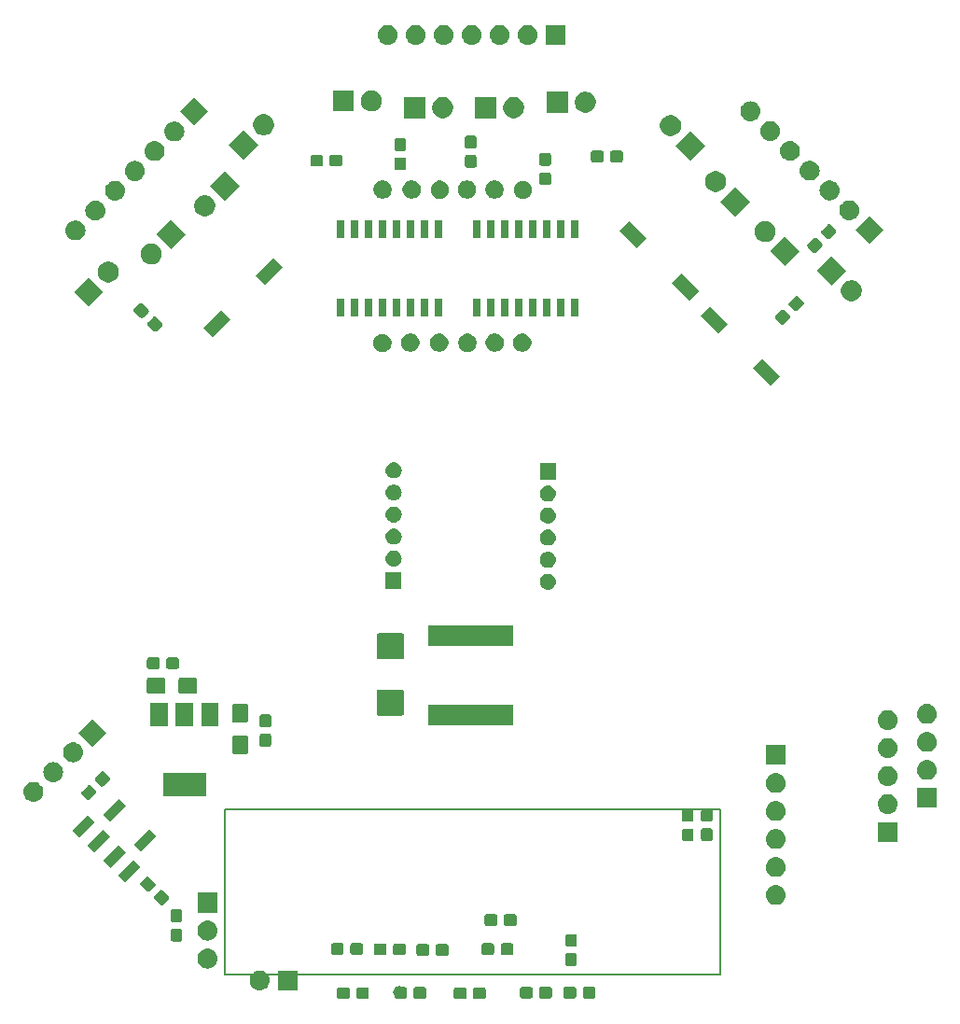
<source format=gbr>
G04 #@! TF.GenerationSoftware,KiCad,Pcbnew,(5.0.2)-1*
G04 #@! TF.CreationDate,2021-04-12T18:59:32+02:00*
G04 #@! TF.ProjectId,Squick,53717569-636b-42e6-9b69-6361645f7063,rev?*
G04 #@! TF.SameCoordinates,Original*
G04 #@! TF.FileFunction,Soldermask,Top*
G04 #@! TF.FilePolarity,Negative*
%FSLAX45Y45*%
G04 Gerber Fmt 4.5, Leading zero omitted, Abs format (unit mm)*
G04 Created by KiCad (PCBNEW (5.0.2)-1) date 12.04.2021 18:59:32*
%MOMM*%
%LPD*%
G01*
G04 APERTURE LIST*
%ADD10C,0.200000*%
%ADD11C,0.100000*%
G04 APERTURE END LIST*
D10*
X20971309Y-4744480D02*
G75*
G03X20971309Y-4744480I-50000J0D01*
G01*
X15775000Y-10704451D02*
X15775000Y-12204451D01*
X21150915Y-4924085D02*
G75*
G03X21150915Y-4924085I-50000J0D01*
G01*
X20612099Y-4385270D02*
G75*
G03X20612099Y-4385270I-50000J0D01*
G01*
X20275000Y-12204451D02*
X20275000Y-10704451D01*
X15775000Y-12204451D02*
X20275000Y-12204451D01*
X20275000Y-10704451D02*
X15775000Y-10704451D01*
X21330520Y-5103691D02*
G75*
G03X21330520Y-5103691I-50000J0D01*
G01*
X14819480Y-5103691D02*
G75*
G03X14819480Y-5103691I-50000J0D01*
G01*
X15178691Y-4744480D02*
G75*
G03X15178691Y-4744480I-50000J0D01*
G01*
X18837000Y-3650000D02*
G75*
G03X18837000Y-3650000I-50000J0D01*
G01*
X17821000Y-3650000D02*
G75*
G03X17821000Y-3650000I-50000J0D01*
G01*
X15537901Y-4385270D02*
G75*
G03X15537901Y-4385270I-50000J0D01*
G01*
X17413000Y-12364000D02*
G75*
G03X17413000Y-12364000I-50000J0D01*
G01*
X14999086Y-4924085D02*
G75*
G03X14999086Y-4924085I-50000J0D01*
G01*
X17567000Y-3650000D02*
G75*
G03X17567000Y-3650000I-50000J0D01*
G01*
X18075000Y-3650000D02*
G75*
G03X18075000Y-3650000I-50000J0D01*
G01*
X21510125Y-5283296D02*
G75*
G03X21510125Y-5283296I-50000J0D01*
G01*
X18329000Y-3650000D02*
G75*
G03X18329000Y-3650000I-50000J0D01*
G01*
X18583000Y-3650000D02*
G75*
G03X18583000Y-3650000I-50000J0D01*
G01*
X14639875Y-5283296D02*
G75*
G03X14639875Y-5283296I-50000J0D01*
G01*
X17313000Y-3650000D02*
G75*
G03X17313000Y-3650000I-50000J0D01*
G01*
X15358296Y-4564875D02*
G75*
G03X15358296Y-4564875I-50000J0D01*
G01*
X14460270Y-5462901D02*
G75*
G03X14460270Y-5462901I-50000J0D01*
G01*
X20791704Y-4564875D02*
G75*
G03X20791704Y-4564875I-50000J0D01*
G01*
X21689730Y-5462901D02*
G75*
G03X21689730Y-5462901I-50000J0D01*
G01*
D11*
G36*
X18129450Y-12320844D02*
X18133199Y-12321982D01*
X18136656Y-12323829D01*
X18139685Y-12326315D01*
X18142171Y-12329344D01*
X18144018Y-12332801D01*
X18145156Y-12336550D01*
X18145600Y-12341064D01*
X18145600Y-12404936D01*
X18145156Y-12409450D01*
X18144018Y-12413199D01*
X18142171Y-12416656D01*
X18139685Y-12419685D01*
X18136656Y-12422171D01*
X18133199Y-12424018D01*
X18129450Y-12425155D01*
X18124936Y-12425600D01*
X18051064Y-12425600D01*
X18046550Y-12425155D01*
X18042801Y-12424018D01*
X18039344Y-12422171D01*
X18036315Y-12419685D01*
X18033829Y-12416656D01*
X18031982Y-12413199D01*
X18030845Y-12409450D01*
X18030400Y-12404936D01*
X18030400Y-12341064D01*
X18030845Y-12336550D01*
X18031982Y-12332801D01*
X18033829Y-12329344D01*
X18036315Y-12326315D01*
X18039344Y-12323829D01*
X18042801Y-12321982D01*
X18046550Y-12320844D01*
X18051064Y-12320400D01*
X18124936Y-12320400D01*
X18129450Y-12320844D01*
X18129450Y-12320844D01*
G37*
G36*
X17954450Y-12320844D02*
X17958199Y-12321982D01*
X17961656Y-12323829D01*
X17964685Y-12326315D01*
X17967171Y-12329344D01*
X17969018Y-12332801D01*
X17970156Y-12336550D01*
X17970600Y-12341064D01*
X17970600Y-12404936D01*
X17970156Y-12409450D01*
X17969018Y-12413199D01*
X17967171Y-12416656D01*
X17964685Y-12419685D01*
X17961656Y-12422171D01*
X17958199Y-12424018D01*
X17954450Y-12425155D01*
X17949936Y-12425600D01*
X17876064Y-12425600D01*
X17871550Y-12425155D01*
X17867801Y-12424018D01*
X17864344Y-12422171D01*
X17861315Y-12419685D01*
X17858829Y-12416656D01*
X17856982Y-12413199D01*
X17855845Y-12409450D01*
X17855400Y-12404936D01*
X17855400Y-12341064D01*
X17855845Y-12336550D01*
X17856982Y-12332801D01*
X17858829Y-12329344D01*
X17861315Y-12326315D01*
X17864344Y-12323829D01*
X17867801Y-12321982D01*
X17871550Y-12320844D01*
X17876064Y-12320400D01*
X17949936Y-12320400D01*
X17954450Y-12320844D01*
X17954450Y-12320844D01*
G37*
G36*
X17069450Y-12319844D02*
X17073199Y-12320982D01*
X17076656Y-12322829D01*
X17079685Y-12325315D01*
X17082171Y-12328344D01*
X17084018Y-12331801D01*
X17085156Y-12335550D01*
X17085600Y-12340064D01*
X17085600Y-12403936D01*
X17085156Y-12408450D01*
X17084018Y-12412199D01*
X17082171Y-12415656D01*
X17079685Y-12418685D01*
X17076656Y-12421171D01*
X17073199Y-12423018D01*
X17069450Y-12424155D01*
X17064936Y-12424600D01*
X16991064Y-12424600D01*
X16986550Y-12424155D01*
X16982801Y-12423018D01*
X16979344Y-12421171D01*
X16976315Y-12418685D01*
X16973829Y-12415656D01*
X16971982Y-12412199D01*
X16970845Y-12408450D01*
X16970400Y-12403936D01*
X16970400Y-12340064D01*
X16970845Y-12335550D01*
X16971982Y-12331801D01*
X16973829Y-12328344D01*
X16976315Y-12325315D01*
X16979344Y-12322829D01*
X16982801Y-12320982D01*
X16986550Y-12319844D01*
X16991064Y-12319400D01*
X17064936Y-12319400D01*
X17069450Y-12319844D01*
X17069450Y-12319844D01*
G37*
G36*
X16894450Y-12319844D02*
X16898199Y-12320982D01*
X16901656Y-12322829D01*
X16904685Y-12325315D01*
X16907171Y-12328344D01*
X16909018Y-12331801D01*
X16910156Y-12335550D01*
X16910600Y-12340064D01*
X16910600Y-12403936D01*
X16910156Y-12408450D01*
X16909018Y-12412199D01*
X16907171Y-12415656D01*
X16904685Y-12418685D01*
X16901656Y-12421171D01*
X16898199Y-12423018D01*
X16894450Y-12424155D01*
X16889936Y-12424600D01*
X16816064Y-12424600D01*
X16811550Y-12424155D01*
X16807801Y-12423018D01*
X16804344Y-12421171D01*
X16801315Y-12418685D01*
X16798829Y-12415656D01*
X16796982Y-12412199D01*
X16795845Y-12408450D01*
X16795400Y-12403936D01*
X16795400Y-12340064D01*
X16795845Y-12335550D01*
X16796982Y-12331801D01*
X16798829Y-12328344D01*
X16801315Y-12325315D01*
X16804344Y-12322829D01*
X16807801Y-12320982D01*
X16811550Y-12319844D01*
X16816064Y-12319400D01*
X16889936Y-12319400D01*
X16894450Y-12319844D01*
X16894450Y-12319844D01*
G37*
G36*
X17588950Y-12316844D02*
X17592699Y-12317982D01*
X17596156Y-12319829D01*
X17599185Y-12322315D01*
X17601671Y-12325344D01*
X17603518Y-12328801D01*
X17604656Y-12332550D01*
X17605100Y-12337064D01*
X17605100Y-12400936D01*
X17604656Y-12405450D01*
X17603518Y-12409199D01*
X17601671Y-12412656D01*
X17599185Y-12415685D01*
X17596156Y-12418171D01*
X17592699Y-12420018D01*
X17588950Y-12421155D01*
X17584436Y-12421600D01*
X17510564Y-12421600D01*
X17506050Y-12421155D01*
X17502301Y-12420018D01*
X17498844Y-12418171D01*
X17495815Y-12415685D01*
X17493329Y-12412656D01*
X17491482Y-12409199D01*
X17490345Y-12405450D01*
X17489900Y-12400936D01*
X17489900Y-12337064D01*
X17490345Y-12332550D01*
X17491482Y-12328801D01*
X17493329Y-12325344D01*
X17495815Y-12322315D01*
X17498844Y-12319829D01*
X17502301Y-12317982D01*
X17506050Y-12316844D01*
X17510564Y-12316400D01*
X17584436Y-12316400D01*
X17588950Y-12316844D01*
X17588950Y-12316844D01*
G37*
G36*
X17413950Y-12316844D02*
X17417699Y-12317982D01*
X17421156Y-12319829D01*
X17424185Y-12322315D01*
X17426671Y-12325344D01*
X17428518Y-12328801D01*
X17429656Y-12332550D01*
X17430100Y-12337064D01*
X17430100Y-12400936D01*
X17429656Y-12405450D01*
X17428518Y-12409199D01*
X17426671Y-12412656D01*
X17424185Y-12415685D01*
X17421156Y-12418171D01*
X17417699Y-12420018D01*
X17413950Y-12421155D01*
X17409436Y-12421600D01*
X17335564Y-12421600D01*
X17331050Y-12421155D01*
X17327301Y-12420018D01*
X17323844Y-12418171D01*
X17320815Y-12415685D01*
X17318329Y-12412656D01*
X17316482Y-12409199D01*
X17315345Y-12405450D01*
X17314900Y-12400936D01*
X17314900Y-12337064D01*
X17315345Y-12332550D01*
X17316482Y-12328801D01*
X17318329Y-12325344D01*
X17320815Y-12322315D01*
X17323844Y-12319829D01*
X17327301Y-12317982D01*
X17331050Y-12316844D01*
X17335564Y-12316400D01*
X17409436Y-12316400D01*
X17413950Y-12316844D01*
X17413950Y-12316844D01*
G37*
G36*
X18950450Y-12314844D02*
X18954199Y-12315982D01*
X18957656Y-12317829D01*
X18960685Y-12320315D01*
X18963171Y-12323344D01*
X18965018Y-12326801D01*
X18966156Y-12330550D01*
X18966600Y-12335064D01*
X18966600Y-12398936D01*
X18966156Y-12403450D01*
X18965018Y-12407199D01*
X18963171Y-12410656D01*
X18960685Y-12413685D01*
X18957656Y-12416171D01*
X18954199Y-12418018D01*
X18950450Y-12419155D01*
X18945936Y-12419600D01*
X18872064Y-12419600D01*
X18867550Y-12419155D01*
X18863801Y-12418018D01*
X18860344Y-12416171D01*
X18857315Y-12413685D01*
X18854829Y-12410656D01*
X18852982Y-12407199D01*
X18851845Y-12403450D01*
X18851400Y-12398936D01*
X18851400Y-12335064D01*
X18851845Y-12330550D01*
X18852982Y-12326801D01*
X18854829Y-12323344D01*
X18857315Y-12320315D01*
X18860344Y-12317829D01*
X18863801Y-12315982D01*
X18867550Y-12314844D01*
X18872064Y-12314400D01*
X18945936Y-12314400D01*
X18950450Y-12314844D01*
X18950450Y-12314844D01*
G37*
G36*
X18555450Y-12314844D02*
X18559199Y-12315982D01*
X18562656Y-12317829D01*
X18565685Y-12320315D01*
X18568171Y-12323344D01*
X18570018Y-12326801D01*
X18571156Y-12330550D01*
X18571600Y-12335064D01*
X18571600Y-12398936D01*
X18571156Y-12403450D01*
X18570018Y-12407199D01*
X18568171Y-12410656D01*
X18565685Y-12413685D01*
X18562656Y-12416171D01*
X18559199Y-12418018D01*
X18555450Y-12419155D01*
X18550936Y-12419600D01*
X18477064Y-12419600D01*
X18472550Y-12419155D01*
X18468801Y-12418018D01*
X18465344Y-12416171D01*
X18462315Y-12413685D01*
X18459829Y-12410656D01*
X18457982Y-12407199D01*
X18456845Y-12403450D01*
X18456400Y-12398936D01*
X18456400Y-12335064D01*
X18456845Y-12330550D01*
X18457982Y-12326801D01*
X18459829Y-12323344D01*
X18462315Y-12320315D01*
X18465344Y-12317829D01*
X18468801Y-12315982D01*
X18472550Y-12314844D01*
X18477064Y-12314400D01*
X18550936Y-12314400D01*
X18555450Y-12314844D01*
X18555450Y-12314844D01*
G37*
G36*
X18730450Y-12314844D02*
X18734199Y-12315982D01*
X18737656Y-12317829D01*
X18740685Y-12320315D01*
X18743171Y-12323344D01*
X18745018Y-12326801D01*
X18746156Y-12330550D01*
X18746600Y-12335064D01*
X18746600Y-12398936D01*
X18746156Y-12403450D01*
X18745018Y-12407199D01*
X18743171Y-12410656D01*
X18740685Y-12413685D01*
X18737656Y-12416171D01*
X18734199Y-12418018D01*
X18730450Y-12419155D01*
X18725936Y-12419600D01*
X18652064Y-12419600D01*
X18647550Y-12419155D01*
X18643801Y-12418018D01*
X18640344Y-12416171D01*
X18637315Y-12413685D01*
X18634829Y-12410656D01*
X18632982Y-12407199D01*
X18631845Y-12403450D01*
X18631400Y-12398936D01*
X18631400Y-12335064D01*
X18631845Y-12330550D01*
X18632982Y-12326801D01*
X18634829Y-12323344D01*
X18637315Y-12320315D01*
X18640344Y-12317829D01*
X18643801Y-12315982D01*
X18647550Y-12314844D01*
X18652064Y-12314400D01*
X18725936Y-12314400D01*
X18730450Y-12314844D01*
X18730450Y-12314844D01*
G37*
G36*
X19125450Y-12314844D02*
X19129199Y-12315982D01*
X19132656Y-12317829D01*
X19135685Y-12320315D01*
X19138171Y-12323344D01*
X19140018Y-12326801D01*
X19141156Y-12330550D01*
X19141600Y-12335064D01*
X19141600Y-12398936D01*
X19141156Y-12403450D01*
X19140018Y-12407199D01*
X19138171Y-12410656D01*
X19135685Y-12413685D01*
X19132656Y-12416171D01*
X19129199Y-12418018D01*
X19125450Y-12419155D01*
X19120936Y-12419600D01*
X19047064Y-12419600D01*
X19042550Y-12419155D01*
X19038801Y-12418018D01*
X19035344Y-12416171D01*
X19032315Y-12413685D01*
X19029829Y-12410656D01*
X19027982Y-12407199D01*
X19026845Y-12403450D01*
X19026400Y-12398936D01*
X19026400Y-12335064D01*
X19026845Y-12330550D01*
X19027982Y-12326801D01*
X19029829Y-12323344D01*
X19032315Y-12320315D01*
X19035344Y-12317829D01*
X19038801Y-12315982D01*
X19042550Y-12314844D01*
X19047064Y-12314400D01*
X19120936Y-12314400D01*
X19125450Y-12314844D01*
X19125450Y-12314844D01*
G37*
G36*
X16105044Y-12166552D02*
X16111663Y-12167204D01*
X16122985Y-12170638D01*
X16128647Y-12172356D01*
X16142509Y-12179765D01*
X16144299Y-12180722D01*
X16147873Y-12183655D01*
X16158019Y-12191981D01*
X16166345Y-12202127D01*
X16169278Y-12205701D01*
X16169278Y-12205701D01*
X16177644Y-12221353D01*
X16177644Y-12221353D01*
X16182796Y-12238337D01*
X16184536Y-12256000D01*
X16182796Y-12273663D01*
X16179362Y-12284985D01*
X16177644Y-12290647D01*
X16170235Y-12304509D01*
X16169278Y-12306299D01*
X16166345Y-12309873D01*
X16158019Y-12320019D01*
X16148167Y-12328103D01*
X16144299Y-12331278D01*
X16144299Y-12331278D01*
X16128647Y-12339644D01*
X16123967Y-12341064D01*
X16111663Y-12344796D01*
X16105044Y-12345448D01*
X16098426Y-12346100D01*
X16089574Y-12346100D01*
X16082956Y-12345448D01*
X16076337Y-12344796D01*
X16064033Y-12341064D01*
X16059353Y-12339644D01*
X16043701Y-12331278D01*
X16043701Y-12331278D01*
X16039832Y-12328103D01*
X16029981Y-12320019D01*
X16021655Y-12309873D01*
X16018722Y-12306299D01*
X16017765Y-12304509D01*
X16010356Y-12290647D01*
X16008638Y-12284985D01*
X16005204Y-12273663D01*
X16003464Y-12256000D01*
X16005204Y-12238337D01*
X16010356Y-12221353D01*
X16010356Y-12221353D01*
X16018722Y-12205701D01*
X16018722Y-12205701D01*
X16021655Y-12202127D01*
X16029981Y-12191981D01*
X16040127Y-12183655D01*
X16043701Y-12180722D01*
X16045491Y-12179765D01*
X16059353Y-12172356D01*
X16065015Y-12170638D01*
X16076337Y-12167204D01*
X16082956Y-12166552D01*
X16089574Y-12165900D01*
X16098426Y-12165900D01*
X16105044Y-12166552D01*
X16105044Y-12166552D01*
G37*
G36*
X16438100Y-12346100D02*
X16257900Y-12346100D01*
X16257900Y-12165900D01*
X16438100Y-12165900D01*
X16438100Y-12346100D01*
X16438100Y-12346100D01*
G37*
G36*
X15631044Y-11968552D02*
X15637663Y-11969204D01*
X15648985Y-11972638D01*
X15654647Y-11974356D01*
X15668509Y-11981765D01*
X15670299Y-11982722D01*
X15673873Y-11985655D01*
X15684019Y-11993981D01*
X15690953Y-12002431D01*
X15695278Y-12007701D01*
X15695278Y-12007701D01*
X15703644Y-12023353D01*
X15704191Y-12025155D01*
X15708796Y-12040337D01*
X15710536Y-12058000D01*
X15708796Y-12075663D01*
X15705362Y-12086985D01*
X15703644Y-12092647D01*
X15700355Y-12098800D01*
X15695278Y-12108299D01*
X15692345Y-12111873D01*
X15684019Y-12122018D01*
X15673873Y-12130345D01*
X15670299Y-12133278D01*
X15670299Y-12133278D01*
X15654647Y-12141644D01*
X15648985Y-12143361D01*
X15637663Y-12146796D01*
X15631044Y-12147448D01*
X15624426Y-12148100D01*
X15615574Y-12148100D01*
X15608956Y-12147448D01*
X15602337Y-12146796D01*
X15591015Y-12143361D01*
X15585353Y-12141644D01*
X15569701Y-12133278D01*
X15569701Y-12133278D01*
X15566127Y-12130345D01*
X15555981Y-12122018D01*
X15547655Y-12111873D01*
X15544722Y-12108299D01*
X15539645Y-12098800D01*
X15536356Y-12092647D01*
X15534638Y-12086985D01*
X15531204Y-12075663D01*
X15529464Y-12058000D01*
X15531204Y-12040337D01*
X15535809Y-12025155D01*
X15536356Y-12023353D01*
X15544722Y-12007701D01*
X15544722Y-12007701D01*
X15549047Y-12002431D01*
X15555981Y-11993981D01*
X15566127Y-11985655D01*
X15569701Y-11982722D01*
X15571491Y-11981765D01*
X15585353Y-11974356D01*
X15591015Y-11972638D01*
X15602337Y-11969204D01*
X15608956Y-11968552D01*
X15615574Y-11967900D01*
X15624426Y-11967900D01*
X15631044Y-11968552D01*
X15631044Y-11968552D01*
G37*
G36*
X18956450Y-12010344D02*
X18960199Y-12011482D01*
X18963656Y-12013329D01*
X18966685Y-12015815D01*
X18969171Y-12018844D01*
X18971018Y-12022301D01*
X18972156Y-12026050D01*
X18972600Y-12030564D01*
X18972600Y-12104436D01*
X18972156Y-12108950D01*
X18971018Y-12112699D01*
X18969171Y-12116156D01*
X18966685Y-12119185D01*
X18963656Y-12121670D01*
X18960199Y-12123518D01*
X18956450Y-12124655D01*
X18951936Y-12125100D01*
X18888064Y-12125100D01*
X18883550Y-12124655D01*
X18879801Y-12123518D01*
X18876344Y-12121670D01*
X18873315Y-12119185D01*
X18870829Y-12116156D01*
X18868982Y-12112699D01*
X18867845Y-12108950D01*
X18867400Y-12104436D01*
X18867400Y-12030564D01*
X18867845Y-12026050D01*
X18868982Y-12022301D01*
X18870829Y-12018844D01*
X18873315Y-12015815D01*
X18876344Y-12013329D01*
X18879801Y-12011482D01*
X18883550Y-12010344D01*
X18888064Y-12009900D01*
X18951936Y-12009900D01*
X18956450Y-12010344D01*
X18956450Y-12010344D01*
G37*
G36*
X17616450Y-11926844D02*
X17620199Y-11927982D01*
X17623656Y-11929829D01*
X17626685Y-11932315D01*
X17629171Y-11935344D01*
X17631018Y-11938801D01*
X17632155Y-11942550D01*
X17632600Y-11947064D01*
X17632600Y-12010936D01*
X17632155Y-12015450D01*
X17631018Y-12019199D01*
X17629171Y-12022656D01*
X17626685Y-12025685D01*
X17623656Y-12028171D01*
X17620199Y-12030018D01*
X17616450Y-12031155D01*
X17611936Y-12031600D01*
X17538064Y-12031600D01*
X17533550Y-12031155D01*
X17529801Y-12030018D01*
X17526344Y-12028171D01*
X17523315Y-12025685D01*
X17520829Y-12022656D01*
X17518982Y-12019199D01*
X17517844Y-12015450D01*
X17517400Y-12010936D01*
X17517400Y-11947064D01*
X17517844Y-11942550D01*
X17518982Y-11938801D01*
X17520829Y-11935344D01*
X17523315Y-11932315D01*
X17526344Y-11929829D01*
X17529801Y-11927982D01*
X17533550Y-11926844D01*
X17538064Y-11926400D01*
X17611936Y-11926400D01*
X17616450Y-11926844D01*
X17616450Y-11926844D01*
G37*
G36*
X17791450Y-11926844D02*
X17795199Y-11927982D01*
X17798656Y-11929829D01*
X17801685Y-11932315D01*
X17804171Y-11935344D01*
X17806018Y-11938801D01*
X17807155Y-11942550D01*
X17807600Y-11947064D01*
X17807600Y-12010936D01*
X17807155Y-12015450D01*
X17806018Y-12019199D01*
X17804171Y-12022656D01*
X17801685Y-12025685D01*
X17798656Y-12028171D01*
X17795199Y-12030018D01*
X17791450Y-12031155D01*
X17786936Y-12031600D01*
X17713064Y-12031600D01*
X17708550Y-12031155D01*
X17704801Y-12030018D01*
X17701344Y-12028171D01*
X17698315Y-12025685D01*
X17695829Y-12022656D01*
X17693982Y-12019199D01*
X17692844Y-12015450D01*
X17692400Y-12010936D01*
X17692400Y-11947064D01*
X17692844Y-11942550D01*
X17693982Y-11938801D01*
X17695829Y-11935344D01*
X17698315Y-11932315D01*
X17701344Y-11929829D01*
X17704801Y-11927982D01*
X17708550Y-11926844D01*
X17713064Y-11926400D01*
X17786936Y-11926400D01*
X17791450Y-11926844D01*
X17791450Y-11926844D01*
G37*
G36*
X17404450Y-11920844D02*
X17408199Y-11921982D01*
X17411656Y-11923829D01*
X17414685Y-11926315D01*
X17417171Y-11929344D01*
X17419018Y-11932801D01*
X17420156Y-11936550D01*
X17420600Y-11941064D01*
X17420600Y-12004936D01*
X17420156Y-12009450D01*
X17419018Y-12013199D01*
X17417171Y-12016656D01*
X17414685Y-12019685D01*
X17411656Y-12022171D01*
X17408199Y-12024018D01*
X17404450Y-12025155D01*
X17399936Y-12025600D01*
X17326064Y-12025600D01*
X17321550Y-12025155D01*
X17317801Y-12024018D01*
X17314344Y-12022171D01*
X17311315Y-12019685D01*
X17308829Y-12016656D01*
X17306982Y-12013199D01*
X17305845Y-12009450D01*
X17305400Y-12004936D01*
X17305400Y-11941064D01*
X17305845Y-11936550D01*
X17306982Y-11932801D01*
X17308829Y-11929344D01*
X17311315Y-11926315D01*
X17314344Y-11923829D01*
X17317801Y-11921982D01*
X17321550Y-11920844D01*
X17326064Y-11920400D01*
X17399936Y-11920400D01*
X17404450Y-11920844D01*
X17404450Y-11920844D01*
G37*
G36*
X17229450Y-11920844D02*
X17233199Y-11921982D01*
X17236656Y-11923829D01*
X17239685Y-11926315D01*
X17242171Y-11929344D01*
X17244018Y-11932801D01*
X17245156Y-11936550D01*
X17245600Y-11941064D01*
X17245600Y-12004936D01*
X17245156Y-12009450D01*
X17244018Y-12013199D01*
X17242171Y-12016656D01*
X17239685Y-12019685D01*
X17236656Y-12022171D01*
X17233199Y-12024018D01*
X17229450Y-12025155D01*
X17224936Y-12025600D01*
X17151064Y-12025600D01*
X17146550Y-12025155D01*
X17142801Y-12024018D01*
X17139344Y-12022171D01*
X17136315Y-12019685D01*
X17133829Y-12016656D01*
X17131982Y-12013199D01*
X17130845Y-12009450D01*
X17130400Y-12004936D01*
X17130400Y-11941064D01*
X17130845Y-11936550D01*
X17131982Y-11932801D01*
X17133829Y-11929344D01*
X17136315Y-11926315D01*
X17139344Y-11923829D01*
X17142801Y-11921982D01*
X17146550Y-11920844D01*
X17151064Y-11920400D01*
X17224936Y-11920400D01*
X17229450Y-11920844D01*
X17229450Y-11920844D01*
G37*
G36*
X18379950Y-11919844D02*
X18383699Y-11920982D01*
X18387156Y-11922829D01*
X18390185Y-11925315D01*
X18392671Y-11928344D01*
X18394518Y-11931801D01*
X18395656Y-11935550D01*
X18396100Y-11940064D01*
X18396100Y-12003936D01*
X18395656Y-12008450D01*
X18394518Y-12012199D01*
X18392671Y-12015656D01*
X18390185Y-12018685D01*
X18387156Y-12021171D01*
X18383699Y-12023018D01*
X18379950Y-12024155D01*
X18375436Y-12024600D01*
X18301564Y-12024600D01*
X18297050Y-12024155D01*
X18293301Y-12023018D01*
X18289844Y-12021171D01*
X18286815Y-12018685D01*
X18284329Y-12015656D01*
X18282482Y-12012199D01*
X18281345Y-12008450D01*
X18280900Y-12003936D01*
X18280900Y-11940064D01*
X18281345Y-11935550D01*
X18282482Y-11931801D01*
X18284329Y-11928344D01*
X18286815Y-11925315D01*
X18289844Y-11922829D01*
X18293301Y-11920982D01*
X18297050Y-11919844D01*
X18301564Y-11919400D01*
X18375436Y-11919400D01*
X18379950Y-11919844D01*
X18379950Y-11919844D01*
G37*
G36*
X18204950Y-11919844D02*
X18208699Y-11920982D01*
X18212156Y-11922829D01*
X18215185Y-11925315D01*
X18217671Y-11928344D01*
X18219518Y-11931801D01*
X18220656Y-11935550D01*
X18221100Y-11940064D01*
X18221100Y-12003936D01*
X18220656Y-12008450D01*
X18219518Y-12012199D01*
X18217671Y-12015656D01*
X18215185Y-12018685D01*
X18212156Y-12021171D01*
X18208699Y-12023018D01*
X18204950Y-12024155D01*
X18200436Y-12024600D01*
X18126564Y-12024600D01*
X18122050Y-12024155D01*
X18118301Y-12023018D01*
X18114844Y-12021171D01*
X18111815Y-12018685D01*
X18109329Y-12015656D01*
X18107482Y-12012199D01*
X18106345Y-12008450D01*
X18105900Y-12003936D01*
X18105900Y-11940064D01*
X18106345Y-11935550D01*
X18107482Y-11931801D01*
X18109329Y-11928344D01*
X18111815Y-11925315D01*
X18114844Y-11922829D01*
X18118301Y-11920982D01*
X18122050Y-11919844D01*
X18126564Y-11919400D01*
X18200436Y-11919400D01*
X18204950Y-11919844D01*
X18204950Y-11919844D01*
G37*
G36*
X16840950Y-11918844D02*
X16844699Y-11919982D01*
X16848156Y-11921829D01*
X16851185Y-11924315D01*
X16853671Y-11927344D01*
X16855518Y-11930801D01*
X16856656Y-11934550D01*
X16857100Y-11939064D01*
X16857100Y-12002936D01*
X16856656Y-12007450D01*
X16855518Y-12011199D01*
X16853671Y-12014656D01*
X16851185Y-12017685D01*
X16848156Y-12020171D01*
X16844699Y-12022018D01*
X16840950Y-12023155D01*
X16836436Y-12023600D01*
X16762564Y-12023600D01*
X16758050Y-12023155D01*
X16754301Y-12022018D01*
X16750844Y-12020171D01*
X16747815Y-12017685D01*
X16745329Y-12014656D01*
X16743482Y-12011199D01*
X16742344Y-12007450D01*
X16741900Y-12002936D01*
X16741900Y-11939064D01*
X16742344Y-11934550D01*
X16743482Y-11930801D01*
X16745329Y-11927344D01*
X16747815Y-11924315D01*
X16750844Y-11921829D01*
X16754301Y-11919982D01*
X16758050Y-11918844D01*
X16762564Y-11918400D01*
X16836436Y-11918400D01*
X16840950Y-11918844D01*
X16840950Y-11918844D01*
G37*
G36*
X17015950Y-11918844D02*
X17019699Y-11919982D01*
X17023156Y-11921829D01*
X17026185Y-11924315D01*
X17028671Y-11927344D01*
X17030518Y-11930801D01*
X17031656Y-11934550D01*
X17032100Y-11939064D01*
X17032100Y-12002936D01*
X17031656Y-12007450D01*
X17030518Y-12011199D01*
X17028671Y-12014656D01*
X17026185Y-12017685D01*
X17023156Y-12020171D01*
X17019699Y-12022018D01*
X17015950Y-12023155D01*
X17011436Y-12023600D01*
X16937564Y-12023600D01*
X16933050Y-12023155D01*
X16929301Y-12022018D01*
X16925844Y-12020171D01*
X16922815Y-12017685D01*
X16920329Y-12014656D01*
X16918482Y-12011199D01*
X16917345Y-12007450D01*
X16916900Y-12002936D01*
X16916900Y-11939064D01*
X16917345Y-11934550D01*
X16918482Y-11930801D01*
X16920329Y-11927344D01*
X16922815Y-11924315D01*
X16925844Y-11921829D01*
X16929301Y-11919982D01*
X16933050Y-11918844D01*
X16937564Y-11918400D01*
X17011436Y-11918400D01*
X17015950Y-11918844D01*
X17015950Y-11918844D01*
G37*
G36*
X18956450Y-11835345D02*
X18960199Y-11836482D01*
X18963656Y-11838329D01*
X18966685Y-11840815D01*
X18969171Y-11843844D01*
X18971018Y-11847301D01*
X18972156Y-11851050D01*
X18972600Y-11855564D01*
X18972600Y-11929436D01*
X18972156Y-11933950D01*
X18971018Y-11937699D01*
X18969171Y-11941156D01*
X18966685Y-11944185D01*
X18963656Y-11946671D01*
X18960199Y-11948518D01*
X18956450Y-11949656D01*
X18951936Y-11950100D01*
X18888064Y-11950100D01*
X18883550Y-11949656D01*
X18879801Y-11948518D01*
X18876344Y-11946671D01*
X18873315Y-11944185D01*
X18870829Y-11941156D01*
X18868982Y-11937699D01*
X18867845Y-11933950D01*
X18867400Y-11929436D01*
X18867400Y-11855564D01*
X18867845Y-11851050D01*
X18868982Y-11847301D01*
X18870829Y-11843844D01*
X18873315Y-11840815D01*
X18876344Y-11838329D01*
X18879801Y-11836482D01*
X18883550Y-11835345D01*
X18888064Y-11834900D01*
X18951936Y-11834900D01*
X18956450Y-11835345D01*
X18956450Y-11835345D01*
G37*
G36*
X15376450Y-11787844D02*
X15380199Y-11788982D01*
X15383656Y-11790829D01*
X15386685Y-11793315D01*
X15389171Y-11796344D01*
X15391018Y-11799801D01*
X15392155Y-11803550D01*
X15392600Y-11808064D01*
X15392600Y-11881936D01*
X15392155Y-11886450D01*
X15391018Y-11890199D01*
X15389171Y-11893656D01*
X15386685Y-11896685D01*
X15383656Y-11899171D01*
X15380199Y-11901018D01*
X15376450Y-11902155D01*
X15371936Y-11902600D01*
X15308064Y-11902600D01*
X15303550Y-11902155D01*
X15299801Y-11901018D01*
X15296344Y-11899171D01*
X15293315Y-11896685D01*
X15290829Y-11893656D01*
X15288982Y-11890199D01*
X15287844Y-11886450D01*
X15287400Y-11881936D01*
X15287400Y-11808064D01*
X15287844Y-11803550D01*
X15288982Y-11799801D01*
X15290829Y-11796344D01*
X15293315Y-11793315D01*
X15296344Y-11790829D01*
X15299801Y-11788982D01*
X15303550Y-11787844D01*
X15308064Y-11787400D01*
X15371936Y-11787400D01*
X15376450Y-11787844D01*
X15376450Y-11787844D01*
G37*
G36*
X15631044Y-11714552D02*
X15637663Y-11715204D01*
X15648985Y-11718638D01*
X15654647Y-11720356D01*
X15664454Y-11725598D01*
X15670299Y-11728722D01*
X15673873Y-11731655D01*
X15684019Y-11739981D01*
X15691347Y-11748911D01*
X15695278Y-11753701D01*
X15695278Y-11753701D01*
X15703644Y-11769353D01*
X15703644Y-11769353D01*
X15708796Y-11786337D01*
X15710536Y-11804000D01*
X15708796Y-11821663D01*
X15705362Y-11832985D01*
X15703644Y-11838647D01*
X15700866Y-11843844D01*
X15695278Y-11854299D01*
X15694240Y-11855564D01*
X15684019Y-11868019D01*
X15673927Y-11876300D01*
X15670299Y-11879278D01*
X15670299Y-11879278D01*
X15654647Y-11887644D01*
X15648985Y-11889362D01*
X15637663Y-11892796D01*
X15631044Y-11893448D01*
X15624426Y-11894100D01*
X15615574Y-11894100D01*
X15608956Y-11893448D01*
X15602337Y-11892796D01*
X15591015Y-11889362D01*
X15585353Y-11887644D01*
X15569701Y-11879278D01*
X15569701Y-11879278D01*
X15566072Y-11876300D01*
X15555981Y-11868019D01*
X15545760Y-11855564D01*
X15544722Y-11854299D01*
X15539134Y-11843844D01*
X15536356Y-11838647D01*
X15534638Y-11832985D01*
X15531204Y-11821663D01*
X15529464Y-11804000D01*
X15531204Y-11786337D01*
X15536356Y-11769353D01*
X15536356Y-11769353D01*
X15544722Y-11753701D01*
X15544722Y-11753701D01*
X15548653Y-11748911D01*
X15555981Y-11739981D01*
X15566127Y-11731655D01*
X15569701Y-11728722D01*
X15575546Y-11725598D01*
X15585353Y-11720356D01*
X15591015Y-11718638D01*
X15602337Y-11715204D01*
X15608956Y-11714552D01*
X15615574Y-11713900D01*
X15624426Y-11713900D01*
X15631044Y-11714552D01*
X15631044Y-11714552D01*
G37*
G36*
X18409450Y-11655844D02*
X18413199Y-11656982D01*
X18416656Y-11658829D01*
X18419685Y-11661315D01*
X18422171Y-11664344D01*
X18424018Y-11667801D01*
X18425156Y-11671550D01*
X18425600Y-11676064D01*
X18425600Y-11739936D01*
X18425156Y-11744450D01*
X18424018Y-11748199D01*
X18422171Y-11751656D01*
X18419685Y-11754685D01*
X18416656Y-11757171D01*
X18413199Y-11759018D01*
X18409450Y-11760155D01*
X18404936Y-11760600D01*
X18331064Y-11760600D01*
X18326550Y-11760155D01*
X18322801Y-11759018D01*
X18319344Y-11757171D01*
X18316315Y-11754685D01*
X18313830Y-11751656D01*
X18311982Y-11748199D01*
X18310845Y-11744450D01*
X18310400Y-11739936D01*
X18310400Y-11676064D01*
X18310845Y-11671550D01*
X18311982Y-11667801D01*
X18313830Y-11664344D01*
X18316315Y-11661315D01*
X18319344Y-11658829D01*
X18322801Y-11656982D01*
X18326550Y-11655844D01*
X18331064Y-11655400D01*
X18404936Y-11655400D01*
X18409450Y-11655844D01*
X18409450Y-11655844D01*
G37*
G36*
X18234450Y-11655844D02*
X18238199Y-11656982D01*
X18241656Y-11658829D01*
X18244685Y-11661315D01*
X18247171Y-11664344D01*
X18249018Y-11667801D01*
X18250156Y-11671550D01*
X18250600Y-11676064D01*
X18250600Y-11739936D01*
X18250156Y-11744450D01*
X18249018Y-11748199D01*
X18247171Y-11751656D01*
X18244685Y-11754685D01*
X18241656Y-11757171D01*
X18238199Y-11759018D01*
X18234450Y-11760155D01*
X18229936Y-11760600D01*
X18156064Y-11760600D01*
X18151550Y-11760155D01*
X18147801Y-11759018D01*
X18144344Y-11757171D01*
X18141315Y-11754685D01*
X18138830Y-11751656D01*
X18136982Y-11748199D01*
X18135845Y-11744450D01*
X18135400Y-11739936D01*
X18135400Y-11676064D01*
X18135845Y-11671550D01*
X18136982Y-11667801D01*
X18138830Y-11664344D01*
X18141315Y-11661315D01*
X18144344Y-11658829D01*
X18147801Y-11656982D01*
X18151550Y-11655844D01*
X18156064Y-11655400D01*
X18229936Y-11655400D01*
X18234450Y-11655844D01*
X18234450Y-11655844D01*
G37*
G36*
X15376450Y-11612844D02*
X15380199Y-11613982D01*
X15383656Y-11615829D01*
X15386685Y-11618315D01*
X15389171Y-11621344D01*
X15391018Y-11624801D01*
X15392155Y-11628550D01*
X15392600Y-11633064D01*
X15392600Y-11706936D01*
X15392155Y-11711450D01*
X15391018Y-11715199D01*
X15389171Y-11718656D01*
X15386685Y-11721685D01*
X15383656Y-11724171D01*
X15380199Y-11726018D01*
X15376450Y-11727155D01*
X15371936Y-11727600D01*
X15308064Y-11727600D01*
X15303550Y-11727155D01*
X15299801Y-11726018D01*
X15296344Y-11724171D01*
X15293315Y-11721685D01*
X15290829Y-11718656D01*
X15288982Y-11715199D01*
X15287844Y-11711450D01*
X15287400Y-11706936D01*
X15287400Y-11633064D01*
X15287844Y-11628550D01*
X15288982Y-11624801D01*
X15290829Y-11621344D01*
X15293315Y-11618315D01*
X15296344Y-11615829D01*
X15299801Y-11613982D01*
X15303550Y-11612844D01*
X15308064Y-11612400D01*
X15371936Y-11612400D01*
X15376450Y-11612844D01*
X15376450Y-11612844D01*
G37*
G36*
X15710100Y-11640100D02*
X15529900Y-11640100D01*
X15529900Y-11459900D01*
X15710100Y-11459900D01*
X15710100Y-11640100D01*
X15710100Y-11640100D01*
G37*
G36*
X15204108Y-11436570D02*
X15207857Y-11437707D01*
X15211314Y-11439555D01*
X15214820Y-11442432D01*
X15267055Y-11494667D01*
X15269932Y-11498173D01*
X15271780Y-11501630D01*
X15272917Y-11505379D01*
X15273301Y-11509279D01*
X15272917Y-11513179D01*
X15271780Y-11516928D01*
X15269932Y-11520385D01*
X15267055Y-11523891D01*
X15221891Y-11569055D01*
X15218385Y-11571932D01*
X15214928Y-11573780D01*
X15211179Y-11574917D01*
X15207279Y-11575301D01*
X15203379Y-11574917D01*
X15199630Y-11573780D01*
X15196173Y-11571932D01*
X15192667Y-11569055D01*
X15140432Y-11516820D01*
X15137555Y-11513314D01*
X15135707Y-11509857D01*
X15134570Y-11506108D01*
X15134186Y-11502208D01*
X15134570Y-11498308D01*
X15135707Y-11494559D01*
X15137555Y-11491102D01*
X15140432Y-11487596D01*
X15185596Y-11442432D01*
X15189102Y-11439555D01*
X15192559Y-11437707D01*
X15196308Y-11436570D01*
X15200208Y-11436186D01*
X15204108Y-11436570D01*
X15204108Y-11436570D01*
G37*
G36*
X20788244Y-11391352D02*
X20794863Y-11392004D01*
X20806185Y-11395438D01*
X20811847Y-11397156D01*
X20824899Y-11404132D01*
X20827499Y-11405522D01*
X20831073Y-11408455D01*
X20841219Y-11416781D01*
X20849545Y-11426927D01*
X20852478Y-11430501D01*
X20852478Y-11430501D01*
X20860844Y-11446153D01*
X20861717Y-11449029D01*
X20865996Y-11463137D01*
X20867736Y-11480800D01*
X20865996Y-11498463D01*
X20864860Y-11502208D01*
X20860844Y-11515447D01*
X20858205Y-11520385D01*
X20852478Y-11531099D01*
X20849545Y-11534673D01*
X20841219Y-11544819D01*
X20831073Y-11553145D01*
X20827499Y-11556078D01*
X20827499Y-11556078D01*
X20811847Y-11564444D01*
X20809784Y-11565070D01*
X20794863Y-11569596D01*
X20788244Y-11570248D01*
X20781626Y-11570900D01*
X20772774Y-11570900D01*
X20766156Y-11570248D01*
X20759537Y-11569596D01*
X20744616Y-11565070D01*
X20742553Y-11564444D01*
X20726901Y-11556078D01*
X20726901Y-11556078D01*
X20723327Y-11553145D01*
X20713181Y-11544819D01*
X20704855Y-11534673D01*
X20701922Y-11531099D01*
X20696195Y-11520385D01*
X20693556Y-11515447D01*
X20689540Y-11502208D01*
X20688404Y-11498463D01*
X20686664Y-11480800D01*
X20688404Y-11463137D01*
X20692683Y-11449029D01*
X20693556Y-11446153D01*
X20701922Y-11430501D01*
X20701922Y-11430501D01*
X20704855Y-11426927D01*
X20713181Y-11416781D01*
X20723327Y-11408455D01*
X20726901Y-11405522D01*
X20729501Y-11404132D01*
X20742553Y-11397156D01*
X20748215Y-11395438D01*
X20759537Y-11392004D01*
X20766156Y-11391352D01*
X20772774Y-11390700D01*
X20781626Y-11390700D01*
X20788244Y-11391352D01*
X20788244Y-11391352D01*
G37*
G36*
X15080364Y-11312826D02*
X15084114Y-11313964D01*
X15087570Y-11315811D01*
X15091076Y-11318689D01*
X15143311Y-11370924D01*
X15146189Y-11374430D01*
X15148036Y-11377886D01*
X15149174Y-11381636D01*
X15149558Y-11385535D01*
X15149174Y-11389435D01*
X15148036Y-11393185D01*
X15146189Y-11396641D01*
X15143311Y-11400147D01*
X15098147Y-11445311D01*
X15094641Y-11448189D01*
X15091185Y-11450036D01*
X15087435Y-11451174D01*
X15083535Y-11451558D01*
X15079636Y-11451174D01*
X15075886Y-11450036D01*
X15072430Y-11448189D01*
X15068924Y-11445311D01*
X15016689Y-11393076D01*
X15013811Y-11389570D01*
X15011964Y-11386114D01*
X15010826Y-11382364D01*
X15010442Y-11378464D01*
X15010826Y-11374565D01*
X15011964Y-11370815D01*
X15013811Y-11367359D01*
X15016689Y-11363853D01*
X15061853Y-11318689D01*
X15065359Y-11315811D01*
X15068815Y-11313964D01*
X15072565Y-11312826D01*
X15076464Y-11312442D01*
X15080364Y-11312826D01*
X15080364Y-11312826D01*
G37*
G36*
X15014981Y-11226550D02*
X14873418Y-11368113D01*
X14809637Y-11304332D01*
X14951200Y-11162769D01*
X15014981Y-11226550D01*
X15014981Y-11226550D01*
G37*
G36*
X20788244Y-11137352D02*
X20794863Y-11138004D01*
X20806185Y-11141438D01*
X20811847Y-11143156D01*
X20825709Y-11150565D01*
X20827499Y-11151522D01*
X20831073Y-11154455D01*
X20841219Y-11162781D01*
X20847128Y-11169982D01*
X20852478Y-11176501D01*
X20852478Y-11176501D01*
X20860844Y-11192153D01*
X20860844Y-11192153D01*
X20865996Y-11209137D01*
X20867736Y-11226800D01*
X20865996Y-11244463D01*
X20862562Y-11255785D01*
X20860844Y-11261447D01*
X20853435Y-11275309D01*
X20852478Y-11277099D01*
X20849545Y-11280673D01*
X20841219Y-11290819D01*
X20831073Y-11299145D01*
X20827499Y-11302078D01*
X20827499Y-11302078D01*
X20811847Y-11310444D01*
X20806185Y-11312162D01*
X20794863Y-11315596D01*
X20788244Y-11316248D01*
X20781626Y-11316900D01*
X20772774Y-11316900D01*
X20766156Y-11316248D01*
X20759537Y-11315596D01*
X20748215Y-11312162D01*
X20742553Y-11310444D01*
X20726901Y-11302078D01*
X20726901Y-11302078D01*
X20723327Y-11299145D01*
X20713181Y-11290819D01*
X20704855Y-11280673D01*
X20701922Y-11277099D01*
X20700965Y-11275309D01*
X20693556Y-11261447D01*
X20691838Y-11255785D01*
X20688404Y-11244463D01*
X20686664Y-11226800D01*
X20688404Y-11209137D01*
X20693556Y-11192153D01*
X20693556Y-11192153D01*
X20701922Y-11176501D01*
X20701922Y-11176501D01*
X20707272Y-11169982D01*
X20713181Y-11162781D01*
X20723327Y-11154455D01*
X20726901Y-11151522D01*
X20728691Y-11150565D01*
X20742553Y-11143156D01*
X20748215Y-11141438D01*
X20759537Y-11138004D01*
X20766156Y-11137352D01*
X20772774Y-11136700D01*
X20781626Y-11136700D01*
X20788244Y-11137352D01*
X20788244Y-11137352D01*
G37*
G36*
X14880631Y-11092200D02*
X14739068Y-11233763D01*
X14675287Y-11169982D01*
X14816850Y-11028419D01*
X14880631Y-11092200D01*
X14880631Y-11092200D01*
G37*
G36*
X14734981Y-10953550D02*
X14593418Y-11095113D01*
X14529637Y-11031332D01*
X14671200Y-10889769D01*
X14734981Y-10953550D01*
X14734981Y-10953550D01*
G37*
G36*
X15159938Y-10947243D02*
X15018375Y-11088806D01*
X14954594Y-11025025D01*
X15096157Y-10883462D01*
X15159938Y-10947243D01*
X15159938Y-10947243D01*
G37*
G36*
X20788244Y-10883352D02*
X20794863Y-10884004D01*
X20805875Y-10887344D01*
X20811847Y-10889156D01*
X20822098Y-10894635D01*
X20827499Y-10897522D01*
X20829378Y-10899064D01*
X20841219Y-10908781D01*
X20849545Y-10918927D01*
X20852478Y-10922501D01*
X20852478Y-10922501D01*
X20860844Y-10938153D01*
X20860844Y-10938153D01*
X20865996Y-10955137D01*
X20867736Y-10972800D01*
X20865996Y-10990463D01*
X20865179Y-10993156D01*
X20860844Y-11007447D01*
X20853435Y-11021309D01*
X20852478Y-11023099D01*
X20850897Y-11025025D01*
X20841219Y-11036819D01*
X20831073Y-11045145D01*
X20827499Y-11048078D01*
X20827499Y-11048078D01*
X20811847Y-11056444D01*
X20806185Y-11058162D01*
X20794863Y-11061596D01*
X20788244Y-11062248D01*
X20781626Y-11062900D01*
X20772774Y-11062900D01*
X20766156Y-11062248D01*
X20759537Y-11061596D01*
X20748215Y-11058162D01*
X20742553Y-11056444D01*
X20726901Y-11048078D01*
X20726901Y-11048078D01*
X20723327Y-11045145D01*
X20713181Y-11036819D01*
X20703503Y-11025025D01*
X20701922Y-11023099D01*
X20700965Y-11021309D01*
X20693556Y-11007447D01*
X20689221Y-10993156D01*
X20688404Y-10990463D01*
X20686664Y-10972800D01*
X20688404Y-10955137D01*
X20693556Y-10938153D01*
X20693556Y-10938153D01*
X20701922Y-10922501D01*
X20701922Y-10922501D01*
X20704855Y-10918927D01*
X20713181Y-10908781D01*
X20725023Y-10899064D01*
X20726901Y-10897522D01*
X20732302Y-10894635D01*
X20742553Y-10889156D01*
X20748525Y-10887344D01*
X20759537Y-10884004D01*
X20766156Y-10883352D01*
X20772774Y-10882700D01*
X20781626Y-10882700D01*
X20788244Y-10883352D01*
X20788244Y-10883352D01*
G37*
G36*
X21883300Y-11000100D02*
X21703100Y-11000100D01*
X21703100Y-10819900D01*
X21883300Y-10819900D01*
X21883300Y-11000100D01*
X21883300Y-11000100D01*
G37*
G36*
X20014450Y-10878845D02*
X20018199Y-10879982D01*
X20021656Y-10881829D01*
X20024685Y-10884315D01*
X20027171Y-10887344D01*
X20029018Y-10890801D01*
X20030156Y-10894550D01*
X20030600Y-10899064D01*
X20030600Y-10972936D01*
X20030156Y-10977450D01*
X20029018Y-10981199D01*
X20027171Y-10984656D01*
X20024685Y-10987685D01*
X20021656Y-10990171D01*
X20018199Y-10992018D01*
X20014450Y-10993156D01*
X20009936Y-10993600D01*
X19946064Y-10993600D01*
X19941550Y-10993156D01*
X19937801Y-10992018D01*
X19934344Y-10990171D01*
X19931315Y-10987685D01*
X19928829Y-10984656D01*
X19926982Y-10981199D01*
X19925845Y-10977450D01*
X19925400Y-10972936D01*
X19925400Y-10899064D01*
X19925845Y-10894550D01*
X19926982Y-10890801D01*
X19928829Y-10887344D01*
X19931315Y-10884315D01*
X19934344Y-10881829D01*
X19937801Y-10879982D01*
X19941550Y-10878845D01*
X19946064Y-10878400D01*
X20009936Y-10878400D01*
X20014450Y-10878845D01*
X20014450Y-10878845D01*
G37*
G36*
X20188450Y-10876844D02*
X20192199Y-10877982D01*
X20195656Y-10879829D01*
X20198685Y-10882315D01*
X20201171Y-10885344D01*
X20203018Y-10888801D01*
X20204156Y-10892550D01*
X20204600Y-10897064D01*
X20204600Y-10970936D01*
X20204156Y-10975450D01*
X20203018Y-10979199D01*
X20201171Y-10982656D01*
X20198685Y-10985685D01*
X20195656Y-10988171D01*
X20192199Y-10990018D01*
X20188450Y-10991155D01*
X20183936Y-10991600D01*
X20120064Y-10991600D01*
X20115550Y-10991155D01*
X20111801Y-10990018D01*
X20108344Y-10988171D01*
X20105315Y-10985685D01*
X20102829Y-10982656D01*
X20100982Y-10979199D01*
X20099845Y-10975450D01*
X20099400Y-10970936D01*
X20099400Y-10897064D01*
X20099845Y-10892550D01*
X20100982Y-10888801D01*
X20102829Y-10885344D01*
X20105315Y-10882315D01*
X20108344Y-10879829D01*
X20111801Y-10877982D01*
X20115550Y-10876844D01*
X20120064Y-10876400D01*
X20183936Y-10876400D01*
X20188450Y-10876844D01*
X20188450Y-10876844D01*
G37*
G36*
X14600631Y-10819200D02*
X14459068Y-10960763D01*
X14395287Y-10896982D01*
X14536850Y-10755419D01*
X14600631Y-10819200D01*
X14600631Y-10819200D01*
G37*
G36*
X20014450Y-10703845D02*
X20018199Y-10704982D01*
X20021656Y-10706829D01*
X20024685Y-10709315D01*
X20027171Y-10712344D01*
X20029018Y-10715801D01*
X20030156Y-10719550D01*
X20030600Y-10724064D01*
X20030600Y-10797936D01*
X20030156Y-10802450D01*
X20029018Y-10806199D01*
X20027171Y-10809656D01*
X20024685Y-10812685D01*
X20021656Y-10815171D01*
X20018199Y-10817018D01*
X20014450Y-10818156D01*
X20009936Y-10818600D01*
X19946064Y-10818600D01*
X19941550Y-10818156D01*
X19937801Y-10817018D01*
X19934344Y-10815171D01*
X19931315Y-10812685D01*
X19928829Y-10809656D01*
X19926982Y-10806199D01*
X19925845Y-10802450D01*
X19925400Y-10797936D01*
X19925400Y-10724064D01*
X19925845Y-10719550D01*
X19926982Y-10715801D01*
X19928829Y-10712344D01*
X19931315Y-10709315D01*
X19934344Y-10706829D01*
X19937801Y-10704982D01*
X19941550Y-10703845D01*
X19946064Y-10703400D01*
X20009936Y-10703400D01*
X20014450Y-10703845D01*
X20014450Y-10703845D01*
G37*
G36*
X20188450Y-10701844D02*
X20192199Y-10702982D01*
X20195656Y-10704829D01*
X20198685Y-10707315D01*
X20201171Y-10710344D01*
X20203018Y-10713801D01*
X20204156Y-10717550D01*
X20204600Y-10722064D01*
X20204600Y-10795936D01*
X20204156Y-10800450D01*
X20203018Y-10804199D01*
X20201171Y-10807656D01*
X20198685Y-10810685D01*
X20195656Y-10813171D01*
X20192199Y-10815018D01*
X20188450Y-10816155D01*
X20183936Y-10816600D01*
X20120064Y-10816600D01*
X20115550Y-10816155D01*
X20111801Y-10815018D01*
X20108344Y-10813171D01*
X20105315Y-10810685D01*
X20102829Y-10807656D01*
X20100982Y-10804199D01*
X20099845Y-10800450D01*
X20099400Y-10795936D01*
X20099400Y-10722064D01*
X20099845Y-10717550D01*
X20100982Y-10713801D01*
X20102829Y-10710344D01*
X20105315Y-10707315D01*
X20108344Y-10704829D01*
X20111801Y-10702982D01*
X20115550Y-10701844D01*
X20120064Y-10701400D01*
X20183936Y-10701400D01*
X20188450Y-10701844D01*
X20188450Y-10701844D01*
G37*
G36*
X14879938Y-10674243D02*
X14738375Y-10815806D01*
X14674594Y-10752025D01*
X14816157Y-10610462D01*
X14879938Y-10674243D01*
X14879938Y-10674243D01*
G37*
G36*
X20788244Y-10629352D02*
X20794863Y-10630004D01*
X20806185Y-10633438D01*
X20811847Y-10635156D01*
X20817799Y-10638338D01*
X20827499Y-10643522D01*
X20831073Y-10646455D01*
X20841219Y-10654781D01*
X20849545Y-10664927D01*
X20852478Y-10668501D01*
X20852478Y-10668501D01*
X20860844Y-10684153D01*
X20860844Y-10684153D01*
X20865996Y-10701137D01*
X20867736Y-10718800D01*
X20865996Y-10736463D01*
X20863468Y-10744796D01*
X20860844Y-10753447D01*
X20853435Y-10767309D01*
X20852478Y-10769099D01*
X20849545Y-10772673D01*
X20841219Y-10782819D01*
X20832103Y-10790300D01*
X20827499Y-10794078D01*
X20827499Y-10794078D01*
X20811847Y-10802444D01*
X20806185Y-10804162D01*
X20794863Y-10807596D01*
X20788244Y-10808248D01*
X20781626Y-10808900D01*
X20772774Y-10808900D01*
X20766156Y-10808248D01*
X20759537Y-10807596D01*
X20748215Y-10804162D01*
X20742553Y-10802444D01*
X20726901Y-10794078D01*
X20726901Y-10794078D01*
X20722298Y-10790300D01*
X20713181Y-10782819D01*
X20704855Y-10772673D01*
X20701922Y-10769099D01*
X20700965Y-10767309D01*
X20693556Y-10753447D01*
X20690932Y-10744796D01*
X20688404Y-10736463D01*
X20686664Y-10718800D01*
X20688404Y-10701137D01*
X20693556Y-10684153D01*
X20693556Y-10684153D01*
X20701922Y-10668501D01*
X20701922Y-10668501D01*
X20704855Y-10664927D01*
X20713181Y-10654781D01*
X20723327Y-10646455D01*
X20726901Y-10643522D01*
X20736601Y-10638338D01*
X20742553Y-10635156D01*
X20748215Y-10633438D01*
X20759537Y-10630004D01*
X20766156Y-10629352D01*
X20772774Y-10628700D01*
X20781626Y-10628700D01*
X20788244Y-10629352D01*
X20788244Y-10629352D01*
G37*
G36*
X21804244Y-10566552D02*
X21810863Y-10567204D01*
X21822185Y-10570638D01*
X21827847Y-10572356D01*
X21831305Y-10574204D01*
X21843499Y-10580722D01*
X21845787Y-10582600D01*
X21857219Y-10591981D01*
X21865545Y-10602127D01*
X21868478Y-10605701D01*
X21868478Y-10605701D01*
X21876844Y-10621353D01*
X21876844Y-10621353D01*
X21881996Y-10638337D01*
X21883736Y-10656000D01*
X21881996Y-10673663D01*
X21881820Y-10674243D01*
X21876844Y-10690647D01*
X21870027Y-10703400D01*
X21868478Y-10706299D01*
X21865545Y-10709873D01*
X21857219Y-10720019D01*
X21847859Y-10727700D01*
X21843499Y-10731278D01*
X21843499Y-10731278D01*
X21827847Y-10739644D01*
X21822185Y-10741362D01*
X21810863Y-10744796D01*
X21804244Y-10745448D01*
X21797626Y-10746100D01*
X21788774Y-10746100D01*
X21782156Y-10745448D01*
X21775537Y-10744796D01*
X21764215Y-10741362D01*
X21758553Y-10739644D01*
X21742901Y-10731278D01*
X21742901Y-10731278D01*
X21738541Y-10727700D01*
X21729181Y-10720019D01*
X21720855Y-10709873D01*
X21717922Y-10706299D01*
X21716373Y-10703400D01*
X21709556Y-10690647D01*
X21704580Y-10674243D01*
X21704404Y-10673663D01*
X21702664Y-10656000D01*
X21704404Y-10638337D01*
X21709556Y-10621353D01*
X21709556Y-10621353D01*
X21717922Y-10605701D01*
X21717922Y-10605701D01*
X21720855Y-10602127D01*
X21729181Y-10591981D01*
X21740613Y-10582600D01*
X21742901Y-10580722D01*
X21755095Y-10574204D01*
X21758553Y-10572356D01*
X21764215Y-10570638D01*
X21775537Y-10567204D01*
X21782156Y-10566552D01*
X21788774Y-10565900D01*
X21797626Y-10565900D01*
X21804244Y-10566552D01*
X21804244Y-10566552D01*
G37*
G36*
X22238900Y-10690100D02*
X22058700Y-10690100D01*
X22058700Y-10509900D01*
X22238900Y-10509900D01*
X22238900Y-10690100D01*
X22238900Y-10690100D01*
G37*
G36*
X14051250Y-10456910D02*
X14058447Y-10457619D01*
X14069770Y-10461054D01*
X14075431Y-10462771D01*
X14089293Y-10470181D01*
X14091084Y-10471138D01*
X14094657Y-10474071D01*
X14104803Y-10482397D01*
X14112766Y-10492100D01*
X14116062Y-10496116D01*
X14116062Y-10496117D01*
X14124429Y-10511769D01*
X14124429Y-10511769D01*
X14129581Y-10528753D01*
X14131320Y-10546415D01*
X14129581Y-10564078D01*
X14127070Y-10572356D01*
X14124429Y-10581062D01*
X14118592Y-10591981D01*
X14116062Y-10596715D01*
X14113129Y-10600288D01*
X14104803Y-10610434D01*
X14096681Y-10617099D01*
X14091084Y-10621693D01*
X14091083Y-10621693D01*
X14075431Y-10630060D01*
X14069770Y-10631777D01*
X14058447Y-10635212D01*
X14051829Y-10635864D01*
X14045211Y-10636515D01*
X14036359Y-10636515D01*
X14029740Y-10635864D01*
X14023122Y-10635212D01*
X14011799Y-10631777D01*
X14006138Y-10630060D01*
X13990486Y-10621693D01*
X13990485Y-10621693D01*
X13984888Y-10617099D01*
X13976766Y-10610434D01*
X13968440Y-10600288D01*
X13965507Y-10596715D01*
X13962977Y-10591981D01*
X13957140Y-10581062D01*
X13954499Y-10572356D01*
X13951988Y-10564078D01*
X13950249Y-10546415D01*
X13951988Y-10528753D01*
X13957140Y-10511769D01*
X13957140Y-10511769D01*
X13965507Y-10496117D01*
X13965507Y-10496116D01*
X13968803Y-10492100D01*
X13976766Y-10482397D01*
X13986912Y-10474071D01*
X13990485Y-10471138D01*
X13992276Y-10470181D01*
X14006138Y-10462771D01*
X14011799Y-10461054D01*
X14023122Y-10457619D01*
X14030320Y-10456910D01*
X14036359Y-10456315D01*
X14045211Y-10456315D01*
X14051250Y-10456910D01*
X14051250Y-10456910D01*
G37*
G36*
X14550564Y-10482898D02*
X14554313Y-10484036D01*
X14557769Y-10485883D01*
X14561275Y-10488760D01*
X14606440Y-10533925D01*
X14609317Y-10537431D01*
X14611164Y-10540887D01*
X14612302Y-10544636D01*
X14612686Y-10548536D01*
X14612302Y-10552436D01*
X14611164Y-10556186D01*
X14609317Y-10559642D01*
X14606440Y-10563148D01*
X14554204Y-10615383D01*
X14550698Y-10618261D01*
X14547242Y-10620108D01*
X14543493Y-10621246D01*
X14539593Y-10621630D01*
X14535693Y-10621246D01*
X14531943Y-10620108D01*
X14528487Y-10618261D01*
X14524981Y-10615383D01*
X14479817Y-10570219D01*
X14476939Y-10566713D01*
X14475092Y-10563257D01*
X14473954Y-10559507D01*
X14473570Y-10555607D01*
X14473954Y-10551707D01*
X14475092Y-10547958D01*
X14476939Y-10544502D01*
X14479817Y-10540996D01*
X14532052Y-10488760D01*
X14535558Y-10485883D01*
X14539014Y-10484036D01*
X14542764Y-10482898D01*
X14546664Y-10482514D01*
X14550564Y-10482898D01*
X14550564Y-10482898D01*
G37*
G36*
X15607600Y-10582600D02*
X15217400Y-10582600D01*
X15217400Y-10372400D01*
X15607600Y-10372400D01*
X15607600Y-10582600D01*
X15607600Y-10582600D01*
G37*
G36*
X20788244Y-10375352D02*
X20794863Y-10376004D01*
X20806185Y-10379438D01*
X20811847Y-10381156D01*
X20825709Y-10388565D01*
X20827499Y-10389522D01*
X20831073Y-10392455D01*
X20841219Y-10400781D01*
X20848933Y-10410181D01*
X20852478Y-10414501D01*
X20852478Y-10414501D01*
X20860844Y-10430153D01*
X20862253Y-10434796D01*
X20865996Y-10447137D01*
X20867736Y-10464800D01*
X20865996Y-10482463D01*
X20862692Y-10493356D01*
X20860844Y-10499447D01*
X20854258Y-10511769D01*
X20852478Y-10515099D01*
X20849545Y-10518673D01*
X20841219Y-10528819D01*
X20831237Y-10537010D01*
X20827499Y-10540078D01*
X20827499Y-10540078D01*
X20811847Y-10548444D01*
X20806185Y-10550162D01*
X20794863Y-10553596D01*
X20788244Y-10554248D01*
X20781626Y-10554900D01*
X20772774Y-10554900D01*
X20766156Y-10554248D01*
X20759537Y-10553596D01*
X20748215Y-10550162D01*
X20742553Y-10548444D01*
X20726901Y-10540078D01*
X20726901Y-10540078D01*
X20723163Y-10537010D01*
X20713181Y-10528819D01*
X20704855Y-10518673D01*
X20701922Y-10515099D01*
X20700142Y-10511769D01*
X20693556Y-10499447D01*
X20691708Y-10493356D01*
X20688404Y-10482463D01*
X20686664Y-10464800D01*
X20688404Y-10447137D01*
X20692147Y-10434796D01*
X20693556Y-10430153D01*
X20701922Y-10414501D01*
X20701922Y-10414501D01*
X20705467Y-10410181D01*
X20713181Y-10400781D01*
X20723327Y-10392455D01*
X20726901Y-10389522D01*
X20728691Y-10388565D01*
X20742553Y-10381156D01*
X20748215Y-10379438D01*
X20759537Y-10376004D01*
X20766156Y-10375352D01*
X20772774Y-10374700D01*
X20781626Y-10374700D01*
X20788244Y-10375352D01*
X20788244Y-10375352D01*
G37*
G36*
X14674307Y-10359155D02*
X14678057Y-10360292D01*
X14681513Y-10362139D01*
X14685019Y-10365017D01*
X14730183Y-10410181D01*
X14733061Y-10413687D01*
X14734908Y-10417143D01*
X14736045Y-10420893D01*
X14736429Y-10424793D01*
X14736045Y-10428693D01*
X14734908Y-10432442D01*
X14733061Y-10435898D01*
X14730183Y-10439405D01*
X14677948Y-10491640D01*
X14674442Y-10494517D01*
X14670986Y-10496365D01*
X14667236Y-10497502D01*
X14663336Y-10497886D01*
X14659436Y-10497502D01*
X14655687Y-10496365D01*
X14652231Y-10494517D01*
X14648724Y-10491640D01*
X14603560Y-10446476D01*
X14600683Y-10442969D01*
X14598835Y-10439513D01*
X14597698Y-10435764D01*
X14597314Y-10431864D01*
X14597698Y-10427964D01*
X14598835Y-10424214D01*
X14600683Y-10420758D01*
X14603560Y-10417252D01*
X14655795Y-10365017D01*
X14659302Y-10362139D01*
X14662758Y-10360292D01*
X14666507Y-10359155D01*
X14670407Y-10358771D01*
X14674307Y-10359155D01*
X14674307Y-10359155D01*
G37*
G36*
X21804244Y-10312552D02*
X21810863Y-10313204D01*
X21821766Y-10316511D01*
X21827847Y-10318356D01*
X21841709Y-10325765D01*
X21843499Y-10326722D01*
X21845467Y-10328337D01*
X21857219Y-10337981D01*
X21863799Y-10346000D01*
X21868478Y-10351701D01*
X21868478Y-10351701D01*
X21876844Y-10367353D01*
X21876844Y-10367353D01*
X21881996Y-10384337D01*
X21883736Y-10402000D01*
X21881996Y-10419663D01*
X21880440Y-10424793D01*
X21876844Y-10436647D01*
X21873465Y-10442969D01*
X21868478Y-10452299D01*
X21865764Y-10455607D01*
X21857219Y-10466019D01*
X21847073Y-10474345D01*
X21843499Y-10477278D01*
X21843499Y-10477278D01*
X21827847Y-10485644D01*
X21823231Y-10487044D01*
X21810863Y-10490796D01*
X21804244Y-10491448D01*
X21797626Y-10492100D01*
X21788774Y-10492100D01*
X21782156Y-10491448D01*
X21775537Y-10490796D01*
X21763169Y-10487044D01*
X21758553Y-10485644D01*
X21742901Y-10477278D01*
X21742901Y-10477278D01*
X21739327Y-10474345D01*
X21729181Y-10466019D01*
X21720637Y-10455607D01*
X21717922Y-10452299D01*
X21712935Y-10442969D01*
X21709556Y-10436647D01*
X21705960Y-10424793D01*
X21704404Y-10419663D01*
X21702664Y-10402000D01*
X21704404Y-10384337D01*
X21709556Y-10367353D01*
X21709556Y-10367353D01*
X21717922Y-10351701D01*
X21717922Y-10351701D01*
X21722601Y-10346000D01*
X21729181Y-10337981D01*
X21740933Y-10328337D01*
X21742901Y-10326722D01*
X21744691Y-10325765D01*
X21758553Y-10318356D01*
X21764634Y-10316511D01*
X21775537Y-10313204D01*
X21782156Y-10312552D01*
X21788774Y-10311900D01*
X21797626Y-10311900D01*
X21804244Y-10312552D01*
X21804244Y-10312552D01*
G37*
G36*
X14230856Y-10277305D02*
X14238052Y-10278014D01*
X14249375Y-10281449D01*
X14255036Y-10283166D01*
X14268898Y-10290575D01*
X14270689Y-10291532D01*
X14274263Y-10294465D01*
X14284408Y-10302792D01*
X14292735Y-10312937D01*
X14295668Y-10316511D01*
X14295668Y-10316511D01*
X14304034Y-10332164D01*
X14304034Y-10332164D01*
X14309186Y-10349148D01*
X14310926Y-10366810D01*
X14309186Y-10384473D01*
X14307654Y-10389522D01*
X14304034Y-10401457D01*
X14299371Y-10410181D01*
X14295668Y-10417109D01*
X14292735Y-10420683D01*
X14284408Y-10430829D01*
X14276895Y-10436995D01*
X14270689Y-10442088D01*
X14270689Y-10442088D01*
X14255036Y-10450455D01*
X14249375Y-10452172D01*
X14238052Y-10455607D01*
X14231434Y-10456258D01*
X14224816Y-10456910D01*
X14215964Y-10456910D01*
X14209346Y-10456258D01*
X14202727Y-10455607D01*
X14191404Y-10452172D01*
X14185743Y-10450455D01*
X14170091Y-10442088D01*
X14170091Y-10442088D01*
X14163884Y-10436995D01*
X14156371Y-10430829D01*
X14148045Y-10420683D01*
X14145112Y-10417109D01*
X14141409Y-10410181D01*
X14136745Y-10401457D01*
X14133125Y-10389522D01*
X14131593Y-10384473D01*
X14129854Y-10366810D01*
X14131593Y-10349148D01*
X14136745Y-10332164D01*
X14136745Y-10332164D01*
X14145112Y-10316511D01*
X14145112Y-10316511D01*
X14148045Y-10312937D01*
X14156371Y-10302792D01*
X14166517Y-10294465D01*
X14170091Y-10291532D01*
X14171881Y-10290575D01*
X14185743Y-10283166D01*
X14191404Y-10281449D01*
X14202727Y-10278014D01*
X14209924Y-10277305D01*
X14215964Y-10276710D01*
X14224816Y-10276710D01*
X14230856Y-10277305D01*
X14230856Y-10277305D01*
G37*
G36*
X22159844Y-10256552D02*
X22166463Y-10257204D01*
X22177785Y-10260638D01*
X22183447Y-10262356D01*
X22197309Y-10269765D01*
X22199099Y-10270722D01*
X22202673Y-10273655D01*
X22212819Y-10281981D01*
X22220657Y-10291532D01*
X22224078Y-10295701D01*
X22224078Y-10295701D01*
X22232444Y-10311353D01*
X22232444Y-10311353D01*
X22237596Y-10328337D01*
X22239336Y-10346000D01*
X22237596Y-10363663D01*
X22234946Y-10372400D01*
X22232444Y-10380647D01*
X22232172Y-10381156D01*
X22224078Y-10396299D01*
X22221145Y-10399873D01*
X22212819Y-10410019D01*
X22204004Y-10417252D01*
X22199099Y-10421278D01*
X22199099Y-10421278D01*
X22183447Y-10429644D01*
X22177785Y-10431362D01*
X22166463Y-10434796D01*
X22159844Y-10435448D01*
X22153226Y-10436100D01*
X22144374Y-10436100D01*
X22137756Y-10435448D01*
X22131137Y-10434796D01*
X22119815Y-10431362D01*
X22114153Y-10429644D01*
X22098501Y-10421278D01*
X22098501Y-10421278D01*
X22093596Y-10417252D01*
X22084781Y-10410019D01*
X22076455Y-10399873D01*
X22073522Y-10396299D01*
X22065428Y-10381156D01*
X22065156Y-10380647D01*
X22062654Y-10372400D01*
X22060004Y-10363663D01*
X22058264Y-10346000D01*
X22060004Y-10328337D01*
X22065156Y-10311353D01*
X22065156Y-10311353D01*
X22073522Y-10295701D01*
X22073522Y-10295701D01*
X22076943Y-10291532D01*
X22084781Y-10281981D01*
X22094927Y-10273655D01*
X22098501Y-10270722D01*
X22100291Y-10269765D01*
X22114153Y-10262356D01*
X22119815Y-10260638D01*
X22131137Y-10257204D01*
X22137756Y-10256552D01*
X22144374Y-10255900D01*
X22153226Y-10255900D01*
X22159844Y-10256552D01*
X22159844Y-10256552D01*
G37*
G36*
X20867300Y-10300900D02*
X20687100Y-10300900D01*
X20687100Y-10120700D01*
X20867300Y-10120700D01*
X20867300Y-10300900D01*
X20867300Y-10300900D01*
G37*
G36*
X14410470Y-10097701D02*
X14417658Y-10098409D01*
X14428980Y-10101844D01*
X14434642Y-10103561D01*
X14443508Y-10108300D01*
X14450294Y-10111927D01*
X14452032Y-10113353D01*
X14464013Y-10123187D01*
X14471737Y-10132598D01*
X14475273Y-10136906D01*
X14475273Y-10136906D01*
X14483639Y-10152558D01*
X14483639Y-10152559D01*
X14488791Y-10169542D01*
X14490531Y-10187205D01*
X14488791Y-10204868D01*
X14486622Y-10212019D01*
X14483639Y-10221852D01*
X14482877Y-10223278D01*
X14475273Y-10237504D01*
X14474784Y-10238100D01*
X14464013Y-10251224D01*
X14456727Y-10257204D01*
X14450294Y-10262483D01*
X14450294Y-10262483D01*
X14434642Y-10270849D01*
X14428980Y-10272567D01*
X14417658Y-10276001D01*
X14411039Y-10276653D01*
X14404421Y-10277305D01*
X14395569Y-10277305D01*
X14388951Y-10276653D01*
X14382332Y-10276001D01*
X14371010Y-10272567D01*
X14365348Y-10270849D01*
X14349696Y-10262483D01*
X14349696Y-10262483D01*
X14343263Y-10257204D01*
X14335976Y-10251224D01*
X14325206Y-10238100D01*
X14324717Y-10237504D01*
X14317113Y-10223278D01*
X14316351Y-10221852D01*
X14313368Y-10212019D01*
X14311199Y-10204868D01*
X14309459Y-10187205D01*
X14311199Y-10169542D01*
X14316351Y-10152559D01*
X14316351Y-10152558D01*
X14324717Y-10136906D01*
X14324717Y-10136906D01*
X14328253Y-10132598D01*
X14335976Y-10123187D01*
X14347958Y-10113353D01*
X14349696Y-10111927D01*
X14356482Y-10108300D01*
X14365348Y-10103561D01*
X14371010Y-10101844D01*
X14382332Y-10098409D01*
X14389520Y-10097701D01*
X14395569Y-10097105D01*
X14404421Y-10097105D01*
X14410470Y-10097701D01*
X14410470Y-10097701D01*
G37*
G36*
X21804244Y-10058552D02*
X21810863Y-10059204D01*
X21822185Y-10062638D01*
X21827847Y-10064356D01*
X21841709Y-10071765D01*
X21843499Y-10072722D01*
X21845467Y-10074337D01*
X21857219Y-10083981D01*
X21863799Y-10092000D01*
X21868478Y-10097701D01*
X21868478Y-10097701D01*
X21876844Y-10113353D01*
X21876844Y-10113353D01*
X21881996Y-10130337D01*
X21883736Y-10148000D01*
X21881996Y-10165663D01*
X21881506Y-10167278D01*
X21876844Y-10182647D01*
X21873700Y-10188530D01*
X21868478Y-10198299D01*
X21866594Y-10200595D01*
X21857219Y-10212019D01*
X21847073Y-10220345D01*
X21843499Y-10223278D01*
X21843499Y-10223278D01*
X21827847Y-10231644D01*
X21822185Y-10233362D01*
X21810863Y-10236796D01*
X21804244Y-10237448D01*
X21797626Y-10238100D01*
X21788774Y-10238100D01*
X21782156Y-10237448D01*
X21775537Y-10236796D01*
X21764215Y-10233362D01*
X21758553Y-10231644D01*
X21742901Y-10223278D01*
X21742901Y-10223278D01*
X21739327Y-10220345D01*
X21729181Y-10212019D01*
X21719806Y-10200595D01*
X21717922Y-10198299D01*
X21712700Y-10188530D01*
X21709556Y-10182647D01*
X21704894Y-10167278D01*
X21704404Y-10165663D01*
X21702664Y-10148000D01*
X21704404Y-10130337D01*
X21709556Y-10113353D01*
X21709556Y-10113353D01*
X21717922Y-10097701D01*
X21717922Y-10097701D01*
X21722601Y-10092000D01*
X21729181Y-10083981D01*
X21740933Y-10074337D01*
X21742901Y-10072722D01*
X21744691Y-10071765D01*
X21758553Y-10064356D01*
X21764215Y-10062638D01*
X21775537Y-10059204D01*
X21782156Y-10058552D01*
X21788774Y-10057900D01*
X21797626Y-10057900D01*
X21804244Y-10058552D01*
X21804244Y-10058552D01*
G37*
G36*
X15973280Y-10036575D02*
X15976837Y-10037654D01*
X15980114Y-10039405D01*
X15982987Y-10041763D01*
X15985345Y-10044636D01*
X15987096Y-10047913D01*
X15988175Y-10051470D01*
X15988600Y-10055782D01*
X15988600Y-10184218D01*
X15988175Y-10188530D01*
X15987096Y-10192087D01*
X15985345Y-10195364D01*
X15982987Y-10198237D01*
X15980114Y-10200595D01*
X15976837Y-10202346D01*
X15973280Y-10203425D01*
X15968968Y-10203850D01*
X15863032Y-10203850D01*
X15858720Y-10203425D01*
X15855163Y-10202346D01*
X15851886Y-10200595D01*
X15849013Y-10198237D01*
X15846655Y-10195364D01*
X15844904Y-10192087D01*
X15843825Y-10188530D01*
X15843400Y-10184218D01*
X15843400Y-10055782D01*
X15843825Y-10051470D01*
X15844904Y-10047913D01*
X15846655Y-10044636D01*
X15849013Y-10041763D01*
X15851886Y-10039405D01*
X15855163Y-10037654D01*
X15858720Y-10036575D01*
X15863032Y-10036150D01*
X15968968Y-10036150D01*
X15973280Y-10036575D01*
X15973280Y-10036575D01*
G37*
G36*
X22159844Y-10002552D02*
X22166463Y-10003204D01*
X22177785Y-10006638D01*
X22183447Y-10008356D01*
X22197309Y-10015765D01*
X22199099Y-10016722D01*
X22202362Y-10019400D01*
X22212819Y-10027981D01*
X22219522Y-10036150D01*
X22224078Y-10041701D01*
X22224078Y-10041701D01*
X22232444Y-10057353D01*
X22232444Y-10057353D01*
X22237596Y-10074337D01*
X22239336Y-10092000D01*
X22237596Y-10109663D01*
X22234957Y-10118365D01*
X22232444Y-10126647D01*
X22228463Y-10134095D01*
X22224078Y-10142299D01*
X22221145Y-10145873D01*
X22212819Y-10156019D01*
X22202673Y-10164345D01*
X22199099Y-10167278D01*
X22199099Y-10167278D01*
X22183447Y-10175644D01*
X22179105Y-10176961D01*
X22166463Y-10180796D01*
X22159844Y-10181448D01*
X22153226Y-10182100D01*
X22144374Y-10182100D01*
X22137756Y-10181448D01*
X22131137Y-10180796D01*
X22118495Y-10176961D01*
X22114153Y-10175644D01*
X22098501Y-10167278D01*
X22098501Y-10167278D01*
X22094927Y-10164345D01*
X22084781Y-10156019D01*
X22076455Y-10145873D01*
X22073522Y-10142299D01*
X22069137Y-10134095D01*
X22065156Y-10126647D01*
X22062643Y-10118365D01*
X22060004Y-10109663D01*
X22058264Y-10092000D01*
X22060004Y-10074337D01*
X22065156Y-10057353D01*
X22065156Y-10057353D01*
X22073522Y-10041701D01*
X22073522Y-10041701D01*
X22078078Y-10036150D01*
X22084781Y-10027981D01*
X22095238Y-10019400D01*
X22098501Y-10016722D01*
X22100291Y-10015765D01*
X22114153Y-10008356D01*
X22119815Y-10006638D01*
X22131137Y-10003204D01*
X22137756Y-10002552D01*
X22144374Y-10001900D01*
X22153226Y-10001900D01*
X22159844Y-10002552D01*
X22159844Y-10002552D01*
G37*
G36*
X14707021Y-10007600D02*
X14579600Y-10135021D01*
X14452179Y-10007600D01*
X14579600Y-9880179D01*
X14707021Y-10007600D01*
X14707021Y-10007600D01*
G37*
G36*
X16182450Y-10019845D02*
X16186199Y-10020982D01*
X16189656Y-10022829D01*
X16192685Y-10025315D01*
X16195171Y-10028344D01*
X16197018Y-10031801D01*
X16198155Y-10035550D01*
X16198600Y-10040064D01*
X16198600Y-10113936D01*
X16198155Y-10118450D01*
X16197018Y-10122199D01*
X16195171Y-10125656D01*
X16192685Y-10128685D01*
X16189656Y-10131171D01*
X16186199Y-10133018D01*
X16182450Y-10134156D01*
X16177936Y-10134600D01*
X16114064Y-10134600D01*
X16109550Y-10134156D01*
X16105801Y-10133018D01*
X16102344Y-10131171D01*
X16099315Y-10128685D01*
X16096829Y-10125656D01*
X16094982Y-10122199D01*
X16093844Y-10118450D01*
X16093400Y-10113936D01*
X16093400Y-10040064D01*
X16093844Y-10035550D01*
X16094982Y-10031801D01*
X16096829Y-10028344D01*
X16099315Y-10025315D01*
X16102344Y-10022829D01*
X16105801Y-10020982D01*
X16109550Y-10019845D01*
X16114064Y-10019400D01*
X16177936Y-10019400D01*
X16182450Y-10019845D01*
X16182450Y-10019845D01*
G37*
G36*
X21804244Y-9804552D02*
X21810863Y-9805204D01*
X21822185Y-9808638D01*
X21827847Y-9810356D01*
X21841709Y-9817765D01*
X21843499Y-9818722D01*
X21845467Y-9820337D01*
X21857219Y-9829981D01*
X21863799Y-9838000D01*
X21868478Y-9843701D01*
X21868478Y-9843701D01*
X21876844Y-9859353D01*
X21876844Y-9859353D01*
X21881996Y-9876337D01*
X21883736Y-9894000D01*
X21881996Y-9911663D01*
X21880574Y-9916350D01*
X21876844Y-9928647D01*
X21871344Y-9938936D01*
X21868478Y-9944299D01*
X21865545Y-9947873D01*
X21857219Y-9958019D01*
X21847073Y-9966345D01*
X21843499Y-9969278D01*
X21843499Y-9969278D01*
X21827847Y-9977644D01*
X21822185Y-9979362D01*
X21810863Y-9982796D01*
X21804244Y-9983448D01*
X21797626Y-9984100D01*
X21788774Y-9984100D01*
X21782156Y-9983448D01*
X21775537Y-9982796D01*
X21764215Y-9979362D01*
X21758553Y-9977644D01*
X21742901Y-9969278D01*
X21742901Y-9969278D01*
X21739327Y-9966345D01*
X21729181Y-9958019D01*
X21720855Y-9947873D01*
X21717922Y-9944299D01*
X21715056Y-9938936D01*
X21709556Y-9928647D01*
X21705826Y-9916350D01*
X21704404Y-9911663D01*
X21702664Y-9894000D01*
X21704404Y-9876337D01*
X21709556Y-9859353D01*
X21709556Y-9859353D01*
X21717922Y-9843701D01*
X21717922Y-9843701D01*
X21722601Y-9838000D01*
X21729181Y-9829981D01*
X21740933Y-9820337D01*
X21742901Y-9818722D01*
X21744691Y-9817765D01*
X21758553Y-9810356D01*
X21764215Y-9808638D01*
X21775537Y-9805204D01*
X21782156Y-9804552D01*
X21788774Y-9803900D01*
X21797626Y-9803900D01*
X21804244Y-9804552D01*
X21804244Y-9804552D01*
G37*
G36*
X16182450Y-9844845D02*
X16186199Y-9845982D01*
X16189656Y-9847829D01*
X16192685Y-9850315D01*
X16195171Y-9853344D01*
X16197018Y-9856801D01*
X16198155Y-9860550D01*
X16198600Y-9865064D01*
X16198600Y-9938936D01*
X16198155Y-9943450D01*
X16197018Y-9947199D01*
X16195171Y-9950656D01*
X16192685Y-9953685D01*
X16189656Y-9956171D01*
X16186199Y-9958018D01*
X16182450Y-9959156D01*
X16177936Y-9959600D01*
X16114064Y-9959600D01*
X16109550Y-9959156D01*
X16105801Y-9958018D01*
X16102344Y-9956171D01*
X16099315Y-9953685D01*
X16096829Y-9950656D01*
X16094982Y-9947199D01*
X16093844Y-9943450D01*
X16093400Y-9938936D01*
X16093400Y-9865064D01*
X16093844Y-9860550D01*
X16094982Y-9856801D01*
X16096829Y-9853344D01*
X16099315Y-9850315D01*
X16102344Y-9847829D01*
X16105801Y-9845982D01*
X16109550Y-9844845D01*
X16114064Y-9844400D01*
X16177936Y-9844400D01*
X16182450Y-9844845D01*
X16182450Y-9844845D01*
G37*
G36*
X15492600Y-9952600D02*
X15332400Y-9952600D01*
X15332400Y-9742400D01*
X15492600Y-9742400D01*
X15492600Y-9952600D01*
X15492600Y-9952600D01*
G37*
G36*
X15722600Y-9952600D02*
X15562400Y-9952600D01*
X15562400Y-9742400D01*
X15722600Y-9742400D01*
X15722600Y-9952600D01*
X15722600Y-9952600D01*
G37*
G36*
X15262600Y-9952600D02*
X15102400Y-9952600D01*
X15102400Y-9742400D01*
X15262600Y-9742400D01*
X15262600Y-9952600D01*
X15262600Y-9952600D01*
G37*
G36*
X18394100Y-9945600D02*
X17623900Y-9945600D01*
X17623900Y-9760400D01*
X18394100Y-9760400D01*
X18394100Y-9945600D01*
X18394100Y-9945600D01*
G37*
G36*
X22159844Y-9748552D02*
X22166463Y-9749204D01*
X22175369Y-9751905D01*
X22183447Y-9754356D01*
X22197309Y-9761765D01*
X22199099Y-9762722D01*
X22200620Y-9763970D01*
X22212819Y-9773981D01*
X22221145Y-9784127D01*
X22224078Y-9787701D01*
X22224078Y-9787701D01*
X22232444Y-9803353D01*
X22232444Y-9803353D01*
X22237596Y-9820337D01*
X22239336Y-9838000D01*
X22237596Y-9855663D01*
X22234745Y-9865064D01*
X22232444Y-9872647D01*
X22230472Y-9876337D01*
X22224078Y-9888299D01*
X22221145Y-9891873D01*
X22212819Y-9902019D01*
X22204952Y-9908475D01*
X22199099Y-9913278D01*
X22199099Y-9913278D01*
X22183447Y-9921644D01*
X22177785Y-9923362D01*
X22166463Y-9926796D01*
X22159844Y-9927448D01*
X22153226Y-9928100D01*
X22144374Y-9928100D01*
X22137756Y-9927448D01*
X22131137Y-9926796D01*
X22119815Y-9923362D01*
X22114153Y-9921644D01*
X22098501Y-9913278D01*
X22098501Y-9913278D01*
X22092648Y-9908475D01*
X22084781Y-9902019D01*
X22076455Y-9891873D01*
X22073522Y-9888299D01*
X22067128Y-9876337D01*
X22065156Y-9872647D01*
X22062856Y-9865064D01*
X22060004Y-9855663D01*
X22058264Y-9838000D01*
X22060004Y-9820337D01*
X22065156Y-9803353D01*
X22065156Y-9803353D01*
X22073522Y-9787701D01*
X22073522Y-9787701D01*
X22076455Y-9784127D01*
X22084781Y-9773981D01*
X22096980Y-9763970D01*
X22098501Y-9762722D01*
X22100291Y-9761765D01*
X22114153Y-9754356D01*
X22122231Y-9751905D01*
X22131137Y-9749204D01*
X22137756Y-9748552D01*
X22144374Y-9747900D01*
X22153226Y-9747900D01*
X22159844Y-9748552D01*
X22159844Y-9748552D01*
G37*
G36*
X15973280Y-9749075D02*
X15976837Y-9750154D01*
X15980114Y-9751905D01*
X15982987Y-9754263D01*
X15985345Y-9757136D01*
X15987096Y-9760413D01*
X15988175Y-9763970D01*
X15988600Y-9768282D01*
X15988600Y-9896718D01*
X15988175Y-9901030D01*
X15987096Y-9904587D01*
X15985345Y-9907864D01*
X15982987Y-9910737D01*
X15980114Y-9913095D01*
X15976837Y-9914846D01*
X15973280Y-9915925D01*
X15968968Y-9916350D01*
X15863032Y-9916350D01*
X15858720Y-9915925D01*
X15855163Y-9914846D01*
X15851886Y-9913095D01*
X15849013Y-9910737D01*
X15846655Y-9907864D01*
X15844904Y-9904587D01*
X15843825Y-9901030D01*
X15843400Y-9896718D01*
X15843400Y-9768282D01*
X15843825Y-9763970D01*
X15844904Y-9760413D01*
X15846655Y-9757136D01*
X15849013Y-9754263D01*
X15851886Y-9751905D01*
X15855163Y-9750154D01*
X15858720Y-9749075D01*
X15863032Y-9748650D01*
X15968968Y-9748650D01*
X15973280Y-9749075D01*
X15973280Y-9749075D01*
G37*
G36*
X17389379Y-9618775D02*
X17392446Y-9619705D01*
X17395273Y-9621216D01*
X17397751Y-9623249D01*
X17399784Y-9625727D01*
X17401295Y-9628554D01*
X17402225Y-9631621D01*
X17402600Y-9635425D01*
X17402600Y-9836575D01*
X17402225Y-9840379D01*
X17401295Y-9843446D01*
X17399784Y-9846273D01*
X17397751Y-9848751D01*
X17395273Y-9850784D01*
X17392446Y-9852295D01*
X17389379Y-9853225D01*
X17385575Y-9853600D01*
X17174425Y-9853600D01*
X17170621Y-9853225D01*
X17167554Y-9852295D01*
X17164727Y-9850784D01*
X17162249Y-9848751D01*
X17160216Y-9846273D01*
X17158705Y-9843446D01*
X17157775Y-9840379D01*
X17157400Y-9836575D01*
X17157400Y-9635425D01*
X17157775Y-9631621D01*
X17158705Y-9628554D01*
X17160216Y-9625727D01*
X17162249Y-9623249D01*
X17164727Y-9621216D01*
X17167554Y-9619705D01*
X17170621Y-9618775D01*
X17174425Y-9618400D01*
X17385575Y-9618400D01*
X17389379Y-9618775D01*
X17389379Y-9618775D01*
G37*
G36*
X15510280Y-9510825D02*
X15513837Y-9511904D01*
X15517114Y-9513655D01*
X15519987Y-9516013D01*
X15522345Y-9518886D01*
X15524096Y-9522163D01*
X15525175Y-9525720D01*
X15525600Y-9530032D01*
X15525600Y-9635968D01*
X15525175Y-9640280D01*
X15524096Y-9643837D01*
X15522345Y-9647114D01*
X15519987Y-9649987D01*
X15517114Y-9652345D01*
X15513837Y-9654096D01*
X15510280Y-9655175D01*
X15505968Y-9655600D01*
X15377532Y-9655600D01*
X15373220Y-9655175D01*
X15369663Y-9654096D01*
X15366386Y-9652345D01*
X15363513Y-9649987D01*
X15361155Y-9647114D01*
X15359404Y-9643837D01*
X15358325Y-9640280D01*
X15357900Y-9635968D01*
X15357900Y-9530032D01*
X15358325Y-9525720D01*
X15359404Y-9522163D01*
X15361155Y-9518886D01*
X15363513Y-9516013D01*
X15366386Y-9513655D01*
X15369663Y-9511904D01*
X15373220Y-9510825D01*
X15377532Y-9510400D01*
X15505968Y-9510400D01*
X15510280Y-9510825D01*
X15510280Y-9510825D01*
G37*
G36*
X15222780Y-9510825D02*
X15226337Y-9511904D01*
X15229614Y-9513655D01*
X15232487Y-9516013D01*
X15234845Y-9518886D01*
X15236596Y-9522163D01*
X15237675Y-9525720D01*
X15238100Y-9530032D01*
X15238100Y-9635968D01*
X15237675Y-9640280D01*
X15236596Y-9643837D01*
X15234845Y-9647114D01*
X15232487Y-9649987D01*
X15229614Y-9652345D01*
X15226337Y-9654096D01*
X15222780Y-9655175D01*
X15218468Y-9655600D01*
X15090032Y-9655600D01*
X15085720Y-9655175D01*
X15082163Y-9654096D01*
X15078886Y-9652345D01*
X15076013Y-9649987D01*
X15073655Y-9647114D01*
X15071904Y-9643837D01*
X15070825Y-9640280D01*
X15070400Y-9635968D01*
X15070400Y-9530032D01*
X15070825Y-9525720D01*
X15071904Y-9522163D01*
X15073655Y-9518886D01*
X15076013Y-9516013D01*
X15078886Y-9513655D01*
X15082163Y-9511904D01*
X15085720Y-9510825D01*
X15090032Y-9510400D01*
X15218468Y-9510400D01*
X15222780Y-9510825D01*
X15222780Y-9510825D01*
G37*
G36*
X15344950Y-9326845D02*
X15348699Y-9327982D01*
X15352156Y-9329829D01*
X15355185Y-9332315D01*
X15357671Y-9335344D01*
X15359518Y-9338801D01*
X15360655Y-9342550D01*
X15361100Y-9347064D01*
X15361100Y-9410936D01*
X15360655Y-9415450D01*
X15359518Y-9419199D01*
X15357671Y-9422656D01*
X15355185Y-9425685D01*
X15352156Y-9428171D01*
X15348699Y-9430018D01*
X15344950Y-9431156D01*
X15340436Y-9431600D01*
X15266564Y-9431600D01*
X15262050Y-9431156D01*
X15258301Y-9430018D01*
X15254844Y-9428171D01*
X15251815Y-9425685D01*
X15249329Y-9422656D01*
X15247482Y-9419199D01*
X15246344Y-9415450D01*
X15245900Y-9410936D01*
X15245900Y-9347064D01*
X15246344Y-9342550D01*
X15247482Y-9338801D01*
X15249329Y-9335344D01*
X15251815Y-9332315D01*
X15254844Y-9329829D01*
X15258301Y-9327982D01*
X15262050Y-9326845D01*
X15266564Y-9326400D01*
X15340436Y-9326400D01*
X15344950Y-9326845D01*
X15344950Y-9326845D01*
G37*
G36*
X15169950Y-9326845D02*
X15173699Y-9327982D01*
X15177156Y-9329829D01*
X15180185Y-9332315D01*
X15182671Y-9335344D01*
X15184518Y-9338801D01*
X15185655Y-9342550D01*
X15186100Y-9347064D01*
X15186100Y-9410936D01*
X15185655Y-9415450D01*
X15184518Y-9419199D01*
X15182671Y-9422656D01*
X15180185Y-9425685D01*
X15177156Y-9428171D01*
X15173699Y-9430018D01*
X15169950Y-9431156D01*
X15165436Y-9431600D01*
X15091564Y-9431600D01*
X15087050Y-9431156D01*
X15083301Y-9430018D01*
X15079844Y-9428171D01*
X15076815Y-9425685D01*
X15074329Y-9422656D01*
X15072482Y-9419199D01*
X15071344Y-9415450D01*
X15070900Y-9410936D01*
X15070900Y-9347064D01*
X15071344Y-9342550D01*
X15072482Y-9338801D01*
X15074329Y-9335344D01*
X15076815Y-9332315D01*
X15079844Y-9329829D01*
X15083301Y-9327982D01*
X15087050Y-9326845D01*
X15091564Y-9326400D01*
X15165436Y-9326400D01*
X15169950Y-9326845D01*
X15169950Y-9326845D01*
G37*
G36*
X17389379Y-9108775D02*
X17392446Y-9109705D01*
X17395273Y-9111216D01*
X17397751Y-9113249D01*
X17399784Y-9115727D01*
X17401295Y-9118554D01*
X17402225Y-9121621D01*
X17402600Y-9125425D01*
X17402600Y-9326575D01*
X17402225Y-9330379D01*
X17401295Y-9333446D01*
X17399784Y-9336273D01*
X17397751Y-9338751D01*
X17395273Y-9340784D01*
X17392446Y-9342295D01*
X17389379Y-9343225D01*
X17385575Y-9343600D01*
X17174425Y-9343600D01*
X17170621Y-9343225D01*
X17167554Y-9342295D01*
X17164727Y-9340784D01*
X17162249Y-9338751D01*
X17160216Y-9336273D01*
X17158705Y-9333446D01*
X17157775Y-9330379D01*
X17157400Y-9326575D01*
X17157400Y-9125425D01*
X17157775Y-9121621D01*
X17158705Y-9118554D01*
X17160216Y-9115727D01*
X17162249Y-9113249D01*
X17164727Y-9111216D01*
X17167554Y-9109705D01*
X17170621Y-9108775D01*
X17174425Y-9108400D01*
X17385575Y-9108400D01*
X17389379Y-9108775D01*
X17389379Y-9108775D01*
G37*
G36*
X18394100Y-9225600D02*
X17623900Y-9225600D01*
X17623900Y-9040400D01*
X18394100Y-9040400D01*
X18394100Y-9225600D01*
X18394100Y-9225600D01*
G37*
G36*
X18715699Y-8567610D02*
X18724232Y-8568451D01*
X18737917Y-8572602D01*
X18737917Y-8572602D01*
X18737918Y-8572602D01*
X18750530Y-8579343D01*
X18761584Y-8588416D01*
X18770657Y-8599470D01*
X18777398Y-8612082D01*
X18777398Y-8612083D01*
X18777398Y-8612083D01*
X18781550Y-8625768D01*
X18782951Y-8640000D01*
X18781550Y-8654232D01*
X18777398Y-8667917D01*
X18777398Y-8667918D01*
X18770657Y-8680530D01*
X18761584Y-8691584D01*
X18750530Y-8700657D01*
X18737918Y-8707398D01*
X18737917Y-8707398D01*
X18737917Y-8707398D01*
X18724232Y-8711550D01*
X18715699Y-8712390D01*
X18713566Y-8712600D01*
X18706434Y-8712600D01*
X18704301Y-8712390D01*
X18695768Y-8711550D01*
X18682083Y-8707398D01*
X18682083Y-8707398D01*
X18682082Y-8707398D01*
X18669470Y-8700657D01*
X18658416Y-8691584D01*
X18649343Y-8680530D01*
X18642602Y-8667918D01*
X18642602Y-8667917D01*
X18638451Y-8654232D01*
X18637049Y-8640000D01*
X18638451Y-8625768D01*
X18642602Y-8612083D01*
X18642602Y-8612083D01*
X18642602Y-8612082D01*
X18649343Y-8599470D01*
X18658416Y-8588416D01*
X18669470Y-8579343D01*
X18682082Y-8572602D01*
X18682083Y-8572602D01*
X18682083Y-8572602D01*
X18695768Y-8568451D01*
X18704301Y-8567610D01*
X18706434Y-8567400D01*
X18713566Y-8567400D01*
X18715699Y-8567610D01*
X18715699Y-8567610D01*
G37*
G36*
X17382600Y-8702600D02*
X17237400Y-8702600D01*
X17237400Y-8557400D01*
X17382600Y-8557400D01*
X17382600Y-8702600D01*
X17382600Y-8702600D01*
G37*
G36*
X18715699Y-8367610D02*
X18724232Y-8368450D01*
X18737917Y-8372602D01*
X18737917Y-8372602D01*
X18737918Y-8372602D01*
X18750530Y-8379343D01*
X18761584Y-8388416D01*
X18770657Y-8399470D01*
X18777398Y-8412082D01*
X18777398Y-8412083D01*
X18777398Y-8412083D01*
X18781550Y-8425768D01*
X18782951Y-8440000D01*
X18781550Y-8454232D01*
X18777398Y-8467917D01*
X18777398Y-8467918D01*
X18770657Y-8480530D01*
X18761584Y-8491584D01*
X18750530Y-8500657D01*
X18737918Y-8507398D01*
X18737917Y-8507398D01*
X18737917Y-8507398D01*
X18724232Y-8511550D01*
X18715699Y-8512390D01*
X18713566Y-8512600D01*
X18706434Y-8512600D01*
X18704301Y-8512390D01*
X18695768Y-8511550D01*
X18682083Y-8507398D01*
X18682083Y-8507398D01*
X18682082Y-8507398D01*
X18669470Y-8500657D01*
X18658416Y-8491584D01*
X18649343Y-8480530D01*
X18642602Y-8467918D01*
X18642602Y-8467917D01*
X18638451Y-8454232D01*
X18637049Y-8440000D01*
X18638451Y-8425768D01*
X18642602Y-8412083D01*
X18642602Y-8412083D01*
X18642602Y-8412082D01*
X18649343Y-8399470D01*
X18658416Y-8388416D01*
X18669470Y-8379343D01*
X18682082Y-8372602D01*
X18682083Y-8372602D01*
X18682083Y-8372602D01*
X18695768Y-8368450D01*
X18704301Y-8367610D01*
X18706434Y-8367400D01*
X18713566Y-8367400D01*
X18715699Y-8367610D01*
X18715699Y-8367610D01*
G37*
G36*
X17315699Y-8357610D02*
X17324232Y-8358450D01*
X17337917Y-8362602D01*
X17337917Y-8362602D01*
X17337918Y-8362602D01*
X17350530Y-8369343D01*
X17361584Y-8378416D01*
X17370657Y-8389470D01*
X17377398Y-8402082D01*
X17377398Y-8402083D01*
X17377398Y-8402083D01*
X17381550Y-8415768D01*
X17382951Y-8430000D01*
X17381550Y-8444232D01*
X17377398Y-8457917D01*
X17377398Y-8457918D01*
X17370657Y-8470530D01*
X17361584Y-8481584D01*
X17350530Y-8490657D01*
X17337918Y-8497398D01*
X17337917Y-8497398D01*
X17337917Y-8497398D01*
X17324232Y-8501550D01*
X17315699Y-8502390D01*
X17313566Y-8502600D01*
X17306434Y-8502600D01*
X17304301Y-8502390D01*
X17295768Y-8501550D01*
X17282083Y-8497398D01*
X17282083Y-8497398D01*
X17282082Y-8497398D01*
X17269470Y-8490657D01*
X17258416Y-8481584D01*
X17249343Y-8470530D01*
X17242602Y-8457918D01*
X17242602Y-8457917D01*
X17238451Y-8444232D01*
X17237049Y-8430000D01*
X17238451Y-8415768D01*
X17242602Y-8402083D01*
X17242602Y-8402083D01*
X17242602Y-8402082D01*
X17249343Y-8389470D01*
X17258416Y-8378416D01*
X17269470Y-8369343D01*
X17282082Y-8362602D01*
X17282083Y-8362602D01*
X17282083Y-8362602D01*
X17295768Y-8358450D01*
X17304301Y-8357610D01*
X17306434Y-8357400D01*
X17313566Y-8357400D01*
X17315699Y-8357610D01*
X17315699Y-8357610D01*
G37*
G36*
X18715699Y-8167610D02*
X18724232Y-8168450D01*
X18737917Y-8172602D01*
X18737917Y-8172602D01*
X18737918Y-8172602D01*
X18750530Y-8179343D01*
X18761584Y-8188416D01*
X18770657Y-8199470D01*
X18777398Y-8212082D01*
X18777398Y-8212083D01*
X18777398Y-8212083D01*
X18781550Y-8225768D01*
X18782951Y-8240000D01*
X18781550Y-8254232D01*
X18777398Y-8267917D01*
X18777398Y-8267918D01*
X18770657Y-8280530D01*
X18761584Y-8291584D01*
X18750530Y-8300657D01*
X18737918Y-8307398D01*
X18737917Y-8307398D01*
X18737917Y-8307398D01*
X18724232Y-8311549D01*
X18715699Y-8312390D01*
X18713566Y-8312600D01*
X18706434Y-8312600D01*
X18704301Y-8312390D01*
X18695768Y-8311549D01*
X18682083Y-8307398D01*
X18682083Y-8307398D01*
X18682082Y-8307398D01*
X18669470Y-8300657D01*
X18658416Y-8291584D01*
X18649343Y-8280530D01*
X18642602Y-8267918D01*
X18642602Y-8267917D01*
X18638451Y-8254232D01*
X18637049Y-8240000D01*
X18638451Y-8225768D01*
X18642602Y-8212083D01*
X18642602Y-8212083D01*
X18642602Y-8212082D01*
X18649343Y-8199470D01*
X18658416Y-8188416D01*
X18669470Y-8179343D01*
X18682082Y-8172602D01*
X18682083Y-8172602D01*
X18682083Y-8172602D01*
X18695768Y-8168450D01*
X18704301Y-8167610D01*
X18706434Y-8167400D01*
X18713566Y-8167400D01*
X18715699Y-8167610D01*
X18715699Y-8167610D01*
G37*
G36*
X17315699Y-8157610D02*
X17324232Y-8158450D01*
X17337917Y-8162602D01*
X17337917Y-8162602D01*
X17337918Y-8162602D01*
X17350530Y-8169343D01*
X17361584Y-8178416D01*
X17370657Y-8189470D01*
X17377398Y-8202082D01*
X17377398Y-8202083D01*
X17377398Y-8202083D01*
X17381550Y-8215768D01*
X17382951Y-8230000D01*
X17381550Y-8244232D01*
X17377398Y-8257917D01*
X17377398Y-8257918D01*
X17370657Y-8270530D01*
X17361584Y-8281584D01*
X17350530Y-8290657D01*
X17337918Y-8297398D01*
X17337917Y-8297398D01*
X17337917Y-8297398D01*
X17324232Y-8301549D01*
X17315699Y-8302390D01*
X17313566Y-8302600D01*
X17306434Y-8302600D01*
X17304301Y-8302390D01*
X17295768Y-8301549D01*
X17282083Y-8297398D01*
X17282083Y-8297398D01*
X17282082Y-8297398D01*
X17269470Y-8290657D01*
X17258416Y-8281584D01*
X17249343Y-8270530D01*
X17242602Y-8257918D01*
X17242602Y-8257917D01*
X17238451Y-8244232D01*
X17237049Y-8230000D01*
X17238451Y-8215768D01*
X17242602Y-8202083D01*
X17242602Y-8202083D01*
X17242602Y-8202082D01*
X17249343Y-8189470D01*
X17258416Y-8178416D01*
X17269470Y-8169343D01*
X17282082Y-8162602D01*
X17282083Y-8162602D01*
X17282083Y-8162602D01*
X17295768Y-8158450D01*
X17304301Y-8157610D01*
X17306434Y-8157400D01*
X17313566Y-8157400D01*
X17315699Y-8157610D01*
X17315699Y-8157610D01*
G37*
G36*
X18715699Y-7967610D02*
X18724232Y-7968450D01*
X18737917Y-7972602D01*
X18737917Y-7972602D01*
X18737918Y-7972602D01*
X18750530Y-7979343D01*
X18761584Y-7988416D01*
X18770657Y-7999470D01*
X18777398Y-8012082D01*
X18777398Y-8012083D01*
X18777398Y-8012083D01*
X18781550Y-8025768D01*
X18782951Y-8040000D01*
X18781550Y-8054232D01*
X18777398Y-8067917D01*
X18777398Y-8067918D01*
X18770657Y-8080530D01*
X18761584Y-8091584D01*
X18750530Y-8100657D01*
X18737918Y-8107398D01*
X18737917Y-8107398D01*
X18737917Y-8107398D01*
X18724232Y-8111549D01*
X18715699Y-8112390D01*
X18713566Y-8112600D01*
X18706434Y-8112600D01*
X18704301Y-8112390D01*
X18695768Y-8111549D01*
X18682083Y-8107398D01*
X18682083Y-8107398D01*
X18682082Y-8107398D01*
X18669470Y-8100657D01*
X18658416Y-8091584D01*
X18649343Y-8080530D01*
X18642602Y-8067918D01*
X18642602Y-8067917D01*
X18638451Y-8054232D01*
X18637049Y-8040000D01*
X18638451Y-8025768D01*
X18642602Y-8012083D01*
X18642602Y-8012083D01*
X18642602Y-8012082D01*
X18649343Y-7999470D01*
X18658416Y-7988416D01*
X18669470Y-7979343D01*
X18682082Y-7972602D01*
X18682083Y-7972602D01*
X18682083Y-7972602D01*
X18695768Y-7968450D01*
X18704301Y-7967610D01*
X18706434Y-7967400D01*
X18713566Y-7967400D01*
X18715699Y-7967610D01*
X18715699Y-7967610D01*
G37*
G36*
X17315699Y-7957610D02*
X17324232Y-7958450D01*
X17337917Y-7962602D01*
X17337917Y-7962602D01*
X17337918Y-7962602D01*
X17350530Y-7969343D01*
X17361584Y-7978416D01*
X17370657Y-7989470D01*
X17377398Y-8002082D01*
X17377398Y-8002083D01*
X17377398Y-8002083D01*
X17381550Y-8015768D01*
X17382951Y-8030000D01*
X17381550Y-8044232D01*
X17377398Y-8057917D01*
X17377398Y-8057918D01*
X17370657Y-8070530D01*
X17361584Y-8081584D01*
X17350530Y-8090657D01*
X17337918Y-8097398D01*
X17337917Y-8097398D01*
X17337917Y-8097398D01*
X17324232Y-8101549D01*
X17315699Y-8102390D01*
X17313566Y-8102600D01*
X17306434Y-8102600D01*
X17304301Y-8102390D01*
X17295768Y-8101549D01*
X17282083Y-8097398D01*
X17282083Y-8097398D01*
X17282082Y-8097398D01*
X17269470Y-8090657D01*
X17258416Y-8081584D01*
X17249343Y-8070530D01*
X17242602Y-8057918D01*
X17242602Y-8057917D01*
X17238451Y-8044232D01*
X17237049Y-8030000D01*
X17238451Y-8015768D01*
X17242602Y-8002083D01*
X17242602Y-8002083D01*
X17242602Y-8002082D01*
X17249343Y-7989470D01*
X17258416Y-7978416D01*
X17269470Y-7969343D01*
X17282082Y-7962602D01*
X17282083Y-7962602D01*
X17282083Y-7962602D01*
X17295768Y-7958450D01*
X17304301Y-7957610D01*
X17306434Y-7957400D01*
X17313566Y-7957400D01*
X17315699Y-7957610D01*
X17315699Y-7957610D01*
G37*
G36*
X18715699Y-7767610D02*
X18724232Y-7768450D01*
X18737917Y-7772602D01*
X18737917Y-7772602D01*
X18737918Y-7772602D01*
X18750530Y-7779343D01*
X18761584Y-7788416D01*
X18770657Y-7799470D01*
X18777398Y-7812082D01*
X18777398Y-7812083D01*
X18777398Y-7812083D01*
X18781550Y-7825768D01*
X18782951Y-7840000D01*
X18781550Y-7854232D01*
X18777398Y-7867917D01*
X18777398Y-7867918D01*
X18770657Y-7880530D01*
X18761584Y-7891584D01*
X18750530Y-7900657D01*
X18737918Y-7907398D01*
X18737917Y-7907398D01*
X18737917Y-7907398D01*
X18724232Y-7911549D01*
X18715699Y-7912390D01*
X18713566Y-7912600D01*
X18706434Y-7912600D01*
X18704301Y-7912390D01*
X18695768Y-7911549D01*
X18682083Y-7907398D01*
X18682083Y-7907398D01*
X18682082Y-7907398D01*
X18669470Y-7900657D01*
X18658416Y-7891584D01*
X18649343Y-7880530D01*
X18642602Y-7867918D01*
X18642602Y-7867917D01*
X18638451Y-7854232D01*
X18637049Y-7840000D01*
X18638451Y-7825768D01*
X18642602Y-7812083D01*
X18642602Y-7812083D01*
X18642602Y-7812082D01*
X18649343Y-7799470D01*
X18658416Y-7788416D01*
X18669470Y-7779343D01*
X18682082Y-7772602D01*
X18682083Y-7772602D01*
X18682083Y-7772602D01*
X18695768Y-7768450D01*
X18704301Y-7767610D01*
X18706434Y-7767400D01*
X18713566Y-7767400D01*
X18715699Y-7767610D01*
X18715699Y-7767610D01*
G37*
G36*
X17315699Y-7757610D02*
X17324232Y-7758450D01*
X17337917Y-7762602D01*
X17337917Y-7762602D01*
X17337918Y-7762602D01*
X17350530Y-7769343D01*
X17361584Y-7778416D01*
X17370657Y-7789470D01*
X17377398Y-7802082D01*
X17377398Y-7802083D01*
X17377398Y-7802083D01*
X17381550Y-7815768D01*
X17382951Y-7830000D01*
X17381550Y-7844232D01*
X17377398Y-7857917D01*
X17377398Y-7857918D01*
X17370657Y-7870530D01*
X17361584Y-7881584D01*
X17350530Y-7890657D01*
X17337918Y-7897398D01*
X17337917Y-7897398D01*
X17337917Y-7897398D01*
X17324232Y-7901549D01*
X17315699Y-7902390D01*
X17313566Y-7902600D01*
X17306434Y-7902600D01*
X17304301Y-7902390D01*
X17295768Y-7901549D01*
X17282083Y-7897398D01*
X17282083Y-7897398D01*
X17282082Y-7897398D01*
X17269470Y-7890657D01*
X17258416Y-7881584D01*
X17249343Y-7870530D01*
X17242602Y-7857918D01*
X17242602Y-7857917D01*
X17238451Y-7844232D01*
X17237049Y-7830000D01*
X17238451Y-7815768D01*
X17242602Y-7802083D01*
X17242602Y-7802083D01*
X17242602Y-7802082D01*
X17249343Y-7789470D01*
X17258416Y-7778416D01*
X17269470Y-7769343D01*
X17282082Y-7762602D01*
X17282083Y-7762602D01*
X17282083Y-7762602D01*
X17295768Y-7758450D01*
X17304301Y-7757610D01*
X17306434Y-7757400D01*
X17313566Y-7757400D01*
X17315699Y-7757610D01*
X17315699Y-7757610D01*
G37*
G36*
X18782600Y-7712600D02*
X18637400Y-7712600D01*
X18637400Y-7567400D01*
X18782600Y-7567400D01*
X18782600Y-7712600D01*
X18782600Y-7712600D01*
G37*
G36*
X17315699Y-7557610D02*
X17324232Y-7558450D01*
X17337917Y-7562602D01*
X17337917Y-7562602D01*
X17337918Y-7562602D01*
X17350530Y-7569343D01*
X17361584Y-7578416D01*
X17370657Y-7589470D01*
X17377398Y-7602082D01*
X17377398Y-7602083D01*
X17377398Y-7602083D01*
X17381550Y-7615768D01*
X17382951Y-7630000D01*
X17381550Y-7644232D01*
X17377398Y-7657917D01*
X17377398Y-7657918D01*
X17370657Y-7670530D01*
X17361584Y-7681584D01*
X17350530Y-7690657D01*
X17337918Y-7697398D01*
X17337917Y-7697398D01*
X17337917Y-7697398D01*
X17324232Y-7701549D01*
X17315699Y-7702390D01*
X17313566Y-7702600D01*
X17306434Y-7702600D01*
X17304301Y-7702390D01*
X17295768Y-7701549D01*
X17282083Y-7697398D01*
X17282083Y-7697398D01*
X17282082Y-7697398D01*
X17269470Y-7690657D01*
X17258416Y-7681584D01*
X17249343Y-7670530D01*
X17242602Y-7657918D01*
X17242602Y-7657917D01*
X17238451Y-7644232D01*
X17237049Y-7630000D01*
X17238451Y-7615768D01*
X17242602Y-7602083D01*
X17242602Y-7602083D01*
X17242602Y-7602082D01*
X17249343Y-7589470D01*
X17258416Y-7578416D01*
X17269470Y-7569343D01*
X17282082Y-7562602D01*
X17282083Y-7562602D01*
X17282083Y-7562602D01*
X17295768Y-7558450D01*
X17304301Y-7557610D01*
X17306434Y-7557400D01*
X17313566Y-7557400D01*
X17315699Y-7557610D01*
X17315699Y-7557610D01*
G37*
G36*
X20816120Y-6777211D02*
X20729711Y-6863619D01*
X20569763Y-6703672D01*
X20656172Y-6617263D01*
X20816120Y-6777211D01*
X20816120Y-6777211D01*
G37*
G36*
X17232094Y-6394574D02*
X17247126Y-6400801D01*
X17260655Y-6409840D01*
X17272160Y-6421345D01*
X17281199Y-6434874D01*
X17287426Y-6449906D01*
X17290600Y-6465865D01*
X17290600Y-6482135D01*
X17287426Y-6498093D01*
X17281199Y-6513126D01*
X17272160Y-6526654D01*
X17260655Y-6538160D01*
X17247126Y-6547199D01*
X17232094Y-6553426D01*
X17216135Y-6556600D01*
X17199865Y-6556600D01*
X17183907Y-6553426D01*
X17168874Y-6547199D01*
X17155346Y-6538160D01*
X17143840Y-6526654D01*
X17134801Y-6513126D01*
X17128574Y-6498093D01*
X17125400Y-6482135D01*
X17125400Y-6465865D01*
X17128574Y-6449906D01*
X17134801Y-6434874D01*
X17143840Y-6421345D01*
X17155346Y-6409840D01*
X17168874Y-6400801D01*
X17183907Y-6394574D01*
X17199865Y-6391400D01*
X17216135Y-6391400D01*
X17232094Y-6394574D01*
X17232094Y-6394574D01*
G37*
G36*
X18003094Y-6393574D02*
X18018126Y-6399801D01*
X18031655Y-6408840D01*
X18043160Y-6420345D01*
X18052199Y-6433874D01*
X18058426Y-6448906D01*
X18061600Y-6464865D01*
X18061600Y-6481135D01*
X18058426Y-6497093D01*
X18052199Y-6512126D01*
X18043160Y-6525654D01*
X18031655Y-6537160D01*
X18018126Y-6546199D01*
X18003094Y-6552426D01*
X17987135Y-6555600D01*
X17970865Y-6555600D01*
X17954907Y-6552426D01*
X17939874Y-6546199D01*
X17926346Y-6537160D01*
X17914840Y-6525654D01*
X17905801Y-6512126D01*
X17899574Y-6497093D01*
X17896400Y-6481135D01*
X17896400Y-6464865D01*
X17899574Y-6448906D01*
X17905801Y-6433874D01*
X17914840Y-6420345D01*
X17926346Y-6408840D01*
X17939874Y-6399801D01*
X17954907Y-6393574D01*
X17970865Y-6390400D01*
X17987135Y-6390400D01*
X18003094Y-6393574D01*
X18003094Y-6393574D01*
G37*
G36*
X18501094Y-6392574D02*
X18516126Y-6398801D01*
X18529655Y-6407840D01*
X18541160Y-6419345D01*
X18550199Y-6432874D01*
X18556426Y-6447906D01*
X18559600Y-6463865D01*
X18559600Y-6480135D01*
X18556426Y-6496093D01*
X18550199Y-6511126D01*
X18541160Y-6524654D01*
X18529655Y-6536160D01*
X18516126Y-6545199D01*
X18501094Y-6551426D01*
X18485135Y-6554600D01*
X18468865Y-6554600D01*
X18452907Y-6551426D01*
X18437874Y-6545199D01*
X18424346Y-6536160D01*
X18412840Y-6524654D01*
X18403801Y-6511126D01*
X18397574Y-6496093D01*
X18394400Y-6480135D01*
X18394400Y-6463865D01*
X18397574Y-6447906D01*
X18403801Y-6432874D01*
X18412840Y-6419345D01*
X18424346Y-6407840D01*
X18437874Y-6398801D01*
X18452907Y-6392574D01*
X18468865Y-6389400D01*
X18485135Y-6389400D01*
X18501094Y-6392574D01*
X18501094Y-6392574D01*
G37*
G36*
X17748094Y-6392574D02*
X17763126Y-6398801D01*
X17776655Y-6407840D01*
X17788160Y-6419345D01*
X17797199Y-6432874D01*
X17803426Y-6447906D01*
X17806600Y-6463865D01*
X17806600Y-6480135D01*
X17803426Y-6496093D01*
X17797199Y-6511126D01*
X17788160Y-6524654D01*
X17776655Y-6536160D01*
X17763126Y-6545199D01*
X17748094Y-6551426D01*
X17732135Y-6554600D01*
X17715865Y-6554600D01*
X17699907Y-6551426D01*
X17684874Y-6545199D01*
X17671346Y-6536160D01*
X17659840Y-6524654D01*
X17650801Y-6511126D01*
X17644574Y-6496093D01*
X17641400Y-6480135D01*
X17641400Y-6463865D01*
X17644574Y-6447906D01*
X17650801Y-6432874D01*
X17659840Y-6419345D01*
X17671346Y-6407840D01*
X17684874Y-6398801D01*
X17699907Y-6392574D01*
X17715865Y-6389400D01*
X17732135Y-6389400D01*
X17748094Y-6392574D01*
X17748094Y-6392574D01*
G37*
G36*
X17485094Y-6391574D02*
X17500126Y-6397801D01*
X17513655Y-6406840D01*
X17525160Y-6418345D01*
X17534199Y-6431874D01*
X17540426Y-6446906D01*
X17543600Y-6462865D01*
X17543600Y-6479135D01*
X17540426Y-6495093D01*
X17534199Y-6510126D01*
X17525160Y-6523654D01*
X17513655Y-6535160D01*
X17500126Y-6544199D01*
X17485094Y-6550426D01*
X17469135Y-6553600D01*
X17452865Y-6553600D01*
X17436907Y-6550426D01*
X17421874Y-6544199D01*
X17408346Y-6535160D01*
X17396840Y-6523654D01*
X17387801Y-6510126D01*
X17381574Y-6495093D01*
X17378400Y-6479135D01*
X17378400Y-6462865D01*
X17381574Y-6446906D01*
X17387801Y-6431874D01*
X17396840Y-6418345D01*
X17408346Y-6406840D01*
X17421874Y-6397801D01*
X17436907Y-6391574D01*
X17452865Y-6388400D01*
X17469135Y-6388400D01*
X17485094Y-6391574D01*
X17485094Y-6391574D01*
G37*
G36*
X18251094Y-6391574D02*
X18266126Y-6397801D01*
X18279655Y-6406840D01*
X18291160Y-6418345D01*
X18300199Y-6431874D01*
X18306426Y-6446906D01*
X18309600Y-6462865D01*
X18309600Y-6479135D01*
X18306426Y-6495093D01*
X18300199Y-6510126D01*
X18291160Y-6523654D01*
X18279655Y-6535160D01*
X18266126Y-6544199D01*
X18251094Y-6550426D01*
X18235135Y-6553600D01*
X18218865Y-6553600D01*
X18202907Y-6550426D01*
X18187874Y-6544199D01*
X18174346Y-6535160D01*
X18162840Y-6523654D01*
X18153801Y-6510126D01*
X18147574Y-6495093D01*
X18144400Y-6479135D01*
X18144400Y-6462865D01*
X18147574Y-6446906D01*
X18153801Y-6431874D01*
X18162840Y-6418345D01*
X18174346Y-6406840D01*
X18187874Y-6397801D01*
X18202907Y-6391574D01*
X18218865Y-6388400D01*
X18235135Y-6388400D01*
X18251094Y-6391574D01*
X18251094Y-6391574D01*
G37*
G36*
X15830237Y-6261172D02*
X15670289Y-6421119D01*
X15583880Y-6334711D01*
X15743828Y-6174763D01*
X15830237Y-6261172D01*
X15830237Y-6261172D01*
G37*
G36*
X20340237Y-6301328D02*
X20253828Y-6387737D01*
X20093881Y-6227789D01*
X20180289Y-6141380D01*
X20340237Y-6301328D01*
X20340237Y-6301328D01*
G37*
G36*
X15144108Y-6234570D02*
X15147857Y-6235707D01*
X15151314Y-6237555D01*
X15154820Y-6240432D01*
X15207055Y-6292667D01*
X15209932Y-6296173D01*
X15211780Y-6299630D01*
X15212917Y-6303379D01*
X15213301Y-6307279D01*
X15212917Y-6311179D01*
X15211780Y-6314928D01*
X15209932Y-6318385D01*
X15207055Y-6321891D01*
X15161891Y-6367055D01*
X15158385Y-6369932D01*
X15154928Y-6371780D01*
X15151179Y-6372917D01*
X15147279Y-6373301D01*
X15143379Y-6372917D01*
X15139630Y-6371780D01*
X15136173Y-6369932D01*
X15132667Y-6367055D01*
X15080432Y-6314820D01*
X15077555Y-6311314D01*
X15075707Y-6307857D01*
X15074570Y-6304108D01*
X15074186Y-6300208D01*
X15074570Y-6296308D01*
X15075707Y-6292559D01*
X15077555Y-6289102D01*
X15080432Y-6285596D01*
X15125596Y-6240432D01*
X15129102Y-6237555D01*
X15132559Y-6235707D01*
X15136308Y-6234570D01*
X15140208Y-6234186D01*
X15144108Y-6234570D01*
X15144108Y-6234570D01*
G37*
G36*
X20847435Y-6170826D02*
X20851185Y-6171964D01*
X20854641Y-6173811D01*
X20858147Y-6176689D01*
X20903311Y-6221853D01*
X20906189Y-6225359D01*
X20908036Y-6228815D01*
X20909174Y-6232565D01*
X20909558Y-6236464D01*
X20909174Y-6240364D01*
X20908036Y-6244114D01*
X20906189Y-6247570D01*
X20903311Y-6251076D01*
X20851076Y-6303311D01*
X20847570Y-6306189D01*
X20844114Y-6308036D01*
X20840364Y-6309174D01*
X20836465Y-6309558D01*
X20832565Y-6309174D01*
X20828815Y-6308036D01*
X20825359Y-6306189D01*
X20821853Y-6303311D01*
X20776689Y-6258147D01*
X20773811Y-6254641D01*
X20771964Y-6251185D01*
X20770826Y-6247435D01*
X20770442Y-6243535D01*
X20770826Y-6239636D01*
X20771964Y-6235886D01*
X20773811Y-6232430D01*
X20776689Y-6228924D01*
X20828924Y-6176689D01*
X20832430Y-6173811D01*
X20835886Y-6171964D01*
X20839636Y-6170826D01*
X20843536Y-6170442D01*
X20847435Y-6170826D01*
X20847435Y-6170826D01*
G37*
G36*
X15020364Y-6110826D02*
X15024114Y-6111964D01*
X15027570Y-6113811D01*
X15031076Y-6116689D01*
X15083311Y-6168924D01*
X15086189Y-6172430D01*
X15088036Y-6175886D01*
X15089174Y-6179636D01*
X15089558Y-6183535D01*
X15089174Y-6187435D01*
X15088036Y-6191185D01*
X15086189Y-6194641D01*
X15083311Y-6198147D01*
X15038147Y-6243311D01*
X15034641Y-6246189D01*
X15031185Y-6248036D01*
X15027435Y-6249174D01*
X15023535Y-6249558D01*
X15019636Y-6249174D01*
X15015886Y-6248036D01*
X15012430Y-6246189D01*
X15008924Y-6243311D01*
X14956689Y-6191076D01*
X14953811Y-6187570D01*
X14951964Y-6184114D01*
X14950826Y-6180364D01*
X14950442Y-6176464D01*
X14950826Y-6172565D01*
X14951964Y-6168815D01*
X14953811Y-6165359D01*
X14956689Y-6161853D01*
X15001853Y-6116689D01*
X15005359Y-6113811D01*
X15008815Y-6111964D01*
X15012565Y-6110826D01*
X15016464Y-6110442D01*
X15020364Y-6110826D01*
X15020364Y-6110826D01*
G37*
G36*
X18479100Y-6230100D02*
X18408900Y-6230100D01*
X18408900Y-6069900D01*
X18479100Y-6069900D01*
X18479100Y-6230100D01*
X18479100Y-6230100D01*
G37*
G36*
X18987100Y-6230100D02*
X18916900Y-6230100D01*
X18916900Y-6069900D01*
X18987100Y-6069900D01*
X18987100Y-6230100D01*
X18987100Y-6230100D01*
G37*
G36*
X18733100Y-6230100D02*
X18662900Y-6230100D01*
X18662900Y-6069900D01*
X18733100Y-6069900D01*
X18733100Y-6230100D01*
X18733100Y-6230100D01*
G37*
G36*
X18860100Y-6230100D02*
X18789900Y-6230100D01*
X18789900Y-6069900D01*
X18860100Y-6069900D01*
X18860100Y-6230100D01*
X18860100Y-6230100D01*
G37*
G36*
X17495600Y-6230100D02*
X17425400Y-6230100D01*
X17425400Y-6069900D01*
X17495600Y-6069900D01*
X17495600Y-6230100D01*
X17495600Y-6230100D01*
G37*
G36*
X18606100Y-6230100D02*
X18535900Y-6230100D01*
X18535900Y-6069900D01*
X18606100Y-6069900D01*
X18606100Y-6230100D01*
X18606100Y-6230100D01*
G37*
G36*
X17368600Y-6230100D02*
X17298400Y-6230100D01*
X17298400Y-6069900D01*
X17368600Y-6069900D01*
X17368600Y-6230100D01*
X17368600Y-6230100D01*
G37*
G36*
X17241600Y-6230100D02*
X17171400Y-6230100D01*
X17171400Y-6069900D01*
X17241600Y-6069900D01*
X17241600Y-6230100D01*
X17241600Y-6230100D01*
G37*
G36*
X16987600Y-6230100D02*
X16917400Y-6230100D01*
X16917400Y-6069900D01*
X16987600Y-6069900D01*
X16987600Y-6230100D01*
X16987600Y-6230100D01*
G37*
G36*
X17114600Y-6230100D02*
X17044400Y-6230100D01*
X17044400Y-6069900D01*
X17114600Y-6069900D01*
X17114600Y-6230100D01*
X17114600Y-6230100D01*
G37*
G36*
X18352100Y-6230100D02*
X18281900Y-6230100D01*
X18281900Y-6069900D01*
X18352100Y-6069900D01*
X18352100Y-6230100D01*
X18352100Y-6230100D01*
G37*
G36*
X18225100Y-6230100D02*
X18154900Y-6230100D01*
X18154900Y-6069900D01*
X18225100Y-6069900D01*
X18225100Y-6230100D01*
X18225100Y-6230100D01*
G37*
G36*
X18098100Y-6230100D02*
X18027900Y-6230100D01*
X18027900Y-6069900D01*
X18098100Y-6069900D01*
X18098100Y-6230100D01*
X18098100Y-6230100D01*
G37*
G36*
X17622600Y-6230100D02*
X17552400Y-6230100D01*
X17552400Y-6069900D01*
X17622600Y-6069900D01*
X17622600Y-6230100D01*
X17622600Y-6230100D01*
G37*
G36*
X16860600Y-6230100D02*
X16790400Y-6230100D01*
X16790400Y-6069900D01*
X16860600Y-6069900D01*
X16860600Y-6230100D01*
X16860600Y-6230100D01*
G37*
G36*
X17749600Y-6230100D02*
X17679400Y-6230100D01*
X17679400Y-6069900D01*
X17749600Y-6069900D01*
X17749600Y-6230100D01*
X17749600Y-6230100D01*
G37*
G36*
X20971179Y-6047083D02*
X20974928Y-6048220D01*
X20978385Y-6050068D01*
X20981891Y-6052945D01*
X21027055Y-6098109D01*
X21029932Y-6101615D01*
X21031780Y-6105072D01*
X21032917Y-6108821D01*
X21033301Y-6112721D01*
X21032917Y-6116621D01*
X21031780Y-6120370D01*
X21029932Y-6123827D01*
X21027055Y-6127333D01*
X20974820Y-6179568D01*
X20971314Y-6182445D01*
X20967857Y-6184293D01*
X20964108Y-6185430D01*
X20960208Y-6185814D01*
X20956308Y-6185430D01*
X20952559Y-6184293D01*
X20949102Y-6182445D01*
X20945596Y-6179568D01*
X20900432Y-6134404D01*
X20897555Y-6130898D01*
X20895707Y-6127441D01*
X20894570Y-6123692D01*
X20894186Y-6119792D01*
X20894570Y-6115892D01*
X20895707Y-6112143D01*
X20897555Y-6108686D01*
X20900432Y-6105180D01*
X20952667Y-6052945D01*
X20956173Y-6050068D01*
X20959630Y-6048220D01*
X20963379Y-6047083D01*
X20967279Y-6046699D01*
X20971179Y-6047083D01*
X20971179Y-6047083D01*
G37*
G36*
X14674492Y-6010000D02*
X14540000Y-6144492D01*
X14405508Y-6010000D01*
X14540000Y-5875508D01*
X14674492Y-6010000D01*
X14674492Y-6010000D01*
G37*
G36*
X21492345Y-5908160D02*
X21509652Y-5915328D01*
X21525228Y-5925736D01*
X21538474Y-5938982D01*
X21548882Y-5954558D01*
X21556051Y-5971865D01*
X21559705Y-5990238D01*
X21559705Y-6008972D01*
X21556051Y-6027345D01*
X21548882Y-6044652D01*
X21538474Y-6060228D01*
X21525228Y-6073474D01*
X21509652Y-6083882D01*
X21492345Y-6091050D01*
X21473972Y-6094705D01*
X21455238Y-6094705D01*
X21436866Y-6091050D01*
X21419559Y-6083882D01*
X21403982Y-6073474D01*
X21390736Y-6060228D01*
X21380329Y-6044652D01*
X21373160Y-6027345D01*
X21369505Y-6008972D01*
X21369505Y-5990238D01*
X21373160Y-5971865D01*
X21380329Y-5954558D01*
X21390736Y-5938982D01*
X21403982Y-5925736D01*
X21419559Y-5915328D01*
X21436866Y-5908160D01*
X21455238Y-5904505D01*
X21473972Y-5904505D01*
X21492345Y-5908160D01*
X21492345Y-5908160D01*
G37*
G36*
X20083620Y-6002211D02*
X19997211Y-6088619D01*
X19837263Y-5928672D01*
X19923672Y-5842263D01*
X20083620Y-6002211D01*
X20083620Y-6002211D01*
G37*
G36*
X21419492Y-5820000D02*
X21285000Y-5954492D01*
X21150508Y-5820000D01*
X21285000Y-5685508D01*
X21419492Y-5820000D01*
X21419492Y-5820000D01*
G37*
G36*
X16306119Y-5785289D02*
X16146172Y-5945237D01*
X16059763Y-5858828D01*
X16219711Y-5698880D01*
X16306119Y-5785289D01*
X16306119Y-5785289D01*
G37*
G36*
X14747345Y-5738949D02*
X14764652Y-5746118D01*
X14780228Y-5756526D01*
X14793474Y-5769772D01*
X14803882Y-5785348D01*
X14811050Y-5802655D01*
X14814705Y-5821028D01*
X14814705Y-5839762D01*
X14811050Y-5858134D01*
X14803882Y-5875441D01*
X14793474Y-5891018D01*
X14780228Y-5904264D01*
X14764652Y-5914671D01*
X14747345Y-5921840D01*
X14728972Y-5925495D01*
X14710238Y-5925495D01*
X14691865Y-5921840D01*
X14674558Y-5914671D01*
X14658982Y-5904264D01*
X14645736Y-5891018D01*
X14635328Y-5875441D01*
X14628160Y-5858134D01*
X14624505Y-5839762D01*
X14624505Y-5821028D01*
X14628160Y-5802655D01*
X14635328Y-5785348D01*
X14645736Y-5769772D01*
X14658982Y-5756526D01*
X14674558Y-5746118D01*
X14691865Y-5738949D01*
X14710238Y-5735295D01*
X14728972Y-5735295D01*
X14747345Y-5738949D01*
X14747345Y-5738949D01*
G37*
G36*
X20996292Y-5642200D02*
X20861800Y-5776692D01*
X20727308Y-5642200D01*
X20861800Y-5507708D01*
X20996292Y-5642200D01*
X20996292Y-5642200D01*
G37*
G36*
X15138934Y-5574560D02*
X15156241Y-5581729D01*
X15171818Y-5592136D01*
X15185064Y-5605382D01*
X15195471Y-5620958D01*
X15202640Y-5638265D01*
X15206295Y-5656638D01*
X15206295Y-5675372D01*
X15202640Y-5693745D01*
X15195471Y-5711052D01*
X15185064Y-5726628D01*
X15171818Y-5739874D01*
X15156241Y-5750282D01*
X15138934Y-5757450D01*
X15120562Y-5761105D01*
X15101828Y-5761105D01*
X15083455Y-5757450D01*
X15066148Y-5750282D01*
X15050572Y-5739874D01*
X15037326Y-5726628D01*
X15026918Y-5711052D01*
X15019749Y-5693745D01*
X15016095Y-5675372D01*
X15016095Y-5656638D01*
X15019749Y-5638265D01*
X15026918Y-5620958D01*
X15037326Y-5605382D01*
X15050572Y-5592136D01*
X15066148Y-5581729D01*
X15083455Y-5574560D01*
X15101828Y-5570905D01*
X15120562Y-5570905D01*
X15138934Y-5574560D01*
X15138934Y-5574560D01*
G37*
G36*
X21140235Y-5518826D02*
X21143985Y-5519964D01*
X21147441Y-5521811D01*
X21150947Y-5524689D01*
X21196111Y-5569853D01*
X21198989Y-5573359D01*
X21200836Y-5576815D01*
X21201974Y-5580565D01*
X21202358Y-5584465D01*
X21201974Y-5588364D01*
X21200836Y-5592114D01*
X21198989Y-5595570D01*
X21196111Y-5599076D01*
X21143876Y-5651311D01*
X21140370Y-5654189D01*
X21136914Y-5656036D01*
X21133164Y-5657174D01*
X21129265Y-5657558D01*
X21125365Y-5657174D01*
X21121615Y-5656036D01*
X21118159Y-5654189D01*
X21114653Y-5651311D01*
X21069489Y-5606147D01*
X21066611Y-5602641D01*
X21064764Y-5599185D01*
X21063626Y-5595435D01*
X21063242Y-5591536D01*
X21063626Y-5587636D01*
X21064764Y-5583886D01*
X21066611Y-5580430D01*
X21069489Y-5576924D01*
X21121724Y-5524689D01*
X21125230Y-5521811D01*
X21128686Y-5519964D01*
X21132436Y-5518826D01*
X21136336Y-5518442D01*
X21140235Y-5518826D01*
X21140235Y-5518826D01*
G37*
G36*
X15425292Y-5486400D02*
X15290800Y-5620892D01*
X15156308Y-5486400D01*
X15290800Y-5351908D01*
X15425292Y-5486400D01*
X15425292Y-5486400D01*
G37*
G36*
X19607737Y-5526328D02*
X19521328Y-5612737D01*
X19361381Y-5452789D01*
X19447789Y-5366381D01*
X19607737Y-5526328D01*
X19607737Y-5526328D01*
G37*
G36*
X21752421Y-5449802D02*
X21625000Y-5577223D01*
X21497579Y-5449802D01*
X21625000Y-5322382D01*
X21752421Y-5449802D01*
X21752421Y-5449802D01*
G37*
G36*
X20709935Y-5371150D02*
X20727242Y-5378318D01*
X20742818Y-5388726D01*
X20756064Y-5401972D01*
X20766472Y-5417548D01*
X20773640Y-5434855D01*
X20777295Y-5453228D01*
X20777295Y-5471962D01*
X20773640Y-5490335D01*
X20766472Y-5507642D01*
X20756064Y-5523218D01*
X20742818Y-5536464D01*
X20727242Y-5546872D01*
X20709935Y-5554040D01*
X20691562Y-5557695D01*
X20672828Y-5557695D01*
X20654455Y-5554040D01*
X20637148Y-5546872D01*
X20621572Y-5536464D01*
X20608326Y-5523218D01*
X20597918Y-5507642D01*
X20590750Y-5490335D01*
X20587095Y-5471962D01*
X20587095Y-5453228D01*
X20590750Y-5434855D01*
X20597918Y-5417548D01*
X20608326Y-5401972D01*
X20621572Y-5388726D01*
X20637148Y-5378318D01*
X20654455Y-5371150D01*
X20672828Y-5367495D01*
X20691562Y-5367495D01*
X20709935Y-5371150D01*
X20709935Y-5371150D01*
G37*
G36*
X14432835Y-5363126D02*
X14440032Y-5363834D01*
X14448426Y-5366381D01*
X14457016Y-5368986D01*
X14470878Y-5376396D01*
X14472668Y-5377353D01*
X14476242Y-5380286D01*
X14486388Y-5388612D01*
X14493872Y-5397732D01*
X14497647Y-5402332D01*
X14497647Y-5402332D01*
X14506014Y-5417984D01*
X14506014Y-5417984D01*
X14511166Y-5434968D01*
X14512905Y-5452631D01*
X14511166Y-5470293D01*
X14508555Y-5478898D01*
X14506014Y-5487277D01*
X14504379Y-5490335D01*
X14497647Y-5502930D01*
X14494714Y-5506504D01*
X14486388Y-5516649D01*
X14478384Y-5523218D01*
X14472668Y-5527909D01*
X14472668Y-5527909D01*
X14457016Y-5536275D01*
X14451355Y-5537992D01*
X14440032Y-5541427D01*
X14433413Y-5542079D01*
X14426795Y-5542731D01*
X14417943Y-5542731D01*
X14411325Y-5542079D01*
X14404707Y-5541427D01*
X14393384Y-5537992D01*
X14387723Y-5536275D01*
X14372070Y-5527909D01*
X14372070Y-5527909D01*
X14366355Y-5523218D01*
X14358351Y-5516649D01*
X14350024Y-5506504D01*
X14347091Y-5502930D01*
X14340359Y-5490335D01*
X14338725Y-5487277D01*
X14336183Y-5478898D01*
X14333573Y-5470293D01*
X14331833Y-5452631D01*
X14333573Y-5434968D01*
X14338725Y-5417984D01*
X14338725Y-5417984D01*
X14347091Y-5402332D01*
X14347091Y-5402332D01*
X14350866Y-5397732D01*
X14358351Y-5388612D01*
X14368496Y-5380286D01*
X14372070Y-5377353D01*
X14373861Y-5376396D01*
X14387723Y-5368986D01*
X14396313Y-5366381D01*
X14404707Y-5363834D01*
X14411903Y-5363126D01*
X14417943Y-5362531D01*
X14426795Y-5362531D01*
X14432835Y-5363126D01*
X14432835Y-5363126D01*
G37*
G36*
X21263979Y-5395083D02*
X21267728Y-5396220D01*
X21271185Y-5398068D01*
X21274691Y-5400945D01*
X21319855Y-5446109D01*
X21322732Y-5449615D01*
X21324580Y-5453072D01*
X21325717Y-5456821D01*
X21326101Y-5460721D01*
X21325717Y-5464621D01*
X21324580Y-5468370D01*
X21322732Y-5471827D01*
X21319855Y-5475333D01*
X21267620Y-5527568D01*
X21264114Y-5530445D01*
X21260657Y-5532293D01*
X21256908Y-5533430D01*
X21253008Y-5533814D01*
X21249108Y-5533430D01*
X21245359Y-5532293D01*
X21241902Y-5530445D01*
X21238396Y-5527568D01*
X21193232Y-5482404D01*
X21190355Y-5478898D01*
X21188507Y-5475441D01*
X21187370Y-5471692D01*
X21186986Y-5467792D01*
X21187370Y-5463892D01*
X21188507Y-5460143D01*
X21190355Y-5456686D01*
X21193232Y-5453180D01*
X21245467Y-5400945D01*
X21248973Y-5398068D01*
X21252430Y-5396220D01*
X21256179Y-5395083D01*
X21260079Y-5394699D01*
X21263979Y-5395083D01*
X21263979Y-5395083D01*
G37*
G36*
X18860100Y-5520100D02*
X18789900Y-5520100D01*
X18789900Y-5359900D01*
X18860100Y-5359900D01*
X18860100Y-5520100D01*
X18860100Y-5520100D01*
G37*
G36*
X18987100Y-5520100D02*
X18916900Y-5520100D01*
X18916900Y-5359900D01*
X18987100Y-5359900D01*
X18987100Y-5520100D01*
X18987100Y-5520100D01*
G37*
G36*
X16860600Y-5520100D02*
X16790400Y-5520100D01*
X16790400Y-5359900D01*
X16860600Y-5359900D01*
X16860600Y-5520100D01*
X16860600Y-5520100D01*
G37*
G36*
X16987600Y-5520100D02*
X16917400Y-5520100D01*
X16917400Y-5359900D01*
X16987600Y-5359900D01*
X16987600Y-5520100D01*
X16987600Y-5520100D01*
G37*
G36*
X17114600Y-5520100D02*
X17044400Y-5520100D01*
X17044400Y-5359900D01*
X17114600Y-5359900D01*
X17114600Y-5520100D01*
X17114600Y-5520100D01*
G37*
G36*
X17241600Y-5520100D02*
X17171400Y-5520100D01*
X17171400Y-5359900D01*
X17241600Y-5359900D01*
X17241600Y-5520100D01*
X17241600Y-5520100D01*
G37*
G36*
X17368600Y-5520100D02*
X17298400Y-5520100D01*
X17298400Y-5359900D01*
X17368600Y-5359900D01*
X17368600Y-5520100D01*
X17368600Y-5520100D01*
G37*
G36*
X17495600Y-5520100D02*
X17425400Y-5520100D01*
X17425400Y-5359900D01*
X17495600Y-5359900D01*
X17495600Y-5520100D01*
X17495600Y-5520100D01*
G37*
G36*
X17622600Y-5520100D02*
X17552400Y-5520100D01*
X17552400Y-5359900D01*
X17622600Y-5359900D01*
X17622600Y-5520100D01*
X17622600Y-5520100D01*
G37*
G36*
X17749600Y-5520100D02*
X17679400Y-5520100D01*
X17679400Y-5359900D01*
X17749600Y-5359900D01*
X17749600Y-5520100D01*
X17749600Y-5520100D01*
G37*
G36*
X18733100Y-5520100D02*
X18662900Y-5520100D01*
X18662900Y-5359900D01*
X18733100Y-5359900D01*
X18733100Y-5520100D01*
X18733100Y-5520100D01*
G37*
G36*
X18606100Y-5520100D02*
X18535900Y-5520100D01*
X18535900Y-5359900D01*
X18606100Y-5359900D01*
X18606100Y-5520100D01*
X18606100Y-5520100D01*
G37*
G36*
X18479100Y-5520100D02*
X18408900Y-5520100D01*
X18408900Y-5359900D01*
X18479100Y-5359900D01*
X18479100Y-5520100D01*
X18479100Y-5520100D01*
G37*
G36*
X18352100Y-5520100D02*
X18281900Y-5520100D01*
X18281900Y-5359900D01*
X18352100Y-5359900D01*
X18352100Y-5520100D01*
X18352100Y-5520100D01*
G37*
G36*
X18225100Y-5520100D02*
X18154900Y-5520100D01*
X18154900Y-5359900D01*
X18225100Y-5359900D01*
X18225100Y-5520100D01*
X18225100Y-5520100D01*
G37*
G36*
X18098100Y-5520100D02*
X18027900Y-5520100D01*
X18027900Y-5359900D01*
X18098100Y-5359900D01*
X18098100Y-5520100D01*
X18098100Y-5520100D01*
G37*
G36*
X14612440Y-5183521D02*
X14619637Y-5184229D01*
X14630960Y-5187664D01*
X14636621Y-5189381D01*
X14646982Y-5194919D01*
X14652273Y-5197748D01*
X14655847Y-5200681D01*
X14665993Y-5209007D01*
X14674319Y-5219153D01*
X14677252Y-5222727D01*
X14677252Y-5222727D01*
X14685619Y-5238379D01*
X14687336Y-5244040D01*
X14690771Y-5255363D01*
X14692510Y-5273026D01*
X14690771Y-5290688D01*
X14687336Y-5302011D01*
X14685619Y-5307672D01*
X14678764Y-5320496D01*
X14677252Y-5323325D01*
X14676119Y-5324705D01*
X14665993Y-5337044D01*
X14655847Y-5345370D01*
X14652273Y-5348303D01*
X14652273Y-5348304D01*
X14636621Y-5356670D01*
X14630960Y-5358387D01*
X14619637Y-5361822D01*
X14613019Y-5362474D01*
X14606400Y-5363126D01*
X14597548Y-5363126D01*
X14590930Y-5362474D01*
X14584312Y-5361822D01*
X14572989Y-5358387D01*
X14567328Y-5356670D01*
X14551675Y-5348304D01*
X14551675Y-5348303D01*
X14548101Y-5345370D01*
X14537956Y-5337044D01*
X14527829Y-5324705D01*
X14526697Y-5323325D01*
X14525185Y-5320496D01*
X14518330Y-5307672D01*
X14516613Y-5302011D01*
X14513178Y-5290688D01*
X14511438Y-5273026D01*
X14513178Y-5255363D01*
X14516613Y-5244040D01*
X14518330Y-5238379D01*
X14526696Y-5222727D01*
X14526697Y-5222727D01*
X14529630Y-5219153D01*
X14537956Y-5209007D01*
X14548101Y-5200681D01*
X14551675Y-5197748D01*
X14556967Y-5194919D01*
X14567328Y-5189381D01*
X14572989Y-5187664D01*
X14584312Y-5184229D01*
X14591508Y-5183521D01*
X14597548Y-5182926D01*
X14606400Y-5182926D01*
X14612440Y-5183521D01*
X14612440Y-5183521D01*
G37*
G36*
X21455861Y-5180692D02*
X21463058Y-5181401D01*
X21473467Y-5184558D01*
X21480042Y-5186553D01*
X21493904Y-5193962D01*
X21495694Y-5194919D01*
X21499140Y-5197748D01*
X21509414Y-5206179D01*
X21517740Y-5216324D01*
X21520673Y-5219898D01*
X21520673Y-5219898D01*
X21529039Y-5235551D01*
X21530077Y-5238972D01*
X21534191Y-5252535D01*
X21535931Y-5270197D01*
X21534191Y-5287860D01*
X21533333Y-5290688D01*
X21529039Y-5304844D01*
X21524208Y-5313882D01*
X21520673Y-5320496D01*
X21519125Y-5322382D01*
X21509414Y-5334216D01*
X21499268Y-5342542D01*
X21495694Y-5345475D01*
X21495694Y-5345475D01*
X21480042Y-5353842D01*
X21474380Y-5355559D01*
X21463058Y-5358994D01*
X21456439Y-5359645D01*
X21449821Y-5360297D01*
X21440969Y-5360297D01*
X21434351Y-5359645D01*
X21427732Y-5358994D01*
X21416410Y-5355559D01*
X21410748Y-5353842D01*
X21395096Y-5345475D01*
X21395096Y-5345475D01*
X21391522Y-5342542D01*
X21381376Y-5334216D01*
X21371664Y-5322382D01*
X21370117Y-5320496D01*
X21366581Y-5313882D01*
X21361751Y-5304844D01*
X21357457Y-5290688D01*
X21356599Y-5287860D01*
X21354859Y-5270197D01*
X21356599Y-5252535D01*
X21360713Y-5238972D01*
X21361751Y-5235551D01*
X21370117Y-5219898D01*
X21370117Y-5219898D01*
X21373050Y-5216324D01*
X21381376Y-5206179D01*
X21391650Y-5197748D01*
X21395096Y-5194919D01*
X21396886Y-5193962D01*
X21410748Y-5186553D01*
X21417323Y-5184558D01*
X21427732Y-5181401D01*
X21434929Y-5180692D01*
X21440969Y-5180097D01*
X21449821Y-5180097D01*
X21455861Y-5180692D01*
X21455861Y-5180692D01*
G37*
G36*
X15623134Y-5138160D02*
X15640441Y-5145329D01*
X15656018Y-5155736D01*
X15669264Y-5168982D01*
X15679671Y-5184559D01*
X15686840Y-5201866D01*
X15690495Y-5220238D01*
X15690495Y-5238972D01*
X15686840Y-5257345D01*
X15679671Y-5274652D01*
X15669264Y-5290228D01*
X15656018Y-5303474D01*
X15640441Y-5313882D01*
X15623134Y-5321051D01*
X15604762Y-5324705D01*
X15586028Y-5324705D01*
X15567655Y-5321051D01*
X15550348Y-5313882D01*
X15534772Y-5303474D01*
X15521526Y-5290228D01*
X15511118Y-5274652D01*
X15503949Y-5257345D01*
X15500295Y-5238972D01*
X15500295Y-5220238D01*
X15503949Y-5201866D01*
X15511118Y-5184559D01*
X15521526Y-5168982D01*
X15534772Y-5155736D01*
X15550348Y-5145329D01*
X15567655Y-5138160D01*
X15586028Y-5134505D01*
X15604762Y-5134505D01*
X15623134Y-5138160D01*
X15623134Y-5138160D01*
G37*
G36*
X20544492Y-5190000D02*
X20410000Y-5324492D01*
X20275508Y-5190000D01*
X20410000Y-5055508D01*
X20544492Y-5190000D01*
X20544492Y-5190000D01*
G37*
G36*
X15909492Y-5050000D02*
X15775000Y-5184492D01*
X15640508Y-5050000D01*
X15775000Y-4915508D01*
X15909492Y-5050000D01*
X15909492Y-5050000D01*
G37*
G36*
X14792045Y-5003915D02*
X14799242Y-5004624D01*
X14808967Y-5007574D01*
X14816226Y-5009776D01*
X14826587Y-5015314D01*
X14831879Y-5018143D01*
X14835452Y-5021076D01*
X14845598Y-5029402D01*
X14852792Y-5038168D01*
X14856857Y-5043121D01*
X14856857Y-5043122D01*
X14865224Y-5058774D01*
X14865567Y-5059907D01*
X14870376Y-5075758D01*
X14872115Y-5093421D01*
X14870376Y-5111083D01*
X14867329Y-5121126D01*
X14865224Y-5128067D01*
X14861168Y-5135655D01*
X14856857Y-5143720D01*
X14855537Y-5145329D01*
X14845598Y-5157439D01*
X14836872Y-5164600D01*
X14831879Y-5168698D01*
X14831347Y-5168982D01*
X14816226Y-5177065D01*
X14810565Y-5178782D01*
X14799242Y-5182217D01*
X14792624Y-5182869D01*
X14786005Y-5183521D01*
X14777153Y-5183521D01*
X14770535Y-5182869D01*
X14763917Y-5182217D01*
X14752594Y-5178782D01*
X14746933Y-5177065D01*
X14731812Y-5168982D01*
X14731280Y-5168698D01*
X14726287Y-5164600D01*
X14717561Y-5157439D01*
X14707622Y-5145329D01*
X14706302Y-5143720D01*
X14701991Y-5135655D01*
X14697935Y-5128067D01*
X14695830Y-5121126D01*
X14692783Y-5111083D01*
X14691044Y-5093421D01*
X14692783Y-5075758D01*
X14697592Y-5059907D01*
X14697935Y-5058774D01*
X14706302Y-5043122D01*
X14706302Y-5043121D01*
X14710367Y-5038168D01*
X14717561Y-5029402D01*
X14727707Y-5021076D01*
X14731280Y-5018143D01*
X14736572Y-5015314D01*
X14746933Y-5009776D01*
X14754192Y-5007574D01*
X14763917Y-5004624D01*
X14771113Y-5003915D01*
X14777153Y-5003321D01*
X14786005Y-5003321D01*
X14792045Y-5003915D01*
X14792045Y-5003915D01*
G37*
G36*
X21276255Y-5001087D02*
X21283453Y-5001796D01*
X21292612Y-5004574D01*
X21300437Y-5006948D01*
X21307645Y-5010801D01*
X21316089Y-5015314D01*
X21319167Y-5017840D01*
X21329808Y-5026574D01*
X21336187Y-5034346D01*
X21341068Y-5040293D01*
X21341068Y-5040293D01*
X21349434Y-5055945D01*
X21349434Y-5055946D01*
X21354586Y-5072929D01*
X21356326Y-5090592D01*
X21354586Y-5108255D01*
X21351151Y-5119577D01*
X21349434Y-5125239D01*
X21344481Y-5134505D01*
X21341068Y-5140891D01*
X21338747Y-5143719D01*
X21329808Y-5154611D01*
X21320286Y-5162426D01*
X21316089Y-5165870D01*
X21316089Y-5165870D01*
X21300437Y-5174236D01*
X21294775Y-5175954D01*
X21283453Y-5179388D01*
X21276834Y-5180040D01*
X21270216Y-5180692D01*
X21261364Y-5180692D01*
X21254746Y-5180040D01*
X21248127Y-5179388D01*
X21236805Y-5175954D01*
X21231143Y-5174236D01*
X21215491Y-5165870D01*
X21215491Y-5165870D01*
X21211294Y-5162426D01*
X21201771Y-5154611D01*
X21192833Y-5143719D01*
X21190512Y-5140891D01*
X21187099Y-5134505D01*
X21182146Y-5125239D01*
X21180428Y-5119577D01*
X21176994Y-5108255D01*
X21175254Y-5090592D01*
X21176994Y-5072929D01*
X21182146Y-5055946D01*
X21182146Y-5055945D01*
X21190512Y-5040293D01*
X21190512Y-5040293D01*
X21195393Y-5034346D01*
X21201771Y-5026574D01*
X21212413Y-5017840D01*
X21215491Y-5015314D01*
X21223935Y-5010801D01*
X21231143Y-5006948D01*
X21238968Y-5004574D01*
X21248127Y-5001796D01*
X21255325Y-5001087D01*
X21261364Y-5000492D01*
X21270216Y-5000492D01*
X21276255Y-5001087D01*
X21276255Y-5001087D01*
G37*
G36*
X18506094Y-5007574D02*
X18521126Y-5013801D01*
X18534655Y-5022840D01*
X18546160Y-5034346D01*
X18555199Y-5047874D01*
X18561426Y-5062907D01*
X18564600Y-5078865D01*
X18564600Y-5095135D01*
X18561426Y-5111094D01*
X18555199Y-5126126D01*
X18546160Y-5139655D01*
X18534655Y-5151160D01*
X18521126Y-5160199D01*
X18506094Y-5166426D01*
X18490135Y-5169600D01*
X18473865Y-5169600D01*
X18457907Y-5166426D01*
X18442874Y-5160199D01*
X18429346Y-5151160D01*
X18417840Y-5139655D01*
X18408801Y-5126126D01*
X18402574Y-5111094D01*
X18399400Y-5095135D01*
X18399400Y-5078865D01*
X18402574Y-5062907D01*
X18408801Y-5047874D01*
X18417840Y-5034346D01*
X18429346Y-5022840D01*
X18442874Y-5013801D01*
X18457907Y-5007574D01*
X18473865Y-5004400D01*
X18490135Y-5004400D01*
X18506094Y-5007574D01*
X18506094Y-5007574D01*
G37*
G36*
X17752094Y-5004574D02*
X17767126Y-5010801D01*
X17780655Y-5019840D01*
X17792160Y-5031346D01*
X17801199Y-5044874D01*
X17807426Y-5059907D01*
X17810600Y-5075865D01*
X17810600Y-5092135D01*
X17807426Y-5108094D01*
X17801199Y-5123126D01*
X17792160Y-5136655D01*
X17780655Y-5148160D01*
X17767126Y-5157199D01*
X17752094Y-5163426D01*
X17736135Y-5166600D01*
X17719865Y-5166600D01*
X17703907Y-5163426D01*
X17688874Y-5157199D01*
X17675346Y-5148160D01*
X17663840Y-5136655D01*
X17654801Y-5123126D01*
X17648574Y-5108094D01*
X17645400Y-5092135D01*
X17645400Y-5075865D01*
X17648574Y-5059907D01*
X17654801Y-5044874D01*
X17663840Y-5031346D01*
X17675346Y-5019840D01*
X17688874Y-5010801D01*
X17703907Y-5004574D01*
X17719865Y-5001400D01*
X17736135Y-5001400D01*
X17752094Y-5004574D01*
X17752094Y-5004574D01*
G37*
G36*
X18250094Y-5003574D02*
X18265126Y-5009801D01*
X18278655Y-5018840D01*
X18290160Y-5030346D01*
X18299199Y-5043874D01*
X18305426Y-5058907D01*
X18308600Y-5074865D01*
X18308600Y-5091135D01*
X18305426Y-5107094D01*
X18299199Y-5122126D01*
X18290160Y-5135655D01*
X18278655Y-5147160D01*
X18265126Y-5156199D01*
X18250094Y-5162426D01*
X18234135Y-5165600D01*
X18217865Y-5165600D01*
X18201907Y-5162426D01*
X18186874Y-5156199D01*
X18173346Y-5147160D01*
X18161840Y-5135655D01*
X18152801Y-5122126D01*
X18146574Y-5107094D01*
X18143400Y-5091135D01*
X18143400Y-5074865D01*
X18146574Y-5058907D01*
X18152801Y-5043874D01*
X18161840Y-5030346D01*
X18173346Y-5018840D01*
X18186874Y-5009801D01*
X18201907Y-5003574D01*
X18217865Y-5000400D01*
X18234135Y-5000400D01*
X18250094Y-5003574D01*
X18250094Y-5003574D01*
G37*
G36*
X17497094Y-5003574D02*
X17512126Y-5009801D01*
X17525655Y-5018840D01*
X17537160Y-5030346D01*
X17546199Y-5043874D01*
X17552426Y-5058907D01*
X17555600Y-5074865D01*
X17555600Y-5091135D01*
X17552426Y-5107094D01*
X17546199Y-5122126D01*
X17537160Y-5135655D01*
X17525655Y-5147160D01*
X17512126Y-5156199D01*
X17497094Y-5162426D01*
X17481135Y-5165600D01*
X17464865Y-5165600D01*
X17448907Y-5162426D01*
X17433874Y-5156199D01*
X17420346Y-5147160D01*
X17408840Y-5135655D01*
X17399801Y-5122126D01*
X17393574Y-5107094D01*
X17390400Y-5091135D01*
X17390400Y-5074865D01*
X17393574Y-5058907D01*
X17399801Y-5043874D01*
X17408840Y-5030346D01*
X17420346Y-5018840D01*
X17433874Y-5009801D01*
X17448907Y-5003574D01*
X17464865Y-5000400D01*
X17481135Y-5000400D01*
X17497094Y-5003574D01*
X17497094Y-5003574D01*
G37*
G36*
X17234094Y-5002574D02*
X17249126Y-5008801D01*
X17262655Y-5017840D01*
X17274160Y-5029346D01*
X17283199Y-5042874D01*
X17289426Y-5057907D01*
X17292600Y-5073865D01*
X17292600Y-5090135D01*
X17289426Y-5106094D01*
X17283199Y-5121126D01*
X17274160Y-5134655D01*
X17262655Y-5146160D01*
X17249126Y-5155199D01*
X17234094Y-5161426D01*
X17218135Y-5164600D01*
X17201865Y-5164600D01*
X17185907Y-5161426D01*
X17170874Y-5155199D01*
X17157346Y-5146160D01*
X17145840Y-5134655D01*
X17136801Y-5121126D01*
X17130574Y-5106094D01*
X17127400Y-5090135D01*
X17127400Y-5073865D01*
X17130574Y-5057907D01*
X17136801Y-5042874D01*
X17145840Y-5029346D01*
X17157346Y-5017840D01*
X17170874Y-5008801D01*
X17185907Y-5002574D01*
X17201865Y-4999400D01*
X17218135Y-4999400D01*
X17234094Y-5002574D01*
X17234094Y-5002574D01*
G37*
G36*
X18000094Y-5002574D02*
X18015126Y-5008801D01*
X18028655Y-5017840D01*
X18040160Y-5029346D01*
X18049199Y-5042874D01*
X18055426Y-5057907D01*
X18058600Y-5073865D01*
X18058600Y-5090135D01*
X18055426Y-5106094D01*
X18049199Y-5121126D01*
X18040160Y-5134655D01*
X18028655Y-5146160D01*
X18015126Y-5155199D01*
X18000094Y-5161426D01*
X17984135Y-5164600D01*
X17967865Y-5164600D01*
X17951907Y-5161426D01*
X17936874Y-5155199D01*
X17923346Y-5146160D01*
X17911840Y-5134655D01*
X17902801Y-5121126D01*
X17896574Y-5106094D01*
X17893400Y-5090135D01*
X17893400Y-5073865D01*
X17896574Y-5057907D01*
X17902801Y-5042874D01*
X17911840Y-5029346D01*
X17923346Y-5017840D01*
X17936874Y-5008801D01*
X17951907Y-5002574D01*
X17967865Y-4999400D01*
X17984135Y-4999400D01*
X18000094Y-5002574D01*
X18000094Y-5002574D01*
G37*
G36*
X20258135Y-4918950D02*
X20275442Y-4926118D01*
X20291018Y-4936526D01*
X20304264Y-4949772D01*
X20314672Y-4965348D01*
X20321840Y-4982655D01*
X20325495Y-5001028D01*
X20325495Y-5019762D01*
X20321840Y-5038135D01*
X20314672Y-5055442D01*
X20304264Y-5071018D01*
X20291018Y-5084264D01*
X20275442Y-5094672D01*
X20258135Y-5101840D01*
X20239762Y-5105495D01*
X20221028Y-5105495D01*
X20202655Y-5101840D01*
X20185348Y-5094672D01*
X20169772Y-5084264D01*
X20156526Y-5071018D01*
X20146118Y-5055442D01*
X20138950Y-5038135D01*
X20135295Y-5019762D01*
X20135295Y-5001028D01*
X20138950Y-4982655D01*
X20146118Y-4965348D01*
X20156526Y-4949772D01*
X20169772Y-4936526D01*
X20185348Y-4926118D01*
X20202655Y-4918950D01*
X20221028Y-4915295D01*
X20239762Y-4915295D01*
X20258135Y-4918950D01*
X20258135Y-4918950D01*
G37*
G36*
X18722450Y-4927845D02*
X18726199Y-4928982D01*
X18729656Y-4930829D01*
X18732685Y-4933315D01*
X18735171Y-4936344D01*
X18737018Y-4939801D01*
X18738156Y-4943550D01*
X18738600Y-4948064D01*
X18738600Y-5021936D01*
X18738156Y-5026450D01*
X18737018Y-5030199D01*
X18735171Y-5033656D01*
X18732685Y-5036685D01*
X18729656Y-5039171D01*
X18726199Y-5041018D01*
X18722450Y-5042156D01*
X18717936Y-5042600D01*
X18654064Y-5042600D01*
X18649550Y-5042156D01*
X18645801Y-5041018D01*
X18642344Y-5039171D01*
X18639315Y-5036685D01*
X18636829Y-5033656D01*
X18634982Y-5030199D01*
X18633845Y-5026450D01*
X18633400Y-5021936D01*
X18633400Y-4948064D01*
X18633845Y-4943550D01*
X18634982Y-4939801D01*
X18636829Y-4936344D01*
X18639315Y-4933315D01*
X18642344Y-4930829D01*
X18645801Y-4928982D01*
X18649550Y-4927845D01*
X18654064Y-4927400D01*
X18717936Y-4927400D01*
X18722450Y-4927845D01*
X18722450Y-4927845D01*
G37*
G36*
X14971650Y-4824310D02*
X14978847Y-4825019D01*
X14990170Y-4828454D01*
X14995831Y-4830171D01*
X15005156Y-4835156D01*
X15011484Y-4838538D01*
X15014850Y-4841300D01*
X15025203Y-4849797D01*
X15030221Y-4855912D01*
X15036462Y-4863516D01*
X15036462Y-4863517D01*
X15044829Y-4879169D01*
X15046475Y-4884595D01*
X15049981Y-4896153D01*
X15051720Y-4913815D01*
X15049981Y-4931478D01*
X15048450Y-4936526D01*
X15044829Y-4948462D01*
X15044129Y-4949772D01*
X15036462Y-4964115D01*
X15035450Y-4965348D01*
X15025203Y-4977834D01*
X15015057Y-4986160D01*
X15011484Y-4989093D01*
X15011483Y-4989093D01*
X14995831Y-4997460D01*
X14990170Y-4999177D01*
X14978847Y-5002612D01*
X14972229Y-5003264D01*
X14965611Y-5003915D01*
X14956759Y-5003915D01*
X14950140Y-5003264D01*
X14943522Y-5002612D01*
X14932199Y-4999177D01*
X14926538Y-4997460D01*
X14910886Y-4989093D01*
X14910885Y-4989093D01*
X14907312Y-4986160D01*
X14897166Y-4977834D01*
X14886919Y-4965348D01*
X14885907Y-4964115D01*
X14878241Y-4949772D01*
X14877540Y-4948462D01*
X14873920Y-4936526D01*
X14872388Y-4931478D01*
X14870649Y-4913815D01*
X14872388Y-4896153D01*
X14875894Y-4884595D01*
X14877540Y-4879169D01*
X14885907Y-4863517D01*
X14885907Y-4863516D01*
X14892148Y-4855912D01*
X14897166Y-4849797D01*
X14907519Y-4841300D01*
X14910885Y-4838538D01*
X14917213Y-4835156D01*
X14926538Y-4830171D01*
X14932199Y-4828454D01*
X14943522Y-4825019D01*
X14950720Y-4824310D01*
X14956759Y-4823715D01*
X14965611Y-4823715D01*
X14971650Y-4824310D01*
X14971650Y-4824310D01*
G37*
G36*
X21096651Y-4821482D02*
X21103847Y-4822191D01*
X21113172Y-4825019D01*
X21120831Y-4827343D01*
X21133320Y-4834018D01*
X21136484Y-4835709D01*
X21139930Y-4838538D01*
X21150203Y-4846968D01*
X21156958Y-4855199D01*
X21161462Y-4860688D01*
X21161463Y-4860688D01*
X21169829Y-4876340D01*
X21171142Y-4880668D01*
X21174981Y-4893324D01*
X21176721Y-4910987D01*
X21174981Y-4928650D01*
X21172592Y-4936526D01*
X21169829Y-4945634D01*
X21162419Y-4959496D01*
X21161462Y-4961286D01*
X21159141Y-4964115D01*
X21150203Y-4975006D01*
X21140058Y-4983332D01*
X21136484Y-4986265D01*
X21136484Y-4986265D01*
X21120831Y-4994631D01*
X21115170Y-4996349D01*
X21103847Y-4999783D01*
X21097585Y-5000400D01*
X21090611Y-5001087D01*
X21081759Y-5001087D01*
X21074785Y-5000400D01*
X21068522Y-4999783D01*
X21057199Y-4996349D01*
X21051538Y-4994631D01*
X21035886Y-4986265D01*
X21035886Y-4986265D01*
X21032312Y-4983332D01*
X21022166Y-4975006D01*
X21013228Y-4964115D01*
X21010907Y-4961286D01*
X21009950Y-4959496D01*
X21002540Y-4945634D01*
X20999778Y-4936526D01*
X20997388Y-4928650D01*
X20995649Y-4910987D01*
X20997388Y-4893324D01*
X21001228Y-4880668D01*
X21002540Y-4876340D01*
X21010907Y-4860688D01*
X21010907Y-4860688D01*
X21015411Y-4855199D01*
X21022166Y-4846968D01*
X21032439Y-4838538D01*
X21035886Y-4835709D01*
X21039049Y-4834018D01*
X21051538Y-4827343D01*
X21059198Y-4825019D01*
X21068522Y-4822191D01*
X21075719Y-4821482D01*
X21081759Y-4820887D01*
X21090611Y-4820887D01*
X21096651Y-4821482D01*
X21096651Y-4821482D01*
G37*
G36*
X17406450Y-4792845D02*
X17410199Y-4793982D01*
X17413656Y-4795829D01*
X17416685Y-4798315D01*
X17419171Y-4801344D01*
X17421018Y-4804801D01*
X17422156Y-4808550D01*
X17422600Y-4813064D01*
X17422600Y-4886936D01*
X17422156Y-4891450D01*
X17421018Y-4895199D01*
X17419171Y-4898656D01*
X17416685Y-4901685D01*
X17413656Y-4904171D01*
X17410199Y-4906018D01*
X17406450Y-4907156D01*
X17401936Y-4907600D01*
X17338064Y-4907600D01*
X17333550Y-4907156D01*
X17329801Y-4906018D01*
X17326344Y-4904171D01*
X17323315Y-4901685D01*
X17320829Y-4898656D01*
X17318982Y-4895199D01*
X17317845Y-4891450D01*
X17317400Y-4886936D01*
X17317400Y-4813064D01*
X17317845Y-4808550D01*
X17318982Y-4804801D01*
X17320829Y-4801344D01*
X17323315Y-4798315D01*
X17326344Y-4795829D01*
X17329801Y-4793982D01*
X17333550Y-4792845D01*
X17338064Y-4792400D01*
X17401936Y-4792400D01*
X17406450Y-4792845D01*
X17406450Y-4792845D01*
G37*
G36*
X18046450Y-4770345D02*
X18050199Y-4771482D01*
X18053656Y-4773329D01*
X18056685Y-4775815D01*
X18059171Y-4778844D01*
X18061018Y-4782301D01*
X18062156Y-4786050D01*
X18062600Y-4790564D01*
X18062600Y-4864436D01*
X18062156Y-4868950D01*
X18061018Y-4872699D01*
X18059171Y-4876156D01*
X18056685Y-4879185D01*
X18053656Y-4881671D01*
X18050199Y-4883518D01*
X18046450Y-4884656D01*
X18041936Y-4885100D01*
X17978064Y-4885100D01*
X17973550Y-4884656D01*
X17969801Y-4883518D01*
X17966344Y-4881671D01*
X17963315Y-4879185D01*
X17960829Y-4876156D01*
X17958982Y-4872699D01*
X17957845Y-4868950D01*
X17957400Y-4864436D01*
X17957400Y-4790564D01*
X17957845Y-4786050D01*
X17958982Y-4782301D01*
X17960829Y-4778844D01*
X17963315Y-4775815D01*
X17966344Y-4773329D01*
X17969801Y-4771482D01*
X17973550Y-4770345D01*
X17978064Y-4769900D01*
X18041936Y-4769900D01*
X18046450Y-4770345D01*
X18046450Y-4770345D01*
G37*
G36*
X16651950Y-4768845D02*
X16655699Y-4769982D01*
X16659156Y-4771829D01*
X16662185Y-4774315D01*
X16664671Y-4777344D01*
X16666518Y-4780801D01*
X16667655Y-4784550D01*
X16668100Y-4789064D01*
X16668100Y-4852936D01*
X16667655Y-4857450D01*
X16666518Y-4861199D01*
X16664671Y-4864656D01*
X16662185Y-4867685D01*
X16659156Y-4870171D01*
X16655699Y-4872018D01*
X16651950Y-4873156D01*
X16647436Y-4873600D01*
X16573564Y-4873600D01*
X16569050Y-4873156D01*
X16565301Y-4872018D01*
X16561844Y-4870171D01*
X16558815Y-4867685D01*
X16556329Y-4864656D01*
X16554482Y-4861199D01*
X16553344Y-4857450D01*
X16552900Y-4852936D01*
X16552900Y-4789064D01*
X16553344Y-4784550D01*
X16554482Y-4780801D01*
X16556329Y-4777344D01*
X16558815Y-4774315D01*
X16561844Y-4771829D01*
X16565301Y-4769982D01*
X16569050Y-4768845D01*
X16573564Y-4768400D01*
X16647436Y-4768400D01*
X16651950Y-4768845D01*
X16651950Y-4768845D01*
G37*
G36*
X16826950Y-4768845D02*
X16830699Y-4769982D01*
X16834156Y-4771829D01*
X16837185Y-4774315D01*
X16839671Y-4777344D01*
X16841518Y-4780801D01*
X16842656Y-4784550D01*
X16843100Y-4789064D01*
X16843100Y-4852936D01*
X16842656Y-4857450D01*
X16841518Y-4861199D01*
X16839671Y-4864656D01*
X16837185Y-4867685D01*
X16834156Y-4870171D01*
X16830699Y-4872018D01*
X16826950Y-4873156D01*
X16822436Y-4873600D01*
X16748564Y-4873600D01*
X16744050Y-4873156D01*
X16740301Y-4872018D01*
X16736844Y-4870171D01*
X16733815Y-4867685D01*
X16731329Y-4864656D01*
X16729482Y-4861199D01*
X16728344Y-4857450D01*
X16727900Y-4852936D01*
X16727900Y-4789064D01*
X16728344Y-4784550D01*
X16729482Y-4780801D01*
X16731329Y-4777344D01*
X16733815Y-4774315D01*
X16736844Y-4771829D01*
X16740301Y-4769982D01*
X16744050Y-4768845D01*
X16748564Y-4768400D01*
X16822436Y-4768400D01*
X16826950Y-4768845D01*
X16826950Y-4768845D01*
G37*
G36*
X18722450Y-4752845D02*
X18726199Y-4753982D01*
X18729656Y-4755829D01*
X18732685Y-4758315D01*
X18735171Y-4761344D01*
X18737018Y-4764801D01*
X18738156Y-4768550D01*
X18738600Y-4773064D01*
X18738600Y-4846936D01*
X18738156Y-4851450D01*
X18737018Y-4855199D01*
X18735171Y-4858656D01*
X18732685Y-4861685D01*
X18729656Y-4864171D01*
X18726199Y-4866018D01*
X18722450Y-4867156D01*
X18717936Y-4867600D01*
X18654064Y-4867600D01*
X18649550Y-4867156D01*
X18645801Y-4866018D01*
X18642344Y-4864171D01*
X18639315Y-4861685D01*
X18636829Y-4858656D01*
X18634982Y-4855199D01*
X18633845Y-4851450D01*
X18633400Y-4846936D01*
X18633400Y-4773064D01*
X18633845Y-4768550D01*
X18634982Y-4764801D01*
X18636829Y-4761344D01*
X18639315Y-4758315D01*
X18642344Y-4755829D01*
X18645801Y-4753982D01*
X18649550Y-4752845D01*
X18654064Y-4752400D01*
X18717936Y-4752400D01*
X18722450Y-4752845D01*
X18722450Y-4752845D01*
G37*
G36*
X19374450Y-4730845D02*
X19378199Y-4731982D01*
X19381656Y-4733829D01*
X19384685Y-4736315D01*
X19387171Y-4739344D01*
X19389018Y-4742801D01*
X19390156Y-4746550D01*
X19390600Y-4751064D01*
X19390600Y-4814936D01*
X19390156Y-4819450D01*
X19389018Y-4823199D01*
X19387171Y-4826656D01*
X19384685Y-4829685D01*
X19381656Y-4832171D01*
X19378199Y-4834018D01*
X19374450Y-4835156D01*
X19369936Y-4835600D01*
X19296064Y-4835600D01*
X19291550Y-4835156D01*
X19287801Y-4834018D01*
X19284344Y-4832171D01*
X19281315Y-4829685D01*
X19278829Y-4826656D01*
X19276982Y-4823199D01*
X19275845Y-4819450D01*
X19275400Y-4814936D01*
X19275400Y-4751064D01*
X19275845Y-4746550D01*
X19276982Y-4742801D01*
X19278829Y-4739344D01*
X19281315Y-4736315D01*
X19284344Y-4733829D01*
X19287801Y-4731982D01*
X19291550Y-4730845D01*
X19296064Y-4730400D01*
X19369936Y-4730400D01*
X19374450Y-4730845D01*
X19374450Y-4730845D01*
G37*
G36*
X19199450Y-4730845D02*
X19203199Y-4731982D01*
X19206656Y-4733829D01*
X19209685Y-4736315D01*
X19212171Y-4739344D01*
X19214018Y-4742801D01*
X19215156Y-4746550D01*
X19215600Y-4751064D01*
X19215600Y-4814936D01*
X19215156Y-4819450D01*
X19214018Y-4823199D01*
X19212171Y-4826656D01*
X19209685Y-4829685D01*
X19206656Y-4832171D01*
X19203199Y-4834018D01*
X19199450Y-4835156D01*
X19194936Y-4835600D01*
X19121064Y-4835600D01*
X19116550Y-4835156D01*
X19112801Y-4834018D01*
X19109344Y-4832171D01*
X19106315Y-4829685D01*
X19103829Y-4826656D01*
X19101982Y-4823199D01*
X19100845Y-4819450D01*
X19100400Y-4814936D01*
X19100400Y-4751064D01*
X19100845Y-4746550D01*
X19101982Y-4742801D01*
X19103829Y-4739344D01*
X19106315Y-4736315D01*
X19109344Y-4733829D01*
X19112801Y-4731982D01*
X19116550Y-4730845D01*
X19121064Y-4730400D01*
X19194936Y-4730400D01*
X19199450Y-4730845D01*
X19199450Y-4730845D01*
G37*
G36*
X15151256Y-4644705D02*
X15158452Y-4645414D01*
X15169775Y-4648849D01*
X15175436Y-4650566D01*
X15185797Y-4656104D01*
X15191089Y-4658932D01*
X15194663Y-4661865D01*
X15204808Y-4670192D01*
X15213135Y-4680337D01*
X15216068Y-4683911D01*
X15216068Y-4683911D01*
X15224434Y-4699564D01*
X15224434Y-4699564D01*
X15229586Y-4716548D01*
X15231326Y-4734210D01*
X15229586Y-4751873D01*
X15229273Y-4752905D01*
X15224434Y-4768857D01*
X15219897Y-4777344D01*
X15216068Y-4784509D01*
X15213135Y-4788083D01*
X15204808Y-4798229D01*
X15197668Y-4804089D01*
X15191089Y-4809488D01*
X15191089Y-4809488D01*
X15175436Y-4817855D01*
X15172649Y-4818700D01*
X15158452Y-4823007D01*
X15151834Y-4823658D01*
X15145216Y-4824310D01*
X15136364Y-4824310D01*
X15129746Y-4823658D01*
X15123127Y-4823007D01*
X15108930Y-4818700D01*
X15106143Y-4817855D01*
X15090491Y-4809488D01*
X15090491Y-4809488D01*
X15083911Y-4804089D01*
X15076771Y-4798229D01*
X15068445Y-4788083D01*
X15065512Y-4784509D01*
X15061682Y-4777344D01*
X15057145Y-4768857D01*
X15052307Y-4752905D01*
X15051993Y-4751873D01*
X15050254Y-4734210D01*
X15051993Y-4716548D01*
X15057145Y-4699564D01*
X15057145Y-4699564D01*
X15065512Y-4683911D01*
X15065512Y-4683911D01*
X15068445Y-4680337D01*
X15076771Y-4670192D01*
X15086917Y-4661865D01*
X15090491Y-4658932D01*
X15095782Y-4656104D01*
X15106143Y-4650566D01*
X15111804Y-4648849D01*
X15123127Y-4645414D01*
X15130324Y-4644705D01*
X15136364Y-4644110D01*
X15145216Y-4644110D01*
X15151256Y-4644705D01*
X15151256Y-4644705D01*
G37*
G36*
X20917046Y-4641877D02*
X20924242Y-4642586D01*
X20933566Y-4645414D01*
X20941226Y-4647738D01*
X20955088Y-4655147D01*
X20956879Y-4656104D01*
X20960325Y-4658932D01*
X20970598Y-4667363D01*
X20978924Y-4677509D01*
X20981857Y-4681083D01*
X20981857Y-4681083D01*
X20990224Y-4696735D01*
X20990224Y-4696735D01*
X20995376Y-4713719D01*
X20997115Y-4731382D01*
X20995376Y-4749045D01*
X20993751Y-4754402D01*
X20990224Y-4766029D01*
X20983451Y-4778700D01*
X20981857Y-4781681D01*
X20981349Y-4782301D01*
X20970598Y-4795400D01*
X20963355Y-4801344D01*
X20956879Y-4806660D01*
X20956878Y-4806660D01*
X20941226Y-4815026D01*
X20935565Y-4816743D01*
X20924242Y-4820178D01*
X20917624Y-4820830D01*
X20911006Y-4821482D01*
X20902154Y-4821482D01*
X20895535Y-4820830D01*
X20888917Y-4820178D01*
X20877594Y-4816743D01*
X20871933Y-4815026D01*
X20856281Y-4806660D01*
X20856280Y-4806660D01*
X20849804Y-4801344D01*
X20842561Y-4795400D01*
X20831810Y-4782301D01*
X20831302Y-4781681D01*
X20829708Y-4778700D01*
X20822935Y-4766029D01*
X20819408Y-4754402D01*
X20817783Y-4749045D01*
X20816044Y-4731382D01*
X20817783Y-4713719D01*
X20822935Y-4696735D01*
X20822935Y-4696735D01*
X20831302Y-4681083D01*
X20831302Y-4681083D01*
X20834235Y-4677509D01*
X20842561Y-4667363D01*
X20852834Y-4658932D01*
X20856280Y-4656104D01*
X20858071Y-4655147D01*
X20871933Y-4647738D01*
X20879593Y-4645414D01*
X20888917Y-4642586D01*
X20896114Y-4641877D01*
X20902154Y-4641282D01*
X20911006Y-4641282D01*
X20917046Y-4641877D01*
X20917046Y-4641877D01*
G37*
G36*
X20136992Y-4682500D02*
X20002500Y-4816992D01*
X19868008Y-4682500D01*
X20002500Y-4548008D01*
X20136992Y-4682500D01*
X20136992Y-4682500D01*
G37*
G36*
X16084492Y-4675000D02*
X15950000Y-4809492D01*
X15815508Y-4675000D01*
X15950000Y-4540508D01*
X16084492Y-4675000D01*
X16084492Y-4675000D01*
G37*
G36*
X17406450Y-4617845D02*
X17410199Y-4618982D01*
X17413656Y-4620829D01*
X17416685Y-4623315D01*
X17419171Y-4626344D01*
X17421018Y-4629801D01*
X17422156Y-4633550D01*
X17422600Y-4638064D01*
X17422600Y-4711936D01*
X17422156Y-4716450D01*
X17421018Y-4720199D01*
X17419171Y-4723656D01*
X17416685Y-4726685D01*
X17413656Y-4729171D01*
X17410199Y-4731018D01*
X17406450Y-4732156D01*
X17401936Y-4732600D01*
X17338064Y-4732600D01*
X17333550Y-4732156D01*
X17329801Y-4731018D01*
X17326344Y-4729171D01*
X17323315Y-4726685D01*
X17320829Y-4723656D01*
X17318982Y-4720199D01*
X17317845Y-4716450D01*
X17317400Y-4711936D01*
X17317400Y-4638064D01*
X17317845Y-4633550D01*
X17318982Y-4629801D01*
X17320829Y-4626344D01*
X17323315Y-4623315D01*
X17326344Y-4620829D01*
X17329801Y-4618982D01*
X17333550Y-4617845D01*
X17338064Y-4617400D01*
X17401936Y-4617400D01*
X17406450Y-4617845D01*
X17406450Y-4617845D01*
G37*
G36*
X18046450Y-4595345D02*
X18050199Y-4596482D01*
X18053656Y-4598329D01*
X18056685Y-4600815D01*
X18059171Y-4603844D01*
X18061018Y-4607301D01*
X18062156Y-4611050D01*
X18062600Y-4615564D01*
X18062600Y-4689436D01*
X18062156Y-4693950D01*
X18061018Y-4697699D01*
X18059171Y-4701156D01*
X18056685Y-4704185D01*
X18053656Y-4706671D01*
X18050199Y-4708518D01*
X18046450Y-4709656D01*
X18041936Y-4710100D01*
X17978064Y-4710100D01*
X17973550Y-4709656D01*
X17969801Y-4708518D01*
X17966344Y-4706671D01*
X17963315Y-4704185D01*
X17960829Y-4701156D01*
X17958982Y-4697699D01*
X17957845Y-4693950D01*
X17957400Y-4689436D01*
X17957400Y-4615564D01*
X17957845Y-4611050D01*
X17958982Y-4607301D01*
X17960829Y-4603844D01*
X17963315Y-4600815D01*
X17966344Y-4598329D01*
X17969801Y-4596482D01*
X17973550Y-4595345D01*
X17978064Y-4594900D01*
X18041936Y-4594900D01*
X18046450Y-4595345D01*
X18046450Y-4595345D01*
G37*
G36*
X15331439Y-4465157D02*
X15338058Y-4465809D01*
X15349380Y-4469244D01*
X15355042Y-4470961D01*
X15362889Y-4475155D01*
X15370694Y-4479327D01*
X15374268Y-4482260D01*
X15384413Y-4490587D01*
X15392740Y-4500732D01*
X15395673Y-4504306D01*
X15395673Y-4504306D01*
X15404039Y-4519958D01*
X15404039Y-4519959D01*
X15409191Y-4536942D01*
X15410931Y-4554605D01*
X15409191Y-4572268D01*
X15407827Y-4576764D01*
X15404039Y-4589252D01*
X15399950Y-4596902D01*
X15395673Y-4604904D01*
X15394290Y-4606589D01*
X15384413Y-4618624D01*
X15376518Y-4625103D01*
X15370694Y-4629883D01*
X15370694Y-4629883D01*
X15355042Y-4638249D01*
X15349380Y-4639967D01*
X15338058Y-4643401D01*
X15331439Y-4644053D01*
X15324821Y-4644705D01*
X15315969Y-4644705D01*
X15309351Y-4644053D01*
X15302732Y-4643401D01*
X15291410Y-4639967D01*
X15285748Y-4638249D01*
X15270096Y-4629883D01*
X15270096Y-4629883D01*
X15264272Y-4625103D01*
X15256376Y-4618624D01*
X15246499Y-4606589D01*
X15245117Y-4604904D01*
X15240840Y-4596902D01*
X15236751Y-4589252D01*
X15232962Y-4576764D01*
X15231599Y-4572268D01*
X15229859Y-4554605D01*
X15231599Y-4536942D01*
X15236751Y-4519959D01*
X15236751Y-4519958D01*
X15245117Y-4504306D01*
X15245117Y-4504306D01*
X15248050Y-4500732D01*
X15256376Y-4490587D01*
X15266522Y-4482260D01*
X15270096Y-4479327D01*
X15277901Y-4475155D01*
X15285748Y-4470961D01*
X15291410Y-4469244D01*
X15302732Y-4465809D01*
X15309351Y-4465157D01*
X15315969Y-4464505D01*
X15324821Y-4464505D01*
X15331439Y-4465157D01*
X15331439Y-4465157D01*
G37*
G36*
X20737440Y-4462272D02*
X20744637Y-4462980D01*
X20753961Y-4465809D01*
X20761621Y-4468132D01*
X20774760Y-4475155D01*
X20777274Y-4476499D01*
X20780720Y-4479327D01*
X20790993Y-4487758D01*
X20799319Y-4497904D01*
X20802252Y-4501478D01*
X20802252Y-4501478D01*
X20810619Y-4517130D01*
X20810619Y-4517130D01*
X20815771Y-4534114D01*
X20817510Y-4551777D01*
X20815771Y-4569439D01*
X20814913Y-4572268D01*
X20810619Y-4586423D01*
X20806088Y-4594900D01*
X20802252Y-4602076D01*
X20800801Y-4603844D01*
X20790993Y-4615795D01*
X20781830Y-4623315D01*
X20777274Y-4627055D01*
X20777273Y-4627055D01*
X20761621Y-4635421D01*
X20755960Y-4637138D01*
X20744637Y-4640573D01*
X20738019Y-4641225D01*
X20731400Y-4641877D01*
X20722548Y-4641877D01*
X20715930Y-4641225D01*
X20709312Y-4640573D01*
X20697989Y-4637138D01*
X20692328Y-4635421D01*
X20676676Y-4627055D01*
X20676675Y-4627055D01*
X20672119Y-4623315D01*
X20662956Y-4615795D01*
X20653148Y-4603844D01*
X20651697Y-4602076D01*
X20647861Y-4594900D01*
X20643330Y-4586423D01*
X20639036Y-4572268D01*
X20638178Y-4569439D01*
X20636439Y-4551777D01*
X20638178Y-4534114D01*
X20643330Y-4517130D01*
X20643330Y-4517130D01*
X20651697Y-4501478D01*
X20651697Y-4501478D01*
X20654630Y-4497904D01*
X20662956Y-4487758D01*
X20673229Y-4479327D01*
X20676675Y-4476499D01*
X20679189Y-4475155D01*
X20692328Y-4468132D01*
X20699988Y-4465809D01*
X20709312Y-4462980D01*
X20716508Y-4462272D01*
X20722548Y-4461677D01*
X20731400Y-4461677D01*
X20737440Y-4462272D01*
X20737440Y-4462272D01*
G37*
G36*
X19850635Y-4411450D02*
X19867942Y-4418618D01*
X19883518Y-4429026D01*
X19896764Y-4442272D01*
X19907172Y-4457848D01*
X19914340Y-4475155D01*
X19917995Y-4493528D01*
X19917995Y-4512262D01*
X19914340Y-4530635D01*
X19907172Y-4547942D01*
X19896764Y-4563518D01*
X19883518Y-4576764D01*
X19867942Y-4587172D01*
X19850635Y-4594340D01*
X19832262Y-4597995D01*
X19813528Y-4597995D01*
X19795155Y-4594340D01*
X19777848Y-4587172D01*
X19762272Y-4576764D01*
X19749026Y-4563518D01*
X19738618Y-4547942D01*
X19731450Y-4530635D01*
X19727795Y-4512262D01*
X19727795Y-4493528D01*
X19731450Y-4475155D01*
X19738618Y-4457848D01*
X19749026Y-4442272D01*
X19762272Y-4429026D01*
X19777848Y-4418618D01*
X19795155Y-4411450D01*
X19813528Y-4407795D01*
X19832262Y-4407795D01*
X19850635Y-4411450D01*
X19850635Y-4411450D01*
G37*
G36*
X16157345Y-4403950D02*
X16174652Y-4411118D01*
X16190228Y-4421526D01*
X16203474Y-4434772D01*
X16213882Y-4450348D01*
X16221050Y-4467655D01*
X16224705Y-4486028D01*
X16224705Y-4504762D01*
X16221050Y-4523135D01*
X16213882Y-4540442D01*
X16203474Y-4556018D01*
X16190228Y-4569264D01*
X16174652Y-4579672D01*
X16157345Y-4586840D01*
X16138972Y-4590495D01*
X16120238Y-4590495D01*
X16101865Y-4586840D01*
X16084558Y-4579672D01*
X16068982Y-4569264D01*
X16055736Y-4556018D01*
X16045328Y-4540442D01*
X16038160Y-4523135D01*
X16034505Y-4504762D01*
X16034505Y-4486028D01*
X16038160Y-4467655D01*
X16045328Y-4450348D01*
X16055736Y-4434772D01*
X16068982Y-4421526D01*
X16084558Y-4411118D01*
X16101865Y-4403950D01*
X16120238Y-4400295D01*
X16138972Y-4400295D01*
X16157345Y-4403950D01*
X16157345Y-4403950D01*
G37*
G36*
X15627421Y-4375000D02*
X15500000Y-4502421D01*
X15372579Y-4375000D01*
X15500000Y-4247579D01*
X15627421Y-4375000D01*
X15627421Y-4375000D01*
G37*
G36*
X20558414Y-4282723D02*
X20565032Y-4283375D01*
X20576355Y-4286810D01*
X20582016Y-4288527D01*
X20594038Y-4294953D01*
X20597668Y-4296894D01*
X20600681Y-4299367D01*
X20611388Y-4308153D01*
X20619255Y-4317740D01*
X20622647Y-4321873D01*
X20622647Y-4321873D01*
X20631014Y-4337525D01*
X20631014Y-4337525D01*
X20636166Y-4354509D01*
X20637905Y-4372172D01*
X20636166Y-4389834D01*
X20632992Y-4400295D01*
X20631014Y-4406818D01*
X20624706Y-4418618D01*
X20622647Y-4422471D01*
X20621165Y-4424277D01*
X20611388Y-4436190D01*
X20601242Y-4444516D01*
X20597668Y-4447449D01*
X20597668Y-4447450D01*
X20582016Y-4455816D01*
X20576355Y-4457533D01*
X20565032Y-4460968D01*
X20558414Y-4461620D01*
X20551795Y-4462272D01*
X20542943Y-4462272D01*
X20536325Y-4461620D01*
X20529707Y-4460968D01*
X20518384Y-4457533D01*
X20512723Y-4455816D01*
X20497070Y-4447450D01*
X20497070Y-4447449D01*
X20493496Y-4444516D01*
X20483351Y-4436190D01*
X20473574Y-4424277D01*
X20472092Y-4422471D01*
X20470032Y-4418618D01*
X20463725Y-4406818D01*
X20461746Y-4400295D01*
X20458573Y-4389834D01*
X20456833Y-4372172D01*
X20458573Y-4354509D01*
X20463725Y-4337525D01*
X20463725Y-4337525D01*
X20472091Y-4321873D01*
X20472092Y-4321873D01*
X20475483Y-4317740D01*
X20483351Y-4308153D01*
X20494057Y-4299367D01*
X20497070Y-4296894D01*
X20500701Y-4294953D01*
X20512723Y-4288527D01*
X20518384Y-4286810D01*
X20529707Y-4283375D01*
X20536325Y-4282723D01*
X20542943Y-4282072D01*
X20551795Y-4282072D01*
X20558414Y-4282723D01*
X20558414Y-4282723D01*
G37*
G36*
X17781740Y-4248555D02*
X17799047Y-4255723D01*
X17814623Y-4266131D01*
X17827869Y-4279377D01*
X17838277Y-4294953D01*
X17845445Y-4312260D01*
X17849100Y-4330633D01*
X17849100Y-4349367D01*
X17845445Y-4367740D01*
X17838277Y-4385047D01*
X17827869Y-4400623D01*
X17814623Y-4413869D01*
X17799047Y-4424277D01*
X17781740Y-4431445D01*
X17763367Y-4435100D01*
X17744633Y-4435100D01*
X17726260Y-4431445D01*
X17708953Y-4424277D01*
X17693377Y-4413869D01*
X17680131Y-4400623D01*
X17669723Y-4385047D01*
X17662555Y-4367740D01*
X17658900Y-4349367D01*
X17658900Y-4330633D01*
X17662555Y-4312260D01*
X17669723Y-4294953D01*
X17680131Y-4279377D01*
X17693377Y-4266131D01*
X17708953Y-4255723D01*
X17726260Y-4248555D01*
X17744633Y-4244900D01*
X17763367Y-4244900D01*
X17781740Y-4248555D01*
X17781740Y-4248555D01*
G37*
G36*
X17595100Y-4435100D02*
X17404900Y-4435100D01*
X17404900Y-4244900D01*
X17595100Y-4244900D01*
X17595100Y-4435100D01*
X17595100Y-4435100D01*
G37*
G36*
X18426740Y-4248555D02*
X18444047Y-4255723D01*
X18459623Y-4266131D01*
X18472869Y-4279377D01*
X18483277Y-4294953D01*
X18490445Y-4312260D01*
X18494100Y-4330633D01*
X18494100Y-4349367D01*
X18490445Y-4367740D01*
X18483277Y-4385047D01*
X18472869Y-4400623D01*
X18459623Y-4413869D01*
X18444047Y-4424277D01*
X18426740Y-4431445D01*
X18408367Y-4435100D01*
X18389633Y-4435100D01*
X18371260Y-4431445D01*
X18353953Y-4424277D01*
X18338377Y-4413869D01*
X18325131Y-4400623D01*
X18314723Y-4385047D01*
X18307555Y-4367740D01*
X18303900Y-4349367D01*
X18303900Y-4330633D01*
X18307555Y-4312260D01*
X18314723Y-4294953D01*
X18325131Y-4279377D01*
X18338377Y-4266131D01*
X18353953Y-4255723D01*
X18371260Y-4248555D01*
X18389633Y-4244900D01*
X18408367Y-4244900D01*
X18426740Y-4248555D01*
X18426740Y-4248555D01*
G37*
G36*
X18240100Y-4435100D02*
X18049900Y-4435100D01*
X18049900Y-4244900D01*
X18240100Y-4244900D01*
X18240100Y-4435100D01*
X18240100Y-4435100D01*
G37*
G36*
X18890100Y-4385100D02*
X18699900Y-4385100D01*
X18699900Y-4194900D01*
X18890100Y-4194900D01*
X18890100Y-4385100D01*
X18890100Y-4385100D01*
G37*
G36*
X19076740Y-4198555D02*
X19094047Y-4205723D01*
X19109623Y-4216131D01*
X19122869Y-4229377D01*
X19133277Y-4244953D01*
X19140445Y-4262260D01*
X19144100Y-4280633D01*
X19144100Y-4299367D01*
X19140445Y-4317740D01*
X19133277Y-4335047D01*
X19122869Y-4350623D01*
X19109623Y-4363869D01*
X19094047Y-4374277D01*
X19076740Y-4381445D01*
X19058367Y-4385100D01*
X19039633Y-4385100D01*
X19021260Y-4381445D01*
X19003953Y-4374277D01*
X18988377Y-4363869D01*
X18975131Y-4350623D01*
X18964723Y-4335047D01*
X18957555Y-4317740D01*
X18953900Y-4299367D01*
X18953900Y-4280633D01*
X18957555Y-4262260D01*
X18964723Y-4244953D01*
X18975131Y-4229377D01*
X18988377Y-4216131D01*
X19003953Y-4205723D01*
X19021260Y-4198555D01*
X19039633Y-4194900D01*
X19058367Y-4194900D01*
X19076740Y-4198555D01*
X19076740Y-4198555D01*
G37*
G36*
X17136740Y-4188555D02*
X17154047Y-4195723D01*
X17169623Y-4206131D01*
X17182869Y-4219377D01*
X17193277Y-4234953D01*
X17200445Y-4252260D01*
X17204100Y-4270633D01*
X17204100Y-4289367D01*
X17200445Y-4307740D01*
X17193277Y-4325047D01*
X17182869Y-4340623D01*
X17169623Y-4353869D01*
X17154047Y-4364277D01*
X17136740Y-4371445D01*
X17118367Y-4375100D01*
X17099633Y-4375100D01*
X17081260Y-4371445D01*
X17063953Y-4364277D01*
X17048377Y-4353869D01*
X17035131Y-4340623D01*
X17024723Y-4325047D01*
X17017555Y-4307740D01*
X17013900Y-4289367D01*
X17013900Y-4270633D01*
X17017555Y-4252260D01*
X17024723Y-4234953D01*
X17035131Y-4219377D01*
X17048377Y-4206131D01*
X17063953Y-4195723D01*
X17081260Y-4188555D01*
X17099633Y-4184900D01*
X17118367Y-4184900D01*
X17136740Y-4188555D01*
X17136740Y-4188555D01*
G37*
G36*
X16950100Y-4375100D02*
X16759900Y-4375100D01*
X16759900Y-4184900D01*
X16950100Y-4184900D01*
X16950100Y-4375100D01*
X16950100Y-4375100D01*
G37*
G36*
X17267044Y-3590552D02*
X17273663Y-3591204D01*
X17284985Y-3594638D01*
X17290647Y-3596356D01*
X17304509Y-3603765D01*
X17306299Y-3604722D01*
X17309873Y-3607655D01*
X17320019Y-3615981D01*
X17328345Y-3626127D01*
X17331278Y-3629701D01*
X17331278Y-3629701D01*
X17339644Y-3645353D01*
X17339644Y-3645353D01*
X17344796Y-3662337D01*
X17346536Y-3680000D01*
X17344796Y-3697663D01*
X17341362Y-3708985D01*
X17339644Y-3714647D01*
X17332235Y-3728509D01*
X17331278Y-3730299D01*
X17328345Y-3733873D01*
X17320019Y-3744019D01*
X17309873Y-3752345D01*
X17306299Y-3755278D01*
X17306299Y-3755278D01*
X17290647Y-3763644D01*
X17284985Y-3765362D01*
X17273663Y-3768796D01*
X17267044Y-3769448D01*
X17260426Y-3770100D01*
X17251574Y-3770100D01*
X17244956Y-3769448D01*
X17238337Y-3768796D01*
X17227015Y-3765362D01*
X17221353Y-3763644D01*
X17205701Y-3755278D01*
X17205701Y-3755278D01*
X17202127Y-3752345D01*
X17191981Y-3744019D01*
X17183655Y-3733873D01*
X17180722Y-3730299D01*
X17179765Y-3728509D01*
X17172356Y-3714647D01*
X17170638Y-3708985D01*
X17167204Y-3697663D01*
X17165464Y-3680000D01*
X17167204Y-3662337D01*
X17172356Y-3645353D01*
X17172356Y-3645353D01*
X17180722Y-3629701D01*
X17180722Y-3629701D01*
X17183655Y-3626127D01*
X17191981Y-3615981D01*
X17202127Y-3607655D01*
X17205701Y-3604722D01*
X17207491Y-3603765D01*
X17221353Y-3596356D01*
X17227015Y-3594638D01*
X17238337Y-3591204D01*
X17244956Y-3590552D01*
X17251574Y-3589900D01*
X17260426Y-3589900D01*
X17267044Y-3590552D01*
X17267044Y-3590552D01*
G37*
G36*
X18029044Y-3590552D02*
X18035663Y-3591204D01*
X18046985Y-3594638D01*
X18052647Y-3596356D01*
X18066509Y-3603765D01*
X18068299Y-3604722D01*
X18071873Y-3607655D01*
X18082019Y-3615981D01*
X18090345Y-3626127D01*
X18093278Y-3629701D01*
X18093278Y-3629701D01*
X18101644Y-3645353D01*
X18101644Y-3645353D01*
X18106796Y-3662337D01*
X18108536Y-3680000D01*
X18106796Y-3697663D01*
X18103362Y-3708985D01*
X18101644Y-3714647D01*
X18094235Y-3728509D01*
X18093278Y-3730299D01*
X18090345Y-3733873D01*
X18082019Y-3744019D01*
X18071873Y-3752345D01*
X18068299Y-3755278D01*
X18068299Y-3755278D01*
X18052647Y-3763644D01*
X18046985Y-3765362D01*
X18035663Y-3768796D01*
X18029044Y-3769448D01*
X18022426Y-3770100D01*
X18013574Y-3770100D01*
X18006956Y-3769448D01*
X18000337Y-3768796D01*
X17989015Y-3765362D01*
X17983353Y-3763644D01*
X17967701Y-3755278D01*
X17967701Y-3755278D01*
X17964127Y-3752345D01*
X17953981Y-3744019D01*
X17945655Y-3733873D01*
X17942722Y-3730299D01*
X17941765Y-3728509D01*
X17934356Y-3714647D01*
X17932638Y-3708985D01*
X17929204Y-3697663D01*
X17927464Y-3680000D01*
X17929204Y-3662337D01*
X17934356Y-3645353D01*
X17934356Y-3645353D01*
X17942722Y-3629701D01*
X17942722Y-3629701D01*
X17945655Y-3626127D01*
X17953981Y-3615981D01*
X17964127Y-3607655D01*
X17967701Y-3604722D01*
X17969491Y-3603765D01*
X17983353Y-3596356D01*
X17989015Y-3594638D01*
X18000337Y-3591204D01*
X18006956Y-3590552D01*
X18013574Y-3589900D01*
X18022426Y-3589900D01*
X18029044Y-3590552D01*
X18029044Y-3590552D01*
G37*
G36*
X17775044Y-3590552D02*
X17781663Y-3591204D01*
X17792985Y-3594638D01*
X17798647Y-3596356D01*
X17812509Y-3603765D01*
X17814299Y-3604722D01*
X17817873Y-3607655D01*
X17828019Y-3615981D01*
X17836345Y-3626127D01*
X17839278Y-3629701D01*
X17839278Y-3629701D01*
X17847644Y-3645353D01*
X17847644Y-3645353D01*
X17852796Y-3662337D01*
X17854536Y-3680000D01*
X17852796Y-3697663D01*
X17849362Y-3708985D01*
X17847644Y-3714647D01*
X17840235Y-3728509D01*
X17839278Y-3730299D01*
X17836345Y-3733873D01*
X17828019Y-3744019D01*
X17817873Y-3752345D01*
X17814299Y-3755278D01*
X17814299Y-3755278D01*
X17798647Y-3763644D01*
X17792985Y-3765362D01*
X17781663Y-3768796D01*
X17775044Y-3769448D01*
X17768426Y-3770100D01*
X17759574Y-3770100D01*
X17752956Y-3769448D01*
X17746337Y-3768796D01*
X17735015Y-3765362D01*
X17729353Y-3763644D01*
X17713701Y-3755278D01*
X17713701Y-3755278D01*
X17710127Y-3752345D01*
X17699981Y-3744019D01*
X17691655Y-3733873D01*
X17688722Y-3730299D01*
X17687765Y-3728509D01*
X17680356Y-3714647D01*
X17678638Y-3708985D01*
X17675204Y-3697663D01*
X17673464Y-3680000D01*
X17675204Y-3662337D01*
X17680356Y-3645353D01*
X17680356Y-3645353D01*
X17688722Y-3629701D01*
X17688722Y-3629701D01*
X17691655Y-3626127D01*
X17699981Y-3615981D01*
X17710127Y-3607655D01*
X17713701Y-3604722D01*
X17715491Y-3603765D01*
X17729353Y-3596356D01*
X17735015Y-3594638D01*
X17746337Y-3591204D01*
X17752956Y-3590552D01*
X17759574Y-3589900D01*
X17768426Y-3589900D01*
X17775044Y-3590552D01*
X17775044Y-3590552D01*
G37*
G36*
X17521044Y-3590552D02*
X17527663Y-3591204D01*
X17538985Y-3594638D01*
X17544647Y-3596356D01*
X17558509Y-3603765D01*
X17560299Y-3604722D01*
X17563873Y-3607655D01*
X17574019Y-3615981D01*
X17582345Y-3626127D01*
X17585278Y-3629701D01*
X17585278Y-3629701D01*
X17593644Y-3645353D01*
X17593644Y-3645353D01*
X17598796Y-3662337D01*
X17600536Y-3680000D01*
X17598796Y-3697663D01*
X17595362Y-3708985D01*
X17593644Y-3714647D01*
X17586235Y-3728509D01*
X17585278Y-3730299D01*
X17582345Y-3733873D01*
X17574019Y-3744019D01*
X17563873Y-3752345D01*
X17560299Y-3755278D01*
X17560299Y-3755278D01*
X17544647Y-3763644D01*
X17538985Y-3765362D01*
X17527663Y-3768796D01*
X17521044Y-3769448D01*
X17514426Y-3770100D01*
X17505574Y-3770100D01*
X17498956Y-3769448D01*
X17492337Y-3768796D01*
X17481015Y-3765362D01*
X17475353Y-3763644D01*
X17459701Y-3755278D01*
X17459701Y-3755278D01*
X17456127Y-3752345D01*
X17445981Y-3744019D01*
X17437655Y-3733873D01*
X17434722Y-3730299D01*
X17433765Y-3728509D01*
X17426356Y-3714647D01*
X17424638Y-3708985D01*
X17421204Y-3697663D01*
X17419464Y-3680000D01*
X17421204Y-3662337D01*
X17426356Y-3645353D01*
X17426356Y-3645353D01*
X17434722Y-3629701D01*
X17434722Y-3629701D01*
X17437655Y-3626127D01*
X17445981Y-3615981D01*
X17456127Y-3607655D01*
X17459701Y-3604722D01*
X17461491Y-3603765D01*
X17475353Y-3596356D01*
X17481015Y-3594638D01*
X17492337Y-3591204D01*
X17498956Y-3590552D01*
X17505574Y-3589900D01*
X17514426Y-3589900D01*
X17521044Y-3590552D01*
X17521044Y-3590552D01*
G37*
G36*
X18870100Y-3770100D02*
X18689900Y-3770100D01*
X18689900Y-3589900D01*
X18870100Y-3589900D01*
X18870100Y-3770100D01*
X18870100Y-3770100D01*
G37*
G36*
X18537044Y-3590552D02*
X18543663Y-3591204D01*
X18554985Y-3594638D01*
X18560647Y-3596356D01*
X18574509Y-3603765D01*
X18576299Y-3604722D01*
X18579873Y-3607655D01*
X18590019Y-3615981D01*
X18598345Y-3626127D01*
X18601278Y-3629701D01*
X18601278Y-3629701D01*
X18609644Y-3645353D01*
X18609644Y-3645353D01*
X18614796Y-3662337D01*
X18616536Y-3680000D01*
X18614796Y-3697663D01*
X18611362Y-3708985D01*
X18609644Y-3714647D01*
X18602235Y-3728509D01*
X18601278Y-3730299D01*
X18598345Y-3733873D01*
X18590019Y-3744019D01*
X18579873Y-3752345D01*
X18576299Y-3755278D01*
X18576299Y-3755278D01*
X18560647Y-3763644D01*
X18554985Y-3765362D01*
X18543663Y-3768796D01*
X18537044Y-3769448D01*
X18530426Y-3770100D01*
X18521574Y-3770100D01*
X18514956Y-3769448D01*
X18508337Y-3768796D01*
X18497015Y-3765362D01*
X18491353Y-3763644D01*
X18475701Y-3755278D01*
X18475701Y-3755278D01*
X18472127Y-3752345D01*
X18461981Y-3744019D01*
X18453655Y-3733873D01*
X18450722Y-3730299D01*
X18449765Y-3728509D01*
X18442356Y-3714647D01*
X18440638Y-3708985D01*
X18437204Y-3697663D01*
X18435464Y-3680000D01*
X18437204Y-3662337D01*
X18442356Y-3645353D01*
X18442356Y-3645353D01*
X18450722Y-3629701D01*
X18450722Y-3629701D01*
X18453655Y-3626127D01*
X18461981Y-3615981D01*
X18472127Y-3607655D01*
X18475701Y-3604722D01*
X18477491Y-3603765D01*
X18491353Y-3596356D01*
X18497015Y-3594638D01*
X18508337Y-3591204D01*
X18514956Y-3590552D01*
X18521574Y-3589900D01*
X18530426Y-3589900D01*
X18537044Y-3590552D01*
X18537044Y-3590552D01*
G37*
G36*
X18283044Y-3590552D02*
X18289663Y-3591204D01*
X18300985Y-3594638D01*
X18306647Y-3596356D01*
X18320509Y-3603765D01*
X18322299Y-3604722D01*
X18325873Y-3607655D01*
X18336019Y-3615981D01*
X18344345Y-3626127D01*
X18347278Y-3629701D01*
X18347278Y-3629701D01*
X18355644Y-3645353D01*
X18355644Y-3645353D01*
X18360796Y-3662337D01*
X18362536Y-3680000D01*
X18360796Y-3697663D01*
X18357362Y-3708985D01*
X18355644Y-3714647D01*
X18348235Y-3728509D01*
X18347278Y-3730299D01*
X18344345Y-3733873D01*
X18336019Y-3744019D01*
X18325873Y-3752345D01*
X18322299Y-3755278D01*
X18322299Y-3755278D01*
X18306647Y-3763644D01*
X18300985Y-3765362D01*
X18289663Y-3768796D01*
X18283044Y-3769448D01*
X18276426Y-3770100D01*
X18267574Y-3770100D01*
X18260956Y-3769448D01*
X18254337Y-3768796D01*
X18243015Y-3765362D01*
X18237353Y-3763644D01*
X18221701Y-3755278D01*
X18221701Y-3755278D01*
X18218127Y-3752345D01*
X18207981Y-3744019D01*
X18199655Y-3733873D01*
X18196722Y-3730299D01*
X18195765Y-3728509D01*
X18188356Y-3714647D01*
X18186638Y-3708985D01*
X18183204Y-3697663D01*
X18181464Y-3680000D01*
X18183204Y-3662337D01*
X18188356Y-3645353D01*
X18188356Y-3645353D01*
X18196722Y-3629701D01*
X18196722Y-3629701D01*
X18199655Y-3626127D01*
X18207981Y-3615981D01*
X18218127Y-3607655D01*
X18221701Y-3604722D01*
X18223491Y-3603765D01*
X18237353Y-3596356D01*
X18243015Y-3594638D01*
X18254337Y-3591204D01*
X18260956Y-3590552D01*
X18267574Y-3589900D01*
X18276426Y-3589900D01*
X18283044Y-3590552D01*
X18283044Y-3590552D01*
G37*
M02*

</source>
